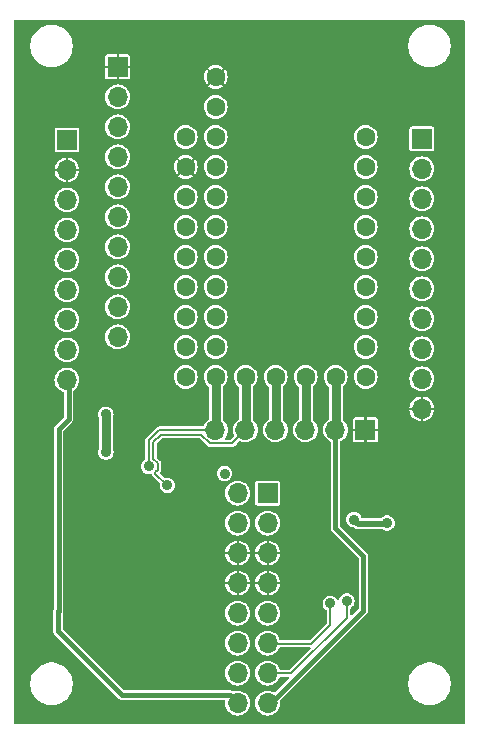
<source format=gbr>
%TF.GenerationSoftware,KiCad,Pcbnew,8.0.2*%
%TF.CreationDate,2024-06-07T02:26:32+03:00*%
%TF.ProjectId,switch emergent,73776974-6368-4206-956d-657267656e74,rev?*%
%TF.SameCoordinates,Original*%
%TF.FileFunction,Copper,L2,Bot*%
%TF.FilePolarity,Positive*%
%FSLAX46Y46*%
G04 Gerber Fmt 4.6, Leading zero omitted, Abs format (unit mm)*
G04 Created by KiCad (PCBNEW 8.0.2) date 2024-06-07 02:26:32*
%MOMM*%
%LPD*%
G01*
G04 APERTURE LIST*
%TA.AperFunction,ComponentPad*%
%ADD10C,1.600000*%
%TD*%
%TA.AperFunction,ComponentPad*%
%ADD11R,1.700000X1.700000*%
%TD*%
%TA.AperFunction,ComponentPad*%
%ADD12O,1.700000X1.700000*%
%TD*%
%TA.AperFunction,ViaPad*%
%ADD13C,0.900000*%
%TD*%
%TA.AperFunction,Conductor*%
%ADD14C,0.200000*%
%TD*%
%TA.AperFunction,Conductor*%
%ADD15C,0.400000*%
%TD*%
%TA.AperFunction,Conductor*%
%ADD16C,0.800000*%
%TD*%
%TA.AperFunction,Conductor*%
%ADD17C,0.500000*%
%TD*%
G04 APERTURE END LIST*
D10*
%TO.P,U3,0,GP0/TX0/SDA0/MISO0*%
%TO.N,Net-(J5-Pin_1)*%
X86600000Y-73700000D03*
%TO.P,U3,1,GP1/RX0/SCL0/CS0*%
%TO.N,Net-(J5-Pin_2)*%
X86600000Y-76240000D03*
%TO.P,U3,2,GP2/SDA1/SCK1*%
%TO.N,Net-(J5-Pin_3)*%
X86600000Y-78780000D03*
%TO.P,U3,3,GP3/SCL1/MOSI0*%
%TO.N,Net-(J5-Pin_4)*%
X86600000Y-81320000D03*
%TO.P,U3,4,GP4/TX1/SDA0/MIOS0*%
%TO.N,Net-(J5-Pin_5)*%
X86600000Y-83860000D03*
%TO.P,U3,5,GP5/RX1/SCL0/CS0*%
%TO.N,Net-(J5-Pin_6)*%
X86600000Y-86400000D03*
%TO.P,U3,6,GP6/SDA1/SCK1*%
%TO.N,Net-(J5-Pin_7)*%
X86600000Y-88940000D03*
%TO.P,U3,7,GP7/SCL1/MOSI0*%
%TO.N,Net-(J5-Pin_8)*%
X86600000Y-91480000D03*
%TO.P,U3,8,GP8/TX1/SDA0/MISO1*%
%TO.N,Net-(J5-Pin_9)*%
X86600000Y-94020000D03*
%TO.P,U3,9,GP9/RX1/CS1*%
%TO.N,BTN1*%
X84060000Y-94020000D03*
%TO.P,U3,10,GP10/SDA1/SCK1*%
%TO.N,nFLT1*%
X81520000Y-94020000D03*
%TO.P,U3,11,GP11/SCL1/MOSI1*%
%TO.N,EN1*%
X78980000Y-94020000D03*
%TO.P,U3,12,GP12/TX0/SDA0/MISO1*%
%TO.N,EN2*%
X76440000Y-94020000D03*
%TO.P,U3,13,GP13/RX0/SCL0/CS1*%
%TO.N,nFLT2*%
X73900000Y-94020000D03*
%TO.P,U3,14,GP14/SDA1/SCK1*%
%TO.N,BTN2*%
X71360000Y-94020000D03*
%TO.P,U3,15,GP15/SCL1/MOSI1*%
%TO.N,Net-(J3-Pin_8)*%
X71360000Y-91480000D03*
%TO.P,U3,17,GP17/RX0/SCL0/CS0*%
%TO.N,Net-(J4-Pin_10)*%
X73900000Y-91480000D03*
%TO.P,U3,18,GP18/SDA1/SCK0*%
%TO.N,Net-(J4-Pin_9)*%
X73900000Y-88940000D03*
%TO.P,U3,19,GP19/SCL1/MOSI0*%
%TO.N,Net-(J4-Pin_8)*%
X73900000Y-86400000D03*
%TO.P,U3,20,GP20/SDA0*%
%TO.N,Net-(J4-Pin_7)*%
X73900000Y-83860000D03*
%TO.P,U3,21,GP21/SCL0*%
%TO.N,Net-(J4-Pin_6)*%
X73900000Y-81320000D03*
%TO.P,U3,22,PG22*%
%TO.N,Net-(J4-Pin_5)*%
X73900000Y-78780000D03*
%TO.P,U3,23,GP23*%
%TO.N,Net-(J4-Pin_4)*%
X73900000Y-76240000D03*
%TO.P,U3,24,GP24*%
%TO.N,Net-(J4-Pin_3)*%
X73900000Y-73700000D03*
%TO.P,U3,25,GP25*%
%TO.N,Net-(J4-Pin_2)*%
X73900000Y-71160000D03*
%TO.P,U3,26,GP26/ADC0/SDA1*%
%TO.N,Net-(J3-Pin_7)*%
X71360000Y-88940000D03*
%TO.P,U3,27,GP27/ADC1/SCL1*%
%TO.N,Net-(J3-Pin_6)*%
X71360000Y-86400000D03*
%TO.P,U3,28,GP28/ADC2*%
%TO.N,Net-(J3-Pin_5)*%
X71360000Y-83860000D03*
%TO.P,U3,29,GP29/ADC3*%
%TO.N,Net-(J3-Pin_4)*%
X71360000Y-81320000D03*
%TO.P,U3,30,3V3*%
%TO.N,+3.3V*%
X71360000Y-78780000D03*
%TO.P,U3,31,GND*%
%TO.N,GND*%
X71360000Y-76240000D03*
%TO.P,U3,32,5V*%
%TO.N,Net-(D9-K)*%
X71360000Y-73700000D03*
%TO.P,U3,33,GND*%
%TO.N,GND*%
X73900000Y-68620000D03*
%TD*%
D11*
%TO.P,J5,1,Pin_1*%
%TO.N,Net-(J5-Pin_1)*%
X91350000Y-73860000D03*
D12*
%TO.P,J5,2,Pin_2*%
%TO.N,Net-(J5-Pin_2)*%
X91350000Y-76400000D03*
%TO.P,J5,3,Pin_3*%
%TO.N,Net-(J5-Pin_3)*%
X91350000Y-78940000D03*
%TO.P,J5,4,Pin_4*%
%TO.N,Net-(J5-Pin_4)*%
X91350000Y-81480000D03*
%TO.P,J5,5,Pin_5*%
%TO.N,Net-(J5-Pin_5)*%
X91350000Y-84020000D03*
%TO.P,J5,6,Pin_6*%
%TO.N,Net-(J5-Pin_6)*%
X91350000Y-86560000D03*
%TO.P,J5,7,Pin_7*%
%TO.N,Net-(J5-Pin_7)*%
X91350000Y-89100000D03*
%TO.P,J5,8,Pin_8*%
%TO.N,Net-(J5-Pin_8)*%
X91350000Y-91640000D03*
%TO.P,J5,9,Pin_9*%
%TO.N,Net-(J5-Pin_9)*%
X91350000Y-94180000D03*
%TO.P,J5,10,Pin_10*%
%TO.N,GND*%
X91350000Y-96720000D03*
%TD*%
D11*
%TO.P,J3,1,Pin_1*%
%TO.N,Net-(D9-K)*%
X61300000Y-73960000D03*
D12*
%TO.P,J3,2,Pin_2*%
%TO.N,GND*%
X61300000Y-76500000D03*
%TO.P,J3,3,Pin_3*%
%TO.N,+3.3V*%
X61300000Y-79040000D03*
%TO.P,J3,4,Pin_4*%
%TO.N,Net-(J3-Pin_4)*%
X61300000Y-81580000D03*
%TO.P,J3,5,Pin_5*%
%TO.N,Net-(J3-Pin_5)*%
X61300000Y-84120000D03*
%TO.P,J3,6,Pin_6*%
%TO.N,Net-(J3-Pin_6)*%
X61300000Y-86660000D03*
%TO.P,J3,7,Pin_7*%
%TO.N,Net-(J3-Pin_7)*%
X61300000Y-89200000D03*
%TO.P,J3,8,Pin_8*%
%TO.N,Net-(J3-Pin_8)*%
X61300000Y-91740000D03*
%TO.P,J3,9,Pin_9*%
%TO.N,BTN2*%
X61300000Y-94280000D03*
%TD*%
D11*
%TO.P,J4,1,Pin_1*%
%TO.N,GND*%
X65600000Y-67770000D03*
D12*
%TO.P,J4,2,Pin_2*%
%TO.N,Net-(J4-Pin_2)*%
X65600000Y-70310000D03*
%TO.P,J4,3,Pin_3*%
%TO.N,Net-(J4-Pin_3)*%
X65600000Y-72850000D03*
%TO.P,J4,4,Pin_4*%
%TO.N,Net-(J4-Pin_4)*%
X65600000Y-75390000D03*
%TO.P,J4,5,Pin_5*%
%TO.N,Net-(J4-Pin_5)*%
X65600000Y-77930000D03*
%TO.P,J4,6,Pin_6*%
%TO.N,Net-(J4-Pin_6)*%
X65600000Y-80470000D03*
%TO.P,J4,7,Pin_7*%
%TO.N,Net-(J4-Pin_7)*%
X65600000Y-83010000D03*
%TO.P,J4,8,Pin_8*%
%TO.N,Net-(J4-Pin_8)*%
X65600000Y-85550000D03*
%TO.P,J4,9,Pin_9*%
%TO.N,Net-(J4-Pin_9)*%
X65600000Y-88090000D03*
%TO.P,J4,10,Pin_10*%
%TO.N,Net-(J4-Pin_10)*%
X65600000Y-90630000D03*
%TD*%
D11*
%TO.P,J2,1,Pin_1*%
%TO.N,GND*%
X86580000Y-98500000D03*
D12*
%TO.P,J2,2,Pin_2*%
%TO.N,BTN1*%
X84040000Y-98500000D03*
%TO.P,J2,3,Pin_3*%
%TO.N,nFLT1*%
X81500000Y-98500000D03*
%TO.P,J2,4,Pin_4*%
%TO.N,EN1*%
X78960000Y-98500000D03*
%TO.P,J2,5,Pin_5*%
%TO.N,EN2*%
X76420000Y-98500000D03*
%TO.P,J2,6,Pin_6*%
%TO.N,nFLT2*%
X73880000Y-98500000D03*
%TD*%
D11*
%TO.P,J1,1,Pin_1*%
%TO.N,VBUS*%
X78300000Y-103860000D03*
D12*
%TO.P,J1,2,Pin_2*%
X75760000Y-103860000D03*
%TO.P,J1,3,Pin_3*%
X78300000Y-106400000D03*
%TO.P,J1,4,Pin_4*%
X75760000Y-106400000D03*
%TO.P,J1,5,Pin_5*%
%TO.N,GND*%
X78300000Y-108940000D03*
%TO.P,J1,6,Pin_6*%
X75760000Y-108940000D03*
%TO.P,J1,7,Pin_7*%
X78300000Y-111480000D03*
%TO.P,J1,8,Pin_8*%
X75760000Y-111480000D03*
%TO.P,J1,9,Pin_9*%
%TO.N,VOUT1*%
X78300000Y-114020000D03*
%TO.P,J1,10,Pin_10*%
%TO.N,VOUT2*%
X75760000Y-114020000D03*
%TO.P,J1,11,Pin_11*%
%TO.N,EN1*%
X78300000Y-116560000D03*
%TO.P,J1,12,Pin_12*%
%TO.N,EN2*%
X75760000Y-116560000D03*
%TO.P,J1,13,Pin_13*%
%TO.N,nFLT1*%
X78300000Y-119100000D03*
%TO.P,J1,14,Pin_14*%
%TO.N,nFLT2*%
X75760000Y-119100000D03*
%TO.P,J1,15,Pin_15*%
%TO.N,BTN1*%
X78300000Y-121640000D03*
%TO.P,J1,16,Pin_16*%
%TO.N,BTN2*%
X75760000Y-121640000D03*
%TD*%
D13*
%TO.N,GND*%
X81200000Y-113000000D03*
X72600000Y-112800000D03*
X73200000Y-109000000D03*
X69200000Y-105000000D03*
X82800000Y-108400000D03*
X70000000Y-101000000D03*
X69600000Y-100000000D03*
X79800000Y-113000000D03*
X74200000Y-105600000D03*
X70200000Y-102000000D03*
X71200000Y-117400000D03*
%TO.N,VBUS*%
X74650000Y-102200000D03*
%TO.N,GND*%
X59600000Y-107600000D03*
X91200000Y-109500000D03*
X70394801Y-104592790D03*
X73800000Y-117600000D03*
X80200000Y-81400000D03*
X92400000Y-95600000D03*
X67400000Y-117400000D03*
X62000000Y-100400000D03*
X72000000Y-69200000D03*
X67800000Y-66200000D03*
X72200000Y-121800000D03*
X79400000Y-110000000D03*
X90200000Y-97800000D03*
X59600000Y-75400000D03*
X66000000Y-111000000D03*
X77800000Y-97000000D03*
X77000000Y-110000000D03*
X85200000Y-99800000D03*
X94400000Y-111100000D03*
X80200000Y-97000000D03*
X69800000Y-121800000D03*
X79600000Y-70000000D03*
X84000000Y-75000000D03*
X67400000Y-108000000D03*
X80000000Y-99800000D03*
X94000000Y-95000000D03*
X93600000Y-70200000D03*
X63200000Y-110800000D03*
X89200000Y-111100000D03*
X91000000Y-112700000D03*
X65600000Y-108000000D03*
X58000000Y-69400000D03*
X61400000Y-114200000D03*
X75200000Y-97000000D03*
X71600000Y-116000000D03*
X92600000Y-112700000D03*
X76000000Y-92000000D03*
X88000000Y-97200000D03*
X74000000Y-112200000D03*
X90200000Y-95600000D03*
X80800000Y-108200000D03*
X69600000Y-119600000D03*
X68200000Y-97200000D03*
X85900000Y-107400000D03*
X70200000Y-97200000D03*
X79600000Y-105400000D03*
X94000000Y-80200000D03*
X69200000Y-111800000D03*
X85400000Y-122000000D03*
X69600000Y-108000000D03*
X80800000Y-110000000D03*
X62000000Y-104400000D03*
X74200000Y-110000000D03*
X77000000Y-115400000D03*
X93400000Y-109500000D03*
X80200000Y-117800000D03*
X64600000Y-121800000D03*
X79400000Y-107800000D03*
X94000000Y-85200000D03*
X62800000Y-112600000D03*
X83800000Y-85400000D03*
X66200000Y-100100000D03*
X65200000Y-115800000D03*
X77600000Y-99600000D03*
X63800000Y-108400000D03*
X81000000Y-122200000D03*
X62600000Y-115800000D03*
X66000000Y-97200000D03*
X84400000Y-92000000D03*
X94000000Y-75200000D03*
X72400000Y-67400000D03*
X94000000Y-90400000D03*
X58600000Y-115200000D03*
X86000000Y-101000000D03*
X72300000Y-97200000D03*
X84700000Y-109400000D03*
X85400000Y-120000000D03*
X58600000Y-104600000D03*
X68000000Y-68800000D03*
X88400000Y-64800000D03*
X87200000Y-122200000D03*
X63400000Y-77600000D03*
X80000000Y-89800000D03*
X92800000Y-104000000D03*
X80600000Y-102000000D03*
X82000000Y-120000000D03*
X65200000Y-112600000D03*
X85200000Y-97200000D03*
X72200000Y-64600000D03*
X75600000Y-69800000D03*
X62600000Y-109600000D03*
X83500000Y-111600000D03*
X87800000Y-118200000D03*
X74200000Y-104200000D03*
X76000000Y-85400000D03*
X77010000Y-107800000D03*
X85600000Y-68200000D03*
X64200000Y-64400000D03*
X75600000Y-67400000D03*
X80200000Y-81400000D03*
X67000000Y-111800000D03*
X81800000Y-64800000D03*
X87800000Y-120800000D03*
X83800000Y-118200000D03*
X70800000Y-100000000D03*
X57600000Y-70800000D03*
X58600000Y-110600000D03*
X92600000Y-97800000D03*
X83000000Y-109800000D03*
X63400000Y-75400000D03*
X77000000Y-112400000D03*
X58400000Y-100400000D03*
X82800000Y-96800000D03*
X67200000Y-121800000D03*
X63000000Y-97200000D03*
X76600000Y-75000000D03*
X88000000Y-99800000D03*
X74400000Y-107600000D03*
X80000000Y-115800000D03*
X63800000Y-66600000D03*
X72600000Y-92800000D03*
X83200000Y-122000000D03*
X80000000Y-111000000D03*
X60600000Y-97200000D03*
X65600000Y-105600000D03*
X63600000Y-68600000D03*
X59800000Y-78000000D03*
X83000000Y-101600000D03*
X72200000Y-110000000D03*
X91800000Y-99800000D03*
%TO.N,EN1*%
X83600000Y-113200000D03*
%TO.N,nFLT1*%
X85000000Y-113000000D03*
X85600000Y-106100000D03*
X88400000Y-106400000D03*
%TO.N,EN2*%
X69800000Y-103200000D03*
%TO.N,nFLT2*%
X68225000Y-101600000D03*
%TO.N,+3.3V*%
X64600000Y-97200000D03*
X64600000Y-100400000D03*
%TD*%
D14*
%TO.N,EN2*%
X73403654Y-99650000D02*
X75270000Y-99650000D01*
X75270000Y-99650000D02*
X76420000Y-98500000D01*
X72653654Y-98900000D02*
X73403654Y-99650000D01*
X68625000Y-100939339D02*
X68625000Y-99540686D01*
X68975000Y-101289339D02*
X68625000Y-100939339D01*
X68975000Y-101910661D02*
X68975000Y-101289339D01*
X69265686Y-98900000D02*
X72653654Y-98900000D01*
X68800000Y-102085661D02*
X68975000Y-101910661D01*
X68800000Y-102200000D02*
X68800000Y-102085661D01*
X69800000Y-103200000D02*
X68800000Y-102200000D01*
X68625000Y-99540686D02*
X69265686Y-98900000D01*
%TO.N,nFLT2*%
X68225000Y-99375000D02*
X69100000Y-98500000D01*
X68225000Y-101600000D02*
X68225000Y-99375000D01*
X69100000Y-98500000D02*
X73880000Y-98500000D01*
D15*
%TO.N,BTN2*%
X61450000Y-94430000D02*
X61300000Y-94280000D01*
X61450000Y-97552082D02*
X61450000Y-94430000D01*
X60598959Y-107800000D02*
X60598959Y-113798959D01*
X60598959Y-107800000D02*
X60598959Y-98403123D01*
X60598959Y-107633275D02*
X60598959Y-107800000D01*
X60598959Y-98403123D02*
X61450000Y-97552082D01*
D16*
%TO.N,EN1*%
X78980000Y-94020000D02*
X78980000Y-98480000D01*
D14*
X78340000Y-116600000D02*
X78300000Y-116560000D01*
X83600000Y-113200000D02*
X83600000Y-115000000D01*
D16*
X78980000Y-98480000D02*
X78960000Y-98500000D01*
D14*
X82000000Y-116600000D02*
X78340000Y-116600000D01*
X83600000Y-115000000D02*
X82000000Y-116600000D01*
D17*
%TO.N,nFLT1*%
X88400000Y-106400000D02*
X88350000Y-106450000D01*
X85950000Y-106450000D02*
X85600000Y-106100000D01*
X88350000Y-106450000D02*
X85950000Y-106450000D01*
D16*
X81520000Y-94020000D02*
X81520000Y-98480000D01*
D14*
X85000000Y-114400000D02*
X80300000Y-119100000D01*
D16*
X81520000Y-98480000D02*
X81500000Y-98500000D01*
D14*
X80300000Y-119100000D02*
X78300000Y-119100000D01*
X85000000Y-113000000D02*
X85000000Y-114400000D01*
D16*
%TO.N,EN2*%
X76440000Y-94020000D02*
X76440000Y-98480000D01*
X76440000Y-98480000D02*
X76420000Y-98500000D01*
%TO.N,nFLT2*%
X73900000Y-98480000D02*
X73880000Y-98500000D01*
X73900000Y-94020000D02*
X73900000Y-98480000D01*
%TO.N,+3.3V*%
X64600000Y-97200000D02*
X64600000Y-100400000D01*
D15*
%TO.N,BTN1*%
X78560000Y-121640000D02*
X78300000Y-121640000D01*
X84040000Y-106840000D02*
X86400000Y-109200000D01*
X86400000Y-113800000D02*
X78560000Y-121640000D01*
X84040000Y-98500000D02*
X84040000Y-106840000D01*
D16*
X84060000Y-94020000D02*
X84060000Y-98480000D01*
D15*
X86400000Y-109200000D02*
X86400000Y-113800000D01*
D16*
X84060000Y-98480000D02*
X84040000Y-98500000D01*
D15*
%TO.N,BTN2*%
X60598959Y-113798959D02*
X60550000Y-113847918D01*
X60550000Y-115550000D02*
X65950000Y-120950000D01*
X75070000Y-120950000D02*
X75760000Y-121640000D01*
X60550000Y-113847918D02*
X60550000Y-115550000D01*
X65950000Y-120950000D02*
X75070000Y-120950000D01*
%TD*%
%TA.AperFunction,Conductor*%
%TO.N,GND*%
G36*
X94959191Y-63818907D02*
G01*
X94995155Y-63868407D01*
X95000000Y-63899000D01*
X95000000Y-123301000D01*
X94981093Y-123359191D01*
X94931593Y-123395155D01*
X94901000Y-123400000D01*
X56899000Y-123400000D01*
X56840809Y-123381093D01*
X56804845Y-123331593D01*
X56800000Y-123301000D01*
X56800000Y-119881987D01*
X58199500Y-119881987D01*
X58199500Y-120118012D01*
X58230306Y-120352006D01*
X58230306Y-120352011D01*
X58291393Y-120579992D01*
X58381713Y-120798044D01*
X58499729Y-121002453D01*
X58643402Y-121189692D01*
X58643404Y-121189694D01*
X58643408Y-121189699D01*
X58810301Y-121356592D01*
X58810305Y-121356595D01*
X58810307Y-121356597D01*
X58908293Y-121431784D01*
X58997550Y-121500273D01*
X59201951Y-121618284D01*
X59201952Y-121618284D01*
X59201955Y-121618286D01*
X59254385Y-121640003D01*
X59420007Y-121708606D01*
X59647986Y-121769693D01*
X59881989Y-121800500D01*
X59881990Y-121800500D01*
X60118010Y-121800500D01*
X60118011Y-121800500D01*
X60352014Y-121769693D01*
X60579993Y-121708606D01*
X60798049Y-121618284D01*
X61002450Y-121500273D01*
X61189699Y-121356592D01*
X61356592Y-121189699D01*
X61500273Y-121002450D01*
X61618284Y-120798049D01*
X61708606Y-120579993D01*
X61769693Y-120352014D01*
X61800500Y-120118011D01*
X61800500Y-119881989D01*
X61769693Y-119647986D01*
X61708606Y-119420007D01*
X61618284Y-119201951D01*
X61500273Y-118997550D01*
X61420867Y-118894066D01*
X61356597Y-118810307D01*
X61356595Y-118810305D01*
X61356592Y-118810301D01*
X61189699Y-118643408D01*
X61189694Y-118643404D01*
X61189692Y-118643402D01*
X61002453Y-118499729D01*
X60798044Y-118381713D01*
X60579992Y-118291393D01*
X60424277Y-118249670D01*
X60352014Y-118230307D01*
X60352011Y-118230306D01*
X60352009Y-118230306D01*
X60118012Y-118199500D01*
X60118011Y-118199500D01*
X59881989Y-118199500D01*
X59881987Y-118199500D01*
X59647993Y-118230306D01*
X59647988Y-118230306D01*
X59420007Y-118291393D01*
X59201955Y-118381713D01*
X58997546Y-118499729D01*
X58810307Y-118643402D01*
X58643402Y-118810307D01*
X58499729Y-118997546D01*
X58381713Y-119201955D01*
X58291393Y-119420007D01*
X58230306Y-119647988D01*
X58230306Y-119647993D01*
X58199500Y-119881987D01*
X56800000Y-119881987D01*
X56800000Y-113795191D01*
X60149500Y-113795191D01*
X60149500Y-115497273D01*
X60149500Y-115602727D01*
X60170825Y-115682315D01*
X60176794Y-115704592D01*
X60229516Y-115795908D01*
X60229518Y-115795910D01*
X60229520Y-115795913D01*
X65704087Y-121270480D01*
X65704089Y-121270481D01*
X65704091Y-121270483D01*
X65795408Y-121323205D01*
X65795406Y-121323205D01*
X65795410Y-121323206D01*
X65795412Y-121323207D01*
X65897273Y-121350500D01*
X74623700Y-121350500D01*
X74681891Y-121369407D01*
X74717855Y-121418907D01*
X74722223Y-121459203D01*
X74704417Y-121639995D01*
X74704417Y-121640003D01*
X74724698Y-121845929D01*
X74724699Y-121845934D01*
X74784768Y-122043954D01*
X74882316Y-122226452D01*
X75013585Y-122386404D01*
X75013590Y-122386410D01*
X75013595Y-122386414D01*
X75173547Y-122517683D01*
X75173548Y-122517683D01*
X75173550Y-122517685D01*
X75356046Y-122615232D01*
X75493997Y-122657078D01*
X75554065Y-122675300D01*
X75554070Y-122675301D01*
X75759997Y-122695583D01*
X75760000Y-122695583D01*
X75760003Y-122695583D01*
X75965929Y-122675301D01*
X75965934Y-122675300D01*
X76163954Y-122615232D01*
X76346450Y-122517685D01*
X76506410Y-122386410D01*
X76637685Y-122226450D01*
X76735232Y-122043954D01*
X76795300Y-121845934D01*
X76795301Y-121845929D01*
X76815583Y-121640003D01*
X76815583Y-121639996D01*
X76795301Y-121434070D01*
X76795300Y-121434065D01*
X76769951Y-121350500D01*
X76735232Y-121236046D01*
X76637685Y-121053550D01*
X76506410Y-120893590D01*
X76506404Y-120893585D01*
X76346452Y-120762316D01*
X76163954Y-120664768D01*
X75965934Y-120604699D01*
X75965929Y-120604698D01*
X75760003Y-120584417D01*
X75759997Y-120584417D01*
X75554070Y-120604698D01*
X75554062Y-120604700D01*
X75408865Y-120648744D01*
X75347692Y-120647542D01*
X75319860Y-120632548D01*
X75315912Y-120629519D01*
X75224591Y-120576794D01*
X75224593Y-120576794D01*
X75185070Y-120566204D01*
X75122727Y-120549500D01*
X75122725Y-120549500D01*
X66156901Y-120549500D01*
X66098710Y-120530593D01*
X66086897Y-120520504D01*
X64666389Y-119099996D01*
X74704417Y-119099996D01*
X74704417Y-119100003D01*
X74724698Y-119305929D01*
X74724699Y-119305934D01*
X74784768Y-119503954D01*
X74882316Y-119686452D01*
X75013585Y-119846404D01*
X75013590Y-119846410D01*
X75013595Y-119846414D01*
X75173547Y-119977683D01*
X75173548Y-119977683D01*
X75173550Y-119977685D01*
X75356046Y-120075232D01*
X75493997Y-120117078D01*
X75554065Y-120135300D01*
X75554070Y-120135301D01*
X75759997Y-120155583D01*
X75760000Y-120155583D01*
X75760003Y-120155583D01*
X75965929Y-120135301D01*
X75965934Y-120135300D01*
X76163954Y-120075232D01*
X76346450Y-119977685D01*
X76506410Y-119846410D01*
X76637685Y-119686450D01*
X76735232Y-119503954D01*
X76795300Y-119305934D01*
X76795301Y-119305929D01*
X76815583Y-119100003D01*
X76815583Y-119099996D01*
X76795301Y-118894070D01*
X76795300Y-118894065D01*
X76766244Y-118798281D01*
X76735232Y-118696046D01*
X76637685Y-118513550D01*
X76626342Y-118499729D01*
X76506414Y-118353595D01*
X76506410Y-118353590D01*
X76430624Y-118291394D01*
X76346452Y-118222316D01*
X76163954Y-118124768D01*
X75965934Y-118064699D01*
X75965929Y-118064698D01*
X75760003Y-118044417D01*
X75759997Y-118044417D01*
X75554070Y-118064698D01*
X75554065Y-118064699D01*
X75356045Y-118124768D01*
X75173547Y-118222316D01*
X75013595Y-118353585D01*
X75013585Y-118353595D01*
X74882316Y-118513547D01*
X74784768Y-118696045D01*
X74724699Y-118894065D01*
X74724698Y-118894070D01*
X74704417Y-119099996D01*
X64666389Y-119099996D01*
X62126389Y-116559996D01*
X74704417Y-116559996D01*
X74704417Y-116560003D01*
X74724698Y-116765929D01*
X74724699Y-116765934D01*
X74784768Y-116963954D01*
X74882316Y-117146452D01*
X75013585Y-117306404D01*
X75013590Y-117306410D01*
X75013595Y-117306414D01*
X75173547Y-117437683D01*
X75173548Y-117437683D01*
X75173550Y-117437685D01*
X75356046Y-117535232D01*
X75493997Y-117577078D01*
X75554065Y-117595300D01*
X75554070Y-117595301D01*
X75759997Y-117615583D01*
X75760000Y-117615583D01*
X75760003Y-117615583D01*
X75965929Y-117595301D01*
X75965934Y-117595300D01*
X76163954Y-117535232D01*
X76346450Y-117437685D01*
X76506410Y-117306410D01*
X76637685Y-117146450D01*
X76735232Y-116963954D01*
X76795300Y-116765934D01*
X76795301Y-116765929D01*
X76815583Y-116560003D01*
X76815583Y-116559996D01*
X77244417Y-116559996D01*
X77244417Y-116560003D01*
X77264698Y-116765929D01*
X77264699Y-116765934D01*
X77324768Y-116963954D01*
X77422316Y-117146452D01*
X77553585Y-117306404D01*
X77553590Y-117306410D01*
X77553595Y-117306414D01*
X77713547Y-117437683D01*
X77713548Y-117437683D01*
X77713550Y-117437685D01*
X77896046Y-117535232D01*
X78033997Y-117577078D01*
X78094065Y-117595300D01*
X78094070Y-117595301D01*
X78299997Y-117615583D01*
X78300000Y-117615583D01*
X78300003Y-117615583D01*
X78505929Y-117595301D01*
X78505934Y-117595300D01*
X78703954Y-117535232D01*
X78886450Y-117437685D01*
X79046410Y-117306410D01*
X79177685Y-117146450D01*
X79275232Y-116963954D01*
X79275234Y-116963947D01*
X79276199Y-116961618D01*
X79276951Y-116960736D01*
X79277525Y-116959664D01*
X79277760Y-116959789D01*
X79315934Y-116915091D01*
X79367665Y-116900500D01*
X81835520Y-116900500D01*
X81893711Y-116919407D01*
X81929675Y-116968907D01*
X81929675Y-117030093D01*
X81905524Y-117069504D01*
X80204525Y-118770504D01*
X80150008Y-118798281D01*
X80134521Y-118799500D01*
X79380037Y-118799500D01*
X79321846Y-118780593D01*
X79285882Y-118731093D01*
X79285300Y-118729237D01*
X79275232Y-118696047D01*
X79275231Y-118696045D01*
X79177683Y-118513547D01*
X79046414Y-118353595D01*
X79046410Y-118353590D01*
X78970624Y-118291394D01*
X78886452Y-118222316D01*
X78703954Y-118124768D01*
X78505934Y-118064699D01*
X78505929Y-118064698D01*
X78300003Y-118044417D01*
X78299997Y-118044417D01*
X78094070Y-118064698D01*
X78094065Y-118064699D01*
X77896045Y-118124768D01*
X77713547Y-118222316D01*
X77553595Y-118353585D01*
X77553585Y-118353595D01*
X77422316Y-118513547D01*
X77324768Y-118696045D01*
X77264699Y-118894065D01*
X77264698Y-118894070D01*
X77244417Y-119099996D01*
X77244417Y-119100003D01*
X77264698Y-119305929D01*
X77264699Y-119305934D01*
X77324768Y-119503954D01*
X77422316Y-119686452D01*
X77553585Y-119846404D01*
X77553590Y-119846410D01*
X77553595Y-119846414D01*
X77713547Y-119977683D01*
X77713548Y-119977683D01*
X77713550Y-119977685D01*
X77896046Y-120075232D01*
X78033997Y-120117078D01*
X78094065Y-120135300D01*
X78094070Y-120135301D01*
X78299997Y-120155583D01*
X78300000Y-120155583D01*
X78300003Y-120155583D01*
X78505929Y-120135301D01*
X78505934Y-120135300D01*
X78703954Y-120075232D01*
X78886450Y-119977685D01*
X79046410Y-119846410D01*
X79177685Y-119686450D01*
X79275232Y-119503954D01*
X79285300Y-119470762D01*
X79320284Y-119420566D01*
X79378092Y-119400519D01*
X79380037Y-119400500D01*
X79994099Y-119400500D01*
X80052290Y-119419407D01*
X80088254Y-119468907D01*
X80088254Y-119530093D01*
X80064103Y-119569504D01*
X78928489Y-120705116D01*
X78873972Y-120732893D01*
X78813540Y-120723322D01*
X78811816Y-120722422D01*
X78703954Y-120664768D01*
X78505934Y-120604699D01*
X78505929Y-120604698D01*
X78300003Y-120584417D01*
X78299997Y-120584417D01*
X78094070Y-120604698D01*
X78094065Y-120604699D01*
X77896045Y-120664768D01*
X77713547Y-120762316D01*
X77553595Y-120893585D01*
X77553585Y-120893595D01*
X77422316Y-121053547D01*
X77324768Y-121236045D01*
X77264699Y-121434065D01*
X77264698Y-121434070D01*
X77244417Y-121639996D01*
X77244417Y-121640003D01*
X77264698Y-121845929D01*
X77264699Y-121845934D01*
X77324768Y-122043954D01*
X77422316Y-122226452D01*
X77553585Y-122386404D01*
X77553590Y-122386410D01*
X77553595Y-122386414D01*
X77713547Y-122517683D01*
X77713548Y-122517683D01*
X77713550Y-122517685D01*
X77896046Y-122615232D01*
X78033997Y-122657078D01*
X78094065Y-122675300D01*
X78094070Y-122675301D01*
X78299997Y-122695583D01*
X78300000Y-122695583D01*
X78300003Y-122695583D01*
X78505929Y-122675301D01*
X78505934Y-122675300D01*
X78703954Y-122615232D01*
X78886450Y-122517685D01*
X79046410Y-122386410D01*
X79177685Y-122226450D01*
X79275232Y-122043954D01*
X79335300Y-121845934D01*
X79335301Y-121845929D01*
X79355583Y-121640003D01*
X79355583Y-121639997D01*
X79339623Y-121477957D01*
X79352735Y-121418193D01*
X79368138Y-121398253D01*
X80884404Y-119881987D01*
X90199500Y-119881987D01*
X90199500Y-120118012D01*
X90230306Y-120352006D01*
X90230306Y-120352011D01*
X90291393Y-120579992D01*
X90381713Y-120798044D01*
X90499729Y-121002453D01*
X90643402Y-121189692D01*
X90643404Y-121189694D01*
X90643408Y-121189699D01*
X90810301Y-121356592D01*
X90810305Y-121356595D01*
X90810307Y-121356597D01*
X90908293Y-121431784D01*
X90997550Y-121500273D01*
X91201951Y-121618284D01*
X91201952Y-121618284D01*
X91201955Y-121618286D01*
X91254385Y-121640003D01*
X91420007Y-121708606D01*
X91647986Y-121769693D01*
X91881989Y-121800500D01*
X91881990Y-121800500D01*
X92118010Y-121800500D01*
X92118011Y-121800500D01*
X92352014Y-121769693D01*
X92579993Y-121708606D01*
X92798049Y-121618284D01*
X93002450Y-121500273D01*
X93189699Y-121356592D01*
X93356592Y-121189699D01*
X93500273Y-121002450D01*
X93618284Y-120798049D01*
X93708606Y-120579993D01*
X93769693Y-120352014D01*
X93800500Y-120118011D01*
X93800500Y-119881989D01*
X93769693Y-119647986D01*
X93708606Y-119420007D01*
X93618284Y-119201951D01*
X93500273Y-118997550D01*
X93420867Y-118894066D01*
X93356597Y-118810307D01*
X93356595Y-118810305D01*
X93356592Y-118810301D01*
X93189699Y-118643408D01*
X93189694Y-118643404D01*
X93189692Y-118643402D01*
X93002453Y-118499729D01*
X92798044Y-118381713D01*
X92579992Y-118291393D01*
X92424277Y-118249670D01*
X92352014Y-118230307D01*
X92352011Y-118230306D01*
X92352009Y-118230306D01*
X92118012Y-118199500D01*
X92118011Y-118199500D01*
X91881989Y-118199500D01*
X91881987Y-118199500D01*
X91647993Y-118230306D01*
X91647988Y-118230306D01*
X91420007Y-118291393D01*
X91201955Y-118381713D01*
X90997546Y-118499729D01*
X90810307Y-118643402D01*
X90643402Y-118810307D01*
X90499729Y-118997546D01*
X90381713Y-119201955D01*
X90291393Y-119420007D01*
X90230306Y-119647988D01*
X90230306Y-119647993D01*
X90199500Y-119881987D01*
X80884404Y-119881987D01*
X86720480Y-114045913D01*
X86765407Y-113968097D01*
X86773169Y-113954653D01*
X86773179Y-113954634D01*
X86773206Y-113954588D01*
X86773207Y-113954587D01*
X86800500Y-113852727D01*
X86800500Y-109147273D01*
X86773207Y-109045413D01*
X86773207Y-109045412D01*
X86773207Y-109045411D01*
X86720483Y-108954091D01*
X86720482Y-108954090D01*
X86720481Y-108954089D01*
X86720480Y-108954087D01*
X84469496Y-106703103D01*
X84441719Y-106648586D01*
X84440500Y-106633099D01*
X84440500Y-106099998D01*
X84944722Y-106099998D01*
X84944722Y-106100001D01*
X84963762Y-106256816D01*
X84963763Y-106256817D01*
X85019780Y-106404523D01*
X85109515Y-106534528D01*
X85109516Y-106534529D01*
X85109517Y-106534530D01*
X85227760Y-106639283D01*
X85367635Y-106712696D01*
X85521015Y-106750500D01*
X85572388Y-106750500D01*
X85630579Y-106769407D01*
X85642391Y-106779495D01*
X85673386Y-106810490D01*
X85776113Y-106869799D01*
X85800320Y-106876284D01*
X85800325Y-106876287D01*
X85800326Y-106876286D01*
X85890688Y-106900499D01*
X85890690Y-106900500D01*
X85890691Y-106900500D01*
X87946437Y-106900500D01*
X88004628Y-106919407D01*
X88012087Y-106925398D01*
X88027760Y-106939283D01*
X88167635Y-107012696D01*
X88321015Y-107050500D01*
X88321018Y-107050500D01*
X88478982Y-107050500D01*
X88478985Y-107050500D01*
X88632365Y-107012696D01*
X88772240Y-106939283D01*
X88890483Y-106834530D01*
X88980220Y-106704523D01*
X89036237Y-106556818D01*
X89055278Y-106400000D01*
X89036237Y-106243182D01*
X88980220Y-106095477D01*
X88893224Y-105969441D01*
X88890484Y-105965471D01*
X88772241Y-105860718D01*
X88772240Y-105860717D01*
X88682366Y-105813547D01*
X88632364Y-105787303D01*
X88478987Y-105749500D01*
X88478985Y-105749500D01*
X88321015Y-105749500D01*
X88321012Y-105749500D01*
X88167635Y-105787303D01*
X88027758Y-105860718D01*
X87909510Y-105965476D01*
X87908908Y-105966156D01*
X87908417Y-105966444D01*
X87905035Y-105969441D01*
X87904448Y-105968778D01*
X87856166Y-105997170D01*
X87834812Y-105999500D01*
X86325930Y-105999500D01*
X86267739Y-105980593D01*
X86233364Y-105935608D01*
X86180220Y-105795477D01*
X86090483Y-105665470D01*
X85972240Y-105560717D01*
X85899072Y-105522315D01*
X85832364Y-105487303D01*
X85678987Y-105449500D01*
X85678985Y-105449500D01*
X85521015Y-105449500D01*
X85521012Y-105449500D01*
X85367635Y-105487303D01*
X85227758Y-105560718D01*
X85109515Y-105665471D01*
X85019780Y-105795476D01*
X84963763Y-105943182D01*
X84963762Y-105943183D01*
X84944722Y-106099998D01*
X84440500Y-106099998D01*
X84440500Y-99536416D01*
X84459407Y-99478225D01*
X84492829Y-99449107D01*
X84626450Y-99377685D01*
X84786410Y-99246410D01*
X84917685Y-99086450D01*
X85015232Y-98903954D01*
X85075300Y-98705934D01*
X85075301Y-98705929D01*
X85095583Y-98500003D01*
X85095583Y-98499996D01*
X85075301Y-98294070D01*
X85075300Y-98294065D01*
X85033787Y-98157214D01*
X85015232Y-98096046D01*
X84917685Y-97913550D01*
X84890733Y-97880709D01*
X84822852Y-97797995D01*
X84786410Y-97753590D01*
X84786408Y-97753588D01*
X84786407Y-97753587D01*
X84696695Y-97679962D01*
X84664904Y-97630299D01*
X85530000Y-97630299D01*
X85530000Y-98399999D01*
X85530001Y-98400000D01*
X86089157Y-98400000D01*
X86080000Y-98434174D01*
X86080000Y-98565826D01*
X86089157Y-98600000D01*
X85530001Y-98600000D01*
X85530000Y-98600001D01*
X85530000Y-99369700D01*
X85541603Y-99428036D01*
X85585806Y-99494189D01*
X85585810Y-99494193D01*
X85651963Y-99538396D01*
X85710299Y-99549999D01*
X85710303Y-99550000D01*
X86479999Y-99550000D01*
X86480000Y-99549999D01*
X86480000Y-98990842D01*
X86514174Y-99000000D01*
X86645826Y-99000000D01*
X86680000Y-98990842D01*
X86680000Y-99549999D01*
X86680001Y-99550000D01*
X87449697Y-99550000D01*
X87449700Y-99549999D01*
X87508036Y-99538396D01*
X87574189Y-99494193D01*
X87574193Y-99494189D01*
X87618396Y-99428036D01*
X87629999Y-99369700D01*
X87630000Y-99369697D01*
X87630000Y-98600001D01*
X87629999Y-98600000D01*
X87070843Y-98600000D01*
X87080000Y-98565826D01*
X87080000Y-98434174D01*
X87070843Y-98400000D01*
X87629999Y-98400000D01*
X87630000Y-98399999D01*
X87630000Y-97630302D01*
X87629999Y-97630299D01*
X87618396Y-97571963D01*
X87574193Y-97505810D01*
X87574189Y-97505806D01*
X87508036Y-97461603D01*
X87449700Y-97450000D01*
X86680001Y-97450000D01*
X86680000Y-97450001D01*
X86680000Y-98009157D01*
X86645826Y-98000000D01*
X86514174Y-98000000D01*
X86480000Y-98009157D01*
X86480000Y-97450001D01*
X86479999Y-97450000D01*
X85710299Y-97450000D01*
X85651963Y-97461603D01*
X85585810Y-97505806D01*
X85585806Y-97505810D01*
X85541603Y-97571963D01*
X85530000Y-97630299D01*
X84664904Y-97630299D01*
X84663708Y-97628431D01*
X84660500Y-97603434D01*
X84660500Y-96619999D01*
X90304767Y-96619999D01*
X90304768Y-96620000D01*
X90859157Y-96620000D01*
X90850000Y-96654174D01*
X90850000Y-96785826D01*
X90859157Y-96820000D01*
X90304767Y-96820000D01*
X90315190Y-96925831D01*
X90315191Y-96925836D01*
X90375232Y-97123762D01*
X90375234Y-97123767D01*
X90472724Y-97306160D01*
X90472731Y-97306170D01*
X90603940Y-97466050D01*
X90603949Y-97466059D01*
X90763829Y-97597268D01*
X90763839Y-97597275D01*
X90946232Y-97694765D01*
X90946237Y-97694767D01*
X91144166Y-97754808D01*
X91249998Y-97765231D01*
X91250000Y-97765230D01*
X91250000Y-97210842D01*
X91284174Y-97220000D01*
X91415826Y-97220000D01*
X91450000Y-97210842D01*
X91450000Y-97765230D01*
X91450001Y-97765231D01*
X91555833Y-97754808D01*
X91753762Y-97694767D01*
X91753767Y-97694765D01*
X91936160Y-97597275D01*
X91936170Y-97597268D01*
X92096050Y-97466059D01*
X92096059Y-97466050D01*
X92227268Y-97306170D01*
X92227275Y-97306160D01*
X92324765Y-97123767D01*
X92324767Y-97123762D01*
X92384808Y-96925836D01*
X92384809Y-96925831D01*
X92395232Y-96820000D01*
X91840843Y-96820000D01*
X91850000Y-96785826D01*
X91850000Y-96654174D01*
X91840843Y-96620000D01*
X92395232Y-96620000D01*
X92395232Y-96619999D01*
X92384809Y-96514168D01*
X92384808Y-96514163D01*
X92324767Y-96316237D01*
X92324765Y-96316232D01*
X92227275Y-96133839D01*
X92227268Y-96133829D01*
X92096059Y-95973949D01*
X92096050Y-95973940D01*
X91936170Y-95842731D01*
X91936160Y-95842724D01*
X91753767Y-95745234D01*
X91753762Y-95745232D01*
X91555836Y-95685191D01*
X91555831Y-95685190D01*
X91450000Y-95674767D01*
X91450000Y-96229157D01*
X91415826Y-96220000D01*
X91284174Y-96220000D01*
X91250000Y-96229157D01*
X91250000Y-95674767D01*
X91249999Y-95674767D01*
X91144168Y-95685190D01*
X91144163Y-95685191D01*
X90946237Y-95745232D01*
X90946232Y-95745234D01*
X90763839Y-95842724D01*
X90763829Y-95842731D01*
X90603949Y-95973940D01*
X90603940Y-95973949D01*
X90472731Y-96133829D01*
X90472724Y-96133839D01*
X90375234Y-96316232D01*
X90375232Y-96316237D01*
X90315191Y-96514163D01*
X90315190Y-96514168D01*
X90304767Y-96619999D01*
X84660500Y-96619999D01*
X84660500Y-94868295D01*
X84679407Y-94810104D01*
X84696692Y-94791769D01*
X84770883Y-94730883D01*
X84895910Y-94578538D01*
X84988814Y-94404727D01*
X85046024Y-94216132D01*
X85049583Y-94180003D01*
X85065341Y-94020003D01*
X85065341Y-94019996D01*
X85594659Y-94019996D01*
X85594659Y-94020003D01*
X85613974Y-94216126D01*
X85613975Y-94216129D01*
X85671187Y-94404730D01*
X85671188Y-94404732D01*
X85714589Y-94485929D01*
X85764090Y-94578538D01*
X85764092Y-94578540D01*
X85764093Y-94578542D01*
X85889112Y-94730878D01*
X85889121Y-94730887D01*
X85999499Y-94821472D01*
X86041462Y-94855910D01*
X86215273Y-94948814D01*
X86403868Y-95006024D01*
X86403870Y-95006024D01*
X86403873Y-95006025D01*
X86599997Y-95025341D01*
X86600000Y-95025341D01*
X86600003Y-95025341D01*
X86796126Y-95006025D01*
X86796127Y-95006024D01*
X86796132Y-95006024D01*
X86984727Y-94948814D01*
X87158538Y-94855910D01*
X87310883Y-94730883D01*
X87435910Y-94578538D01*
X87528814Y-94404727D01*
X87586024Y-94216132D01*
X87589583Y-94180003D01*
X87589584Y-94179996D01*
X90294417Y-94179996D01*
X90294417Y-94180003D01*
X90314698Y-94385929D01*
X90314699Y-94385934D01*
X90374768Y-94583954D01*
X90472316Y-94766452D01*
X90603585Y-94926404D01*
X90603590Y-94926410D01*
X90603595Y-94926414D01*
X90763547Y-95057683D01*
X90763548Y-95057683D01*
X90763550Y-95057685D01*
X90946046Y-95155232D01*
X91083997Y-95197078D01*
X91144065Y-95215300D01*
X91144070Y-95215301D01*
X91349997Y-95235583D01*
X91350000Y-95235583D01*
X91350003Y-95235583D01*
X91555929Y-95215301D01*
X91555934Y-95215300D01*
X91753954Y-95155232D01*
X91936450Y-95057685D01*
X92096410Y-94926410D01*
X92227685Y-94766450D01*
X92325232Y-94583954D01*
X92385300Y-94385934D01*
X92385301Y-94385929D01*
X92405583Y-94180003D01*
X92405583Y-94179996D01*
X92385301Y-93974070D01*
X92385300Y-93974065D01*
X92339738Y-93823868D01*
X92325232Y-93776046D01*
X92227685Y-93593550D01*
X92178481Y-93533595D01*
X92096414Y-93433595D01*
X92096410Y-93433590D01*
X92096404Y-93433585D01*
X91936452Y-93302316D01*
X91753954Y-93204768D01*
X91555934Y-93144699D01*
X91555929Y-93144698D01*
X91350003Y-93124417D01*
X91349997Y-93124417D01*
X91144070Y-93144698D01*
X91144065Y-93144699D01*
X90946045Y-93204768D01*
X90763547Y-93302316D01*
X90603595Y-93433585D01*
X90603585Y-93433595D01*
X90472316Y-93593547D01*
X90374768Y-93776045D01*
X90314699Y-93974065D01*
X90314698Y-93974070D01*
X90294417Y-94179996D01*
X87589584Y-94179996D01*
X87605341Y-94020003D01*
X87605341Y-94019996D01*
X87586025Y-93823873D01*
X87586024Y-93823870D01*
X87586024Y-93823868D01*
X87528814Y-93635273D01*
X87435910Y-93461462D01*
X87387369Y-93402315D01*
X87310887Y-93309121D01*
X87310878Y-93309112D01*
X87158542Y-93184093D01*
X87158540Y-93184092D01*
X87158538Y-93184090D01*
X87046898Y-93124417D01*
X86984732Y-93091188D01*
X86984730Y-93091187D01*
X86796129Y-93033975D01*
X86796126Y-93033974D01*
X86600003Y-93014659D01*
X86599997Y-93014659D01*
X86403873Y-93033974D01*
X86403870Y-93033975D01*
X86215269Y-93091187D01*
X86215267Y-93091188D01*
X86041467Y-93184087D01*
X86041457Y-93184093D01*
X85889121Y-93309112D01*
X85889112Y-93309121D01*
X85764093Y-93461457D01*
X85764087Y-93461467D01*
X85671188Y-93635267D01*
X85671187Y-93635269D01*
X85613975Y-93823870D01*
X85613974Y-93823873D01*
X85594659Y-94019996D01*
X85065341Y-94019996D01*
X85046025Y-93823873D01*
X85046024Y-93823870D01*
X85046024Y-93823868D01*
X84988814Y-93635273D01*
X84895910Y-93461462D01*
X84847369Y-93402315D01*
X84770887Y-93309121D01*
X84770878Y-93309112D01*
X84618542Y-93184093D01*
X84618540Y-93184092D01*
X84618538Y-93184090D01*
X84506898Y-93124417D01*
X84444732Y-93091188D01*
X84444730Y-93091187D01*
X84256129Y-93033975D01*
X84256126Y-93033974D01*
X84060003Y-93014659D01*
X84059997Y-93014659D01*
X83863873Y-93033974D01*
X83863870Y-93033975D01*
X83675269Y-93091187D01*
X83675267Y-93091188D01*
X83501467Y-93184087D01*
X83501457Y-93184093D01*
X83349121Y-93309112D01*
X83349112Y-93309121D01*
X83224093Y-93461457D01*
X83224087Y-93461467D01*
X83131188Y-93635267D01*
X83131187Y-93635269D01*
X83073975Y-93823870D01*
X83073974Y-93823873D01*
X83054659Y-94019996D01*
X83054659Y-94020003D01*
X83073974Y-94216126D01*
X83073975Y-94216129D01*
X83131187Y-94404730D01*
X83131188Y-94404732D01*
X83174589Y-94485929D01*
X83224090Y-94578538D01*
X83349117Y-94730883D01*
X83423305Y-94791768D01*
X83456292Y-94843298D01*
X83459500Y-94868295D01*
X83459500Y-97570608D01*
X83440593Y-97628799D01*
X83423305Y-97647136D01*
X83293595Y-97753585D01*
X83293585Y-97753595D01*
X83162316Y-97913547D01*
X83064768Y-98096045D01*
X83004699Y-98294065D01*
X83004698Y-98294070D01*
X82984417Y-98499996D01*
X82984417Y-98500003D01*
X83004698Y-98705929D01*
X83004699Y-98705934D01*
X83064768Y-98903954D01*
X83162316Y-99086452D01*
X83201780Y-99134539D01*
X83293590Y-99246410D01*
X83322838Y-99270413D01*
X83453547Y-99377683D01*
X83453548Y-99377683D01*
X83453550Y-99377685D01*
X83587169Y-99449106D01*
X83629575Y-99493212D01*
X83639500Y-99536416D01*
X83639500Y-106787273D01*
X83639500Y-106892727D01*
X83663570Y-106982559D01*
X83666794Y-106994592D01*
X83719516Y-107085908D01*
X83719518Y-107085910D01*
X83719520Y-107085913D01*
X85970505Y-109336898D01*
X85998281Y-109391413D01*
X85999500Y-109406900D01*
X85999500Y-113593099D01*
X85980593Y-113651290D01*
X85970504Y-113663103D01*
X85469504Y-114164103D01*
X85414987Y-114191880D01*
X85354555Y-114182309D01*
X85311290Y-114139044D01*
X85300500Y-114094099D01*
X85300500Y-113636782D01*
X85319407Y-113578591D01*
X85353492Y-113549122D01*
X85372240Y-113539283D01*
X85490483Y-113434530D01*
X85580220Y-113304523D01*
X85636237Y-113156818D01*
X85655278Y-113000000D01*
X85650957Y-112964417D01*
X85636237Y-112843183D01*
X85636237Y-112843182D01*
X85580220Y-112695477D01*
X85490483Y-112565470D01*
X85372240Y-112460717D01*
X85302302Y-112424010D01*
X85232364Y-112387303D01*
X85078987Y-112349500D01*
X85078985Y-112349500D01*
X84921015Y-112349500D01*
X84921012Y-112349500D01*
X84767635Y-112387303D01*
X84627758Y-112460718D01*
X84509515Y-112565471D01*
X84419780Y-112695476D01*
X84363763Y-112843182D01*
X84362371Y-112854647D01*
X84336587Y-112910134D01*
X84283112Y-112939868D01*
X84222373Y-112932492D01*
X84182617Y-112898950D01*
X84090484Y-112765471D01*
X83972241Y-112660718D01*
X83972240Y-112660717D01*
X83902302Y-112624010D01*
X83832364Y-112587303D01*
X83678987Y-112549500D01*
X83678985Y-112549500D01*
X83521015Y-112549500D01*
X83521012Y-112549500D01*
X83367635Y-112587303D01*
X83227758Y-112660718D01*
X83109515Y-112765471D01*
X83019780Y-112895476D01*
X82963763Y-113043182D01*
X82963762Y-113043183D01*
X82944722Y-113199998D01*
X82944722Y-113200001D01*
X82963762Y-113356816D01*
X82963763Y-113356818D01*
X82993235Y-113434530D01*
X83019780Y-113504523D01*
X83109515Y-113634528D01*
X83109516Y-113634529D01*
X83109517Y-113634530D01*
X83227760Y-113739283D01*
X83246507Y-113749122D01*
X83289246Y-113792905D01*
X83299500Y-113836782D01*
X83299500Y-114834521D01*
X83280593Y-114892712D01*
X83270504Y-114904525D01*
X81904525Y-116270504D01*
X81850008Y-116298281D01*
X81834521Y-116299500D01*
X79392171Y-116299500D01*
X79333980Y-116280593D01*
X79298016Y-116231093D01*
X79297434Y-116229238D01*
X79275232Y-116156046D01*
X79177685Y-115973550D01*
X79046410Y-115813590D01*
X79046404Y-115813585D01*
X78886452Y-115682316D01*
X78703954Y-115584768D01*
X78505934Y-115524699D01*
X78505929Y-115524698D01*
X78300003Y-115504417D01*
X78299997Y-115504417D01*
X78094070Y-115524698D01*
X78094065Y-115524699D01*
X77896045Y-115584768D01*
X77713547Y-115682316D01*
X77553595Y-115813585D01*
X77553585Y-115813595D01*
X77422316Y-115973547D01*
X77324768Y-116156045D01*
X77264699Y-116354065D01*
X77264698Y-116354070D01*
X77244417Y-116559996D01*
X76815583Y-116559996D01*
X76795301Y-116354070D01*
X76795300Y-116354065D01*
X76757434Y-116229238D01*
X76735232Y-116156046D01*
X76637685Y-115973550D01*
X76506410Y-115813590D01*
X76506404Y-115813585D01*
X76346452Y-115682316D01*
X76163954Y-115584768D01*
X75965934Y-115524699D01*
X75965929Y-115524698D01*
X75760003Y-115504417D01*
X75759997Y-115504417D01*
X75554070Y-115524698D01*
X75554065Y-115524699D01*
X75356045Y-115584768D01*
X75173547Y-115682316D01*
X75013595Y-115813585D01*
X75013585Y-115813595D01*
X74882316Y-115973547D01*
X74784768Y-116156045D01*
X74724699Y-116354065D01*
X74724698Y-116354070D01*
X74704417Y-116559996D01*
X62126389Y-116559996D01*
X60979496Y-115413103D01*
X60951719Y-115358586D01*
X60950500Y-115343099D01*
X60950500Y-114019996D01*
X74704417Y-114019996D01*
X74704417Y-114020003D01*
X74724698Y-114225929D01*
X74724699Y-114225934D01*
X74784768Y-114423954D01*
X74882316Y-114606452D01*
X75013585Y-114766404D01*
X75013590Y-114766410D01*
X75013595Y-114766414D01*
X75173547Y-114897683D01*
X75173548Y-114897683D01*
X75173550Y-114897685D01*
X75356046Y-114995232D01*
X75493997Y-115037078D01*
X75554065Y-115055300D01*
X75554070Y-115055301D01*
X75759997Y-115075583D01*
X75760000Y-115075583D01*
X75760003Y-115075583D01*
X75965929Y-115055301D01*
X75965934Y-115055300D01*
X76163954Y-114995232D01*
X76346450Y-114897685D01*
X76506410Y-114766410D01*
X76637685Y-114606450D01*
X76735232Y-114423954D01*
X76795300Y-114225934D01*
X76795301Y-114225929D01*
X76815583Y-114020003D01*
X76815583Y-114019996D01*
X77244417Y-114019996D01*
X77244417Y-114020003D01*
X77264698Y-114225929D01*
X77264699Y-114225934D01*
X77324768Y-114423954D01*
X77422316Y-114606452D01*
X77553585Y-114766404D01*
X77553590Y-114766410D01*
X77553595Y-114766414D01*
X77713547Y-114897683D01*
X77713548Y-114897683D01*
X77713550Y-114897685D01*
X77896046Y-114995232D01*
X78033997Y-115037078D01*
X78094065Y-115055300D01*
X78094070Y-115055301D01*
X78299997Y-115075583D01*
X78300000Y-115075583D01*
X78300003Y-115075583D01*
X78505929Y-115055301D01*
X78505934Y-115055300D01*
X78703954Y-114995232D01*
X78886450Y-114897685D01*
X79046410Y-114766410D01*
X79177685Y-114606450D01*
X79275232Y-114423954D01*
X79335300Y-114225934D01*
X79335301Y-114225929D01*
X79355583Y-114020003D01*
X79355583Y-114019996D01*
X79335301Y-113814070D01*
X79335300Y-113814065D01*
X79298676Y-113693331D01*
X79275232Y-113616046D01*
X79177685Y-113433550D01*
X79114711Y-113356816D01*
X79046414Y-113273595D01*
X79046410Y-113273590D01*
X78956740Y-113200000D01*
X78886452Y-113142316D01*
X78703954Y-113044768D01*
X78505934Y-112984699D01*
X78505929Y-112984698D01*
X78300003Y-112964417D01*
X78299997Y-112964417D01*
X78094070Y-112984698D01*
X78094065Y-112984699D01*
X77896045Y-113044768D01*
X77713547Y-113142316D01*
X77553595Y-113273585D01*
X77553585Y-113273595D01*
X77422316Y-113433547D01*
X77324768Y-113616045D01*
X77264699Y-113814065D01*
X77264698Y-113814070D01*
X77244417Y-114019996D01*
X76815583Y-114019996D01*
X76795301Y-113814070D01*
X76795300Y-113814065D01*
X76758676Y-113693331D01*
X76735232Y-113616046D01*
X76637685Y-113433550D01*
X76574711Y-113356816D01*
X76506414Y-113273595D01*
X76506410Y-113273590D01*
X76416740Y-113200000D01*
X76346452Y-113142316D01*
X76163954Y-113044768D01*
X75965934Y-112984699D01*
X75965929Y-112984698D01*
X75760003Y-112964417D01*
X75759997Y-112964417D01*
X75554070Y-112984698D01*
X75554065Y-112984699D01*
X75356045Y-113044768D01*
X75173547Y-113142316D01*
X75013595Y-113273585D01*
X75013585Y-113273595D01*
X74882316Y-113433547D01*
X74784768Y-113616045D01*
X74724699Y-113814065D01*
X74724698Y-113814070D01*
X74704417Y-114019996D01*
X60950500Y-114019996D01*
X60950500Y-114017599D01*
X60963765Y-113968097D01*
X60972130Y-113953608D01*
X60972134Y-113953599D01*
X60972165Y-113953547D01*
X60972166Y-113953546D01*
X60999459Y-113851686D01*
X60999459Y-111379999D01*
X74714767Y-111379999D01*
X74714768Y-111380000D01*
X75269157Y-111380000D01*
X75260000Y-111414174D01*
X75260000Y-111545826D01*
X75269157Y-111580000D01*
X74714767Y-111580000D01*
X74725190Y-111685831D01*
X74725191Y-111685836D01*
X74785232Y-111883762D01*
X74785234Y-111883767D01*
X74882724Y-112066160D01*
X74882731Y-112066170D01*
X75013940Y-112226050D01*
X75013949Y-112226059D01*
X75173829Y-112357268D01*
X75173839Y-112357275D01*
X75356232Y-112454765D01*
X75356237Y-112454767D01*
X75554166Y-112514808D01*
X75659998Y-112525231D01*
X75660000Y-112525230D01*
X75660000Y-111970842D01*
X75694174Y-111980000D01*
X75825826Y-111980000D01*
X75860000Y-111970842D01*
X75860000Y-112525230D01*
X75860001Y-112525231D01*
X75965833Y-112514808D01*
X76163762Y-112454767D01*
X76163767Y-112454765D01*
X76346160Y-112357275D01*
X76346170Y-112357268D01*
X76506050Y-112226059D01*
X76506059Y-112226050D01*
X76637268Y-112066170D01*
X76637275Y-112066160D01*
X76734765Y-111883767D01*
X76734767Y-111883762D01*
X76794808Y-111685836D01*
X76794809Y-111685831D01*
X76805232Y-111580000D01*
X76250843Y-111580000D01*
X76260000Y-111545826D01*
X76260000Y-111414174D01*
X76250843Y-111380000D01*
X76805232Y-111380000D01*
X76805232Y-111379999D01*
X77254767Y-111379999D01*
X77254768Y-111380000D01*
X77809157Y-111380000D01*
X77800000Y-111414174D01*
X77800000Y-111545826D01*
X77809157Y-111580000D01*
X77254767Y-111580000D01*
X77265190Y-111685831D01*
X77265191Y-111685836D01*
X77325232Y-111883762D01*
X77325234Y-111883767D01*
X77422724Y-112066160D01*
X77422731Y-112066170D01*
X77553940Y-112226050D01*
X77553949Y-112226059D01*
X77713829Y-112357268D01*
X77713839Y-112357275D01*
X77896232Y-112454765D01*
X77896237Y-112454767D01*
X78094166Y-112514808D01*
X78199998Y-112525231D01*
X78200000Y-112525230D01*
X78200000Y-111970842D01*
X78234174Y-111980000D01*
X78365826Y-111980000D01*
X78400000Y-111970842D01*
X78400000Y-112525230D01*
X78400001Y-112525231D01*
X78505833Y-112514808D01*
X78703762Y-112454767D01*
X78703767Y-112454765D01*
X78886160Y-112357275D01*
X78886170Y-112357268D01*
X79046050Y-112226059D01*
X79046059Y-112226050D01*
X79177268Y-112066170D01*
X79177275Y-112066160D01*
X79274765Y-111883767D01*
X79274767Y-111883762D01*
X79334808Y-111685836D01*
X79334809Y-111685831D01*
X79345232Y-111580000D01*
X78790843Y-111580000D01*
X78800000Y-111545826D01*
X78800000Y-111414174D01*
X78790843Y-111380000D01*
X79345232Y-111380000D01*
X79345232Y-111379999D01*
X79334809Y-111274168D01*
X79334808Y-111274163D01*
X79274767Y-111076237D01*
X79274765Y-111076232D01*
X79177275Y-110893839D01*
X79177268Y-110893829D01*
X79046059Y-110733949D01*
X79046050Y-110733940D01*
X78886170Y-110602731D01*
X78886160Y-110602724D01*
X78703767Y-110505234D01*
X78703762Y-110505232D01*
X78505836Y-110445191D01*
X78505831Y-110445190D01*
X78400000Y-110434767D01*
X78400000Y-110989157D01*
X78365826Y-110980000D01*
X78234174Y-110980000D01*
X78200000Y-110989157D01*
X78200000Y-110434767D01*
X78199999Y-110434767D01*
X78094168Y-110445190D01*
X78094163Y-110445191D01*
X77896237Y-110505232D01*
X77896232Y-110505234D01*
X77713839Y-110602724D01*
X77713829Y-110602731D01*
X77553949Y-110733940D01*
X77553940Y-110733949D01*
X77422731Y-110893829D01*
X77422724Y-110893839D01*
X77325234Y-111076232D01*
X77325232Y-111076237D01*
X77265191Y-111274163D01*
X77265190Y-111274168D01*
X77254767Y-111379999D01*
X76805232Y-111379999D01*
X76794809Y-111274168D01*
X76794808Y-111274163D01*
X76734767Y-111076237D01*
X76734765Y-111076232D01*
X76637275Y-110893839D01*
X76637268Y-110893829D01*
X76506059Y-110733949D01*
X76506050Y-110733940D01*
X76346170Y-110602731D01*
X76346160Y-110602724D01*
X76163767Y-110505234D01*
X76163762Y-110505232D01*
X75965836Y-110445191D01*
X75965831Y-110445190D01*
X75860000Y-110434767D01*
X75860000Y-110989157D01*
X75825826Y-110980000D01*
X75694174Y-110980000D01*
X75660000Y-110989157D01*
X75660000Y-110434767D01*
X75659999Y-110434767D01*
X75554168Y-110445190D01*
X75554163Y-110445191D01*
X75356237Y-110505232D01*
X75356232Y-110505234D01*
X75173839Y-110602724D01*
X75173829Y-110602731D01*
X75013949Y-110733940D01*
X75013940Y-110733949D01*
X74882731Y-110893829D01*
X74882724Y-110893839D01*
X74785234Y-111076232D01*
X74785232Y-111076237D01*
X74725191Y-111274163D01*
X74725190Y-111274168D01*
X74714767Y-111379999D01*
X60999459Y-111379999D01*
X60999459Y-108839999D01*
X74714767Y-108839999D01*
X74714768Y-108840000D01*
X75269157Y-108840000D01*
X75260000Y-108874174D01*
X75260000Y-109005826D01*
X75269157Y-109040000D01*
X74714767Y-109040000D01*
X74725190Y-109145831D01*
X74725191Y-109145836D01*
X74785232Y-109343762D01*
X74785234Y-109343767D01*
X74882724Y-109526160D01*
X74882731Y-109526170D01*
X75013940Y-109686050D01*
X75013949Y-109686059D01*
X75173829Y-109817268D01*
X75173839Y-109817275D01*
X75356232Y-109914765D01*
X75356237Y-109914767D01*
X75554166Y-109974808D01*
X75659998Y-109985231D01*
X75660000Y-109985230D01*
X75660000Y-109430842D01*
X75694174Y-109440000D01*
X75825826Y-109440000D01*
X75860000Y-109430842D01*
X75860000Y-109985230D01*
X75860001Y-109985231D01*
X75965833Y-109974808D01*
X76163762Y-109914767D01*
X76163767Y-109914765D01*
X76346160Y-109817275D01*
X76346170Y-109817268D01*
X76506050Y-109686059D01*
X76506059Y-109686050D01*
X76637268Y-109526170D01*
X76637275Y-109526160D01*
X76734765Y-109343767D01*
X76734767Y-109343762D01*
X76794808Y-109145836D01*
X76794809Y-109145831D01*
X76805232Y-109040000D01*
X76250843Y-109040000D01*
X76260000Y-109005826D01*
X76260000Y-108874174D01*
X76250843Y-108840000D01*
X76805232Y-108840000D01*
X76805232Y-108839999D01*
X77254767Y-108839999D01*
X77254768Y-108840000D01*
X77809157Y-108840000D01*
X77800000Y-108874174D01*
X77800000Y-109005826D01*
X77809157Y-109040000D01*
X77254767Y-109040000D01*
X77265190Y-109145831D01*
X77265191Y-109145836D01*
X77325232Y-109343762D01*
X77325234Y-109343767D01*
X77422724Y-109526160D01*
X77422731Y-109526170D01*
X77553940Y-109686050D01*
X77553949Y-109686059D01*
X77713829Y-109817268D01*
X77713839Y-109817275D01*
X77896232Y-109914765D01*
X77896237Y-109914767D01*
X78094166Y-109974808D01*
X78199998Y-109985231D01*
X78200000Y-109985230D01*
X78200000Y-109430842D01*
X78234174Y-109440000D01*
X78365826Y-109440000D01*
X78400000Y-109430842D01*
X78400000Y-109985230D01*
X78400001Y-109985231D01*
X78505833Y-109974808D01*
X78703762Y-109914767D01*
X78703767Y-109914765D01*
X78886160Y-109817275D01*
X78886170Y-109817268D01*
X79046050Y-109686059D01*
X79046059Y-109686050D01*
X79177268Y-109526170D01*
X79177275Y-109526160D01*
X79274765Y-109343767D01*
X79274767Y-109343762D01*
X79334808Y-109145836D01*
X79334809Y-109145831D01*
X79345232Y-109040000D01*
X78790843Y-109040000D01*
X78800000Y-109005826D01*
X78800000Y-108874174D01*
X78790843Y-108840000D01*
X79345232Y-108840000D01*
X79345232Y-108839999D01*
X79334809Y-108734168D01*
X79334808Y-108734163D01*
X79274767Y-108536237D01*
X79274765Y-108536232D01*
X79177275Y-108353839D01*
X79177268Y-108353829D01*
X79046059Y-108193949D01*
X79046050Y-108193940D01*
X78886170Y-108062731D01*
X78886160Y-108062724D01*
X78703767Y-107965234D01*
X78703762Y-107965232D01*
X78505836Y-107905191D01*
X78505831Y-107905190D01*
X78400000Y-107894767D01*
X78400000Y-108449157D01*
X78365826Y-108440000D01*
X78234174Y-108440000D01*
X78200000Y-108449157D01*
X78200000Y-107894767D01*
X78199999Y-107894767D01*
X78094168Y-107905190D01*
X78094163Y-107905191D01*
X77896237Y-107965232D01*
X77896232Y-107965234D01*
X77713839Y-108062724D01*
X77713829Y-108062731D01*
X77553949Y-108193940D01*
X77553940Y-108193949D01*
X77422731Y-108353829D01*
X77422724Y-108353839D01*
X77325234Y-108536232D01*
X77325232Y-108536237D01*
X77265191Y-108734163D01*
X77265190Y-108734168D01*
X77254767Y-108839999D01*
X76805232Y-108839999D01*
X76794809Y-108734168D01*
X76794808Y-108734163D01*
X76734767Y-108536237D01*
X76734765Y-108536232D01*
X76637275Y-108353839D01*
X76637268Y-108353829D01*
X76506059Y-108193949D01*
X76506050Y-108193940D01*
X76346170Y-108062731D01*
X76346160Y-108062724D01*
X76163767Y-107965234D01*
X76163762Y-107965232D01*
X75965836Y-107905191D01*
X75965831Y-107905190D01*
X75860000Y-107894767D01*
X75860000Y-108449157D01*
X75825826Y-108440000D01*
X75694174Y-108440000D01*
X75660000Y-108449157D01*
X75660000Y-107894767D01*
X75659999Y-107894767D01*
X75554168Y-107905190D01*
X75554163Y-107905191D01*
X75356237Y-107965232D01*
X75356232Y-107965234D01*
X75173839Y-108062724D01*
X75173829Y-108062731D01*
X75013949Y-108193940D01*
X75013940Y-108193949D01*
X74882731Y-108353829D01*
X74882724Y-108353839D01*
X74785234Y-108536232D01*
X74785232Y-108536237D01*
X74725191Y-108734163D01*
X74725190Y-108734168D01*
X74714767Y-108839999D01*
X60999459Y-108839999D01*
X60999459Y-107747273D01*
X60999459Y-107580548D01*
X60999459Y-106399996D01*
X74704417Y-106399996D01*
X74704417Y-106400003D01*
X74724698Y-106605929D01*
X74724699Y-106605934D01*
X74784768Y-106803954D01*
X74882316Y-106986452D01*
X75013585Y-107146404D01*
X75013590Y-107146410D01*
X75013595Y-107146414D01*
X75173547Y-107277683D01*
X75173548Y-107277683D01*
X75173550Y-107277685D01*
X75356046Y-107375232D01*
X75493997Y-107417078D01*
X75554065Y-107435300D01*
X75554070Y-107435301D01*
X75759997Y-107455583D01*
X75760000Y-107455583D01*
X75760003Y-107455583D01*
X75965929Y-107435301D01*
X75965934Y-107435300D01*
X76163954Y-107375232D01*
X76346450Y-107277685D01*
X76506410Y-107146410D01*
X76637685Y-106986450D01*
X76735232Y-106803954D01*
X76795300Y-106605934D01*
X76795301Y-106605929D01*
X76815583Y-106400003D01*
X76815583Y-106399996D01*
X77244417Y-106399996D01*
X77244417Y-106400003D01*
X77264698Y-106605929D01*
X77264699Y-106605934D01*
X77324768Y-106803954D01*
X77422316Y-106986452D01*
X77553585Y-107146404D01*
X77553590Y-107146410D01*
X77553595Y-107146414D01*
X77713547Y-107277683D01*
X77713548Y-107277683D01*
X77713550Y-107277685D01*
X77896046Y-107375232D01*
X78033997Y-107417078D01*
X78094065Y-107435300D01*
X78094070Y-107435301D01*
X78299997Y-107455583D01*
X78300000Y-107455583D01*
X78300003Y-107455583D01*
X78505929Y-107435301D01*
X78505934Y-107435300D01*
X78703954Y-107375232D01*
X78886450Y-107277685D01*
X79046410Y-107146410D01*
X79177685Y-106986450D01*
X79275232Y-106803954D01*
X79335300Y-106605934D01*
X79335301Y-106605929D01*
X79355583Y-106400003D01*
X79355583Y-106399996D01*
X79335301Y-106194070D01*
X79335300Y-106194065D01*
X79305393Y-106095476D01*
X79275232Y-105996046D01*
X79177685Y-105813550D01*
X79162852Y-105795476D01*
X79046414Y-105653595D01*
X79046410Y-105653590D01*
X79046404Y-105653585D01*
X78886452Y-105522316D01*
X78703954Y-105424768D01*
X78505934Y-105364699D01*
X78505929Y-105364698D01*
X78300003Y-105344417D01*
X78299997Y-105344417D01*
X78094070Y-105364698D01*
X78094065Y-105364699D01*
X77896045Y-105424768D01*
X77713547Y-105522316D01*
X77553595Y-105653585D01*
X77553585Y-105653595D01*
X77422316Y-105813547D01*
X77324768Y-105996045D01*
X77264699Y-106194065D01*
X77264698Y-106194070D01*
X77244417Y-106399996D01*
X76815583Y-106399996D01*
X76795301Y-106194070D01*
X76795300Y-106194065D01*
X76765393Y-106095476D01*
X76735232Y-105996046D01*
X76637685Y-105813550D01*
X76622852Y-105795476D01*
X76506414Y-105653595D01*
X76506410Y-105653590D01*
X76506404Y-105653585D01*
X76346452Y-105522316D01*
X76163954Y-105424768D01*
X75965934Y-105364699D01*
X75965929Y-105364698D01*
X75760003Y-105344417D01*
X75759997Y-105344417D01*
X75554070Y-105364698D01*
X75554065Y-105364699D01*
X75356045Y-105424768D01*
X75173547Y-105522316D01*
X75013595Y-105653585D01*
X75013585Y-105653595D01*
X74882316Y-105813547D01*
X74784768Y-105996045D01*
X74724699Y-106194065D01*
X74724698Y-106194070D01*
X74704417Y-106399996D01*
X60999459Y-106399996D01*
X60999459Y-103859996D01*
X74704417Y-103859996D01*
X74704417Y-103860003D01*
X74724698Y-104065929D01*
X74724699Y-104065934D01*
X74784768Y-104263954D01*
X74882316Y-104446452D01*
X75013585Y-104606404D01*
X75013590Y-104606410D01*
X75013595Y-104606414D01*
X75173547Y-104737683D01*
X75173548Y-104737683D01*
X75173550Y-104737685D01*
X75356046Y-104835232D01*
X75493997Y-104877078D01*
X75554065Y-104895300D01*
X75554070Y-104895301D01*
X75759997Y-104915583D01*
X75760000Y-104915583D01*
X75760003Y-104915583D01*
X75965929Y-104895301D01*
X75965934Y-104895300D01*
X76163954Y-104835232D01*
X76346450Y-104737685D01*
X76506410Y-104606410D01*
X76637685Y-104446450D01*
X76735232Y-104263954D01*
X76795300Y-104065934D01*
X76795301Y-104065929D01*
X76815583Y-103860003D01*
X76815583Y-103859996D01*
X76795301Y-103654070D01*
X76795300Y-103654065D01*
X76749937Y-103504523D01*
X76735232Y-103456046D01*
X76637685Y-103273550D01*
X76577324Y-103200000D01*
X76506414Y-103113595D01*
X76506410Y-103113590D01*
X76506404Y-103113585D01*
X76356123Y-102990253D01*
X77249500Y-102990253D01*
X77249500Y-104729746D01*
X77249501Y-104729758D01*
X77261132Y-104788227D01*
X77261134Y-104788233D01*
X77305445Y-104854548D01*
X77305448Y-104854552D01*
X77371769Y-104898867D01*
X77416231Y-104907711D01*
X77430241Y-104910498D01*
X77430246Y-104910498D01*
X77430252Y-104910500D01*
X77430253Y-104910500D01*
X79169747Y-104910500D01*
X79169748Y-104910500D01*
X79228231Y-104898867D01*
X79294552Y-104854552D01*
X79338867Y-104788231D01*
X79350500Y-104729748D01*
X79350500Y-102990252D01*
X79348921Y-102982316D01*
X79344591Y-102960545D01*
X79338867Y-102931769D01*
X79294552Y-102865448D01*
X79294548Y-102865445D01*
X79228233Y-102821134D01*
X79228231Y-102821133D01*
X79228228Y-102821132D01*
X79228227Y-102821132D01*
X79169758Y-102809501D01*
X79169748Y-102809500D01*
X77430252Y-102809500D01*
X77430251Y-102809500D01*
X77430241Y-102809501D01*
X77371772Y-102821132D01*
X77371766Y-102821134D01*
X77305451Y-102865445D01*
X77305445Y-102865451D01*
X77261134Y-102931766D01*
X77261132Y-102931772D01*
X77249501Y-102990241D01*
X77249500Y-102990253D01*
X76356123Y-102990253D01*
X76346452Y-102982316D01*
X76163954Y-102884768D01*
X75965934Y-102824699D01*
X75965929Y-102824698D01*
X75760003Y-102804417D01*
X75759997Y-102804417D01*
X75554070Y-102824698D01*
X75554065Y-102824699D01*
X75356045Y-102884768D01*
X75173547Y-102982316D01*
X75013595Y-103113585D01*
X75013585Y-103113595D01*
X74882316Y-103273547D01*
X74784768Y-103456045D01*
X74724699Y-103654065D01*
X74724698Y-103654070D01*
X74704417Y-103859996D01*
X60999459Y-103859996D01*
X60999459Y-101599998D01*
X67569722Y-101599998D01*
X67569722Y-101600001D01*
X67588762Y-101756816D01*
X67588763Y-101756818D01*
X67592045Y-101765471D01*
X67644780Y-101904523D01*
X67734515Y-102034528D01*
X67734516Y-102034529D01*
X67734517Y-102034530D01*
X67852760Y-102139283D01*
X67992635Y-102212696D01*
X68146015Y-102250500D01*
X68146018Y-102250500D01*
X68303982Y-102250500D01*
X68303985Y-102250500D01*
X68395930Y-102227838D01*
X68456955Y-102232270D01*
X68503720Y-102271725D01*
X68515248Y-102298334D01*
X68519980Y-102315991D01*
X68525356Y-102325303D01*
X68550380Y-102368645D01*
X68559540Y-102384511D01*
X68914310Y-102739281D01*
X69135574Y-102960545D01*
X69163351Y-103015062D01*
X69163848Y-103042482D01*
X69144722Y-103199998D01*
X69144722Y-103200001D01*
X69163762Y-103356816D01*
X69163763Y-103356817D01*
X69219780Y-103504523D01*
X69309515Y-103634528D01*
X69309516Y-103634529D01*
X69309517Y-103634530D01*
X69427760Y-103739283D01*
X69567635Y-103812696D01*
X69721015Y-103850500D01*
X69721018Y-103850500D01*
X69878982Y-103850500D01*
X69878985Y-103850500D01*
X70032365Y-103812696D01*
X70172240Y-103739283D01*
X70290483Y-103634530D01*
X70380220Y-103504523D01*
X70436237Y-103356818D01*
X70455278Y-103200000D01*
X70436237Y-103043182D01*
X70380220Y-102895477D01*
X70290483Y-102765470D01*
X70172240Y-102660717D01*
X70102302Y-102624010D01*
X70032364Y-102587303D01*
X69878987Y-102549500D01*
X69878985Y-102549500D01*
X69721015Y-102549500D01*
X69657660Y-102565115D01*
X69596636Y-102560682D01*
X69563966Y-102538995D01*
X69234286Y-102209315D01*
X69229539Y-102199998D01*
X73994722Y-102199998D01*
X73994722Y-102200001D01*
X74013762Y-102356816D01*
X74013763Y-102356817D01*
X74069780Y-102504523D01*
X74159515Y-102634528D01*
X74159516Y-102634529D01*
X74159517Y-102634530D01*
X74277760Y-102739283D01*
X74417635Y-102812696D01*
X74571015Y-102850500D01*
X74571018Y-102850500D01*
X74728982Y-102850500D01*
X74728985Y-102850500D01*
X74882365Y-102812696D01*
X75022240Y-102739283D01*
X75140483Y-102634530D01*
X75230220Y-102504523D01*
X75286237Y-102356818D01*
X75301898Y-102227838D01*
X75305278Y-102200001D01*
X75305278Y-102199998D01*
X75286237Y-102043183D01*
X75286237Y-102043182D01*
X75230220Y-101895477D01*
X75140483Y-101765470D01*
X75022240Y-101660717D01*
X74906555Y-101600000D01*
X74882364Y-101587303D01*
X74728987Y-101549500D01*
X74728985Y-101549500D01*
X74571015Y-101549500D01*
X74571012Y-101549500D01*
X74417635Y-101587303D01*
X74277758Y-101660718D01*
X74159515Y-101765471D01*
X74069780Y-101895476D01*
X74069780Y-101895477D01*
X74013763Y-102043182D01*
X74013762Y-102043183D01*
X73994722Y-102199998D01*
X69229539Y-102199998D01*
X69206509Y-102154798D01*
X69216080Y-102094366D01*
X69218534Y-102089846D01*
X69238809Y-102054728D01*
X69245477Y-102043181D01*
X69250471Y-102034530D01*
X69255021Y-102026650D01*
X69275500Y-101950223D01*
X69275500Y-101249777D01*
X69273315Y-101241623D01*
X69267350Y-101219358D01*
X69267350Y-101219357D01*
X69255022Y-101173351D01*
X69255020Y-101173347D01*
X69215463Y-101104832D01*
X69215459Y-101104827D01*
X68954496Y-100843863D01*
X68926719Y-100789347D01*
X68925500Y-100773860D01*
X68925500Y-99706165D01*
X68944407Y-99647974D01*
X68954496Y-99636161D01*
X69361161Y-99229496D01*
X69415678Y-99201719D01*
X69431165Y-99200500D01*
X72488175Y-99200500D01*
X72546366Y-99219407D01*
X72558179Y-99229496D01*
X73163194Y-99834511D01*
X73163193Y-99834511D01*
X73219143Y-99890460D01*
X73287661Y-99930019D01*
X73287665Y-99930021D01*
X73364089Y-99950499D01*
X73364091Y-99950500D01*
X73364092Y-99950500D01*
X75309563Y-99950500D01*
X75309563Y-99950499D01*
X75385989Y-99930021D01*
X75454511Y-99890460D01*
X75482485Y-99862485D01*
X75510461Y-99834511D01*
X75679814Y-99665157D01*
X75868784Y-99476185D01*
X75923299Y-99448409D01*
X75983731Y-99457980D01*
X75985431Y-99458868D01*
X76016046Y-99475232D01*
X76153997Y-99517078D01*
X76214065Y-99535300D01*
X76214070Y-99535301D01*
X76419997Y-99555583D01*
X76420000Y-99555583D01*
X76420003Y-99555583D01*
X76625929Y-99535301D01*
X76625934Y-99535300D01*
X76823954Y-99475232D01*
X77006450Y-99377685D01*
X77166410Y-99246410D01*
X77297685Y-99086450D01*
X77395232Y-98903954D01*
X77455300Y-98705934D01*
X77455301Y-98705929D01*
X77475583Y-98500003D01*
X77475583Y-98499996D01*
X77904417Y-98499996D01*
X77904417Y-98500003D01*
X77924698Y-98705929D01*
X77924699Y-98705934D01*
X77984768Y-98903954D01*
X78082316Y-99086452D01*
X78121780Y-99134539D01*
X78213590Y-99246410D01*
X78242838Y-99270413D01*
X78373547Y-99377683D01*
X78373548Y-99377683D01*
X78373550Y-99377685D01*
X78556046Y-99475232D01*
X78693997Y-99517078D01*
X78754065Y-99535300D01*
X78754070Y-99535301D01*
X78959997Y-99555583D01*
X78960000Y-99555583D01*
X78960003Y-99555583D01*
X79165929Y-99535301D01*
X79165934Y-99535300D01*
X79363954Y-99475232D01*
X79546450Y-99377685D01*
X79706410Y-99246410D01*
X79837685Y-99086450D01*
X79935232Y-98903954D01*
X79995300Y-98705934D01*
X79995301Y-98705929D01*
X80015583Y-98500003D01*
X80015583Y-98499996D01*
X80444417Y-98499996D01*
X80444417Y-98500003D01*
X80464698Y-98705929D01*
X80464699Y-98705934D01*
X80524768Y-98903954D01*
X80622316Y-99086452D01*
X80661780Y-99134539D01*
X80753590Y-99246410D01*
X80782838Y-99270413D01*
X80913547Y-99377683D01*
X80913548Y-99377683D01*
X80913550Y-99377685D01*
X81096046Y-99475232D01*
X81233997Y-99517078D01*
X81294065Y-99535300D01*
X81294070Y-99535301D01*
X81499997Y-99555583D01*
X81500000Y-99555583D01*
X81500003Y-99555583D01*
X81705929Y-99535301D01*
X81705934Y-99535300D01*
X81903954Y-99475232D01*
X82086450Y-99377685D01*
X82246410Y-99246410D01*
X82377685Y-99086450D01*
X82475232Y-98903954D01*
X82535300Y-98705934D01*
X82535301Y-98705929D01*
X82555583Y-98500003D01*
X82555583Y-98499996D01*
X82535301Y-98294070D01*
X82535300Y-98294065D01*
X82493787Y-98157214D01*
X82475232Y-98096046D01*
X82377685Y-97913550D01*
X82350733Y-97880709D01*
X82282852Y-97797995D01*
X82246410Y-97753590D01*
X82246408Y-97753588D01*
X82246407Y-97753587D01*
X82156695Y-97679962D01*
X82123708Y-97628431D01*
X82120500Y-97603434D01*
X82120500Y-94868295D01*
X82139407Y-94810104D01*
X82156692Y-94791769D01*
X82230883Y-94730883D01*
X82355910Y-94578538D01*
X82448814Y-94404727D01*
X82506024Y-94216132D01*
X82509583Y-94180003D01*
X82525341Y-94020003D01*
X82525341Y-94019996D01*
X82506025Y-93823873D01*
X82506024Y-93823870D01*
X82506024Y-93823868D01*
X82448814Y-93635273D01*
X82355910Y-93461462D01*
X82307369Y-93402315D01*
X82230887Y-93309121D01*
X82230878Y-93309112D01*
X82078542Y-93184093D01*
X82078540Y-93184092D01*
X82078538Y-93184090D01*
X81966898Y-93124417D01*
X81904732Y-93091188D01*
X81904730Y-93091187D01*
X81716129Y-93033975D01*
X81716126Y-93033974D01*
X81520003Y-93014659D01*
X81519997Y-93014659D01*
X81323873Y-93033974D01*
X81323870Y-93033975D01*
X81135269Y-93091187D01*
X81135267Y-93091188D01*
X80961467Y-93184087D01*
X80961457Y-93184093D01*
X80809121Y-93309112D01*
X80809112Y-93309121D01*
X80684093Y-93461457D01*
X80684087Y-93461467D01*
X80591188Y-93635267D01*
X80591187Y-93635269D01*
X80533975Y-93823870D01*
X80533974Y-93823873D01*
X80514659Y-94019996D01*
X80514659Y-94020003D01*
X80533974Y-94216126D01*
X80533975Y-94216129D01*
X80591187Y-94404730D01*
X80591188Y-94404732D01*
X80634589Y-94485929D01*
X80684090Y-94578538D01*
X80809117Y-94730883D01*
X80883305Y-94791768D01*
X80916292Y-94843298D01*
X80919500Y-94868295D01*
X80919500Y-97570608D01*
X80900593Y-97628799D01*
X80883305Y-97647136D01*
X80753595Y-97753585D01*
X80753585Y-97753595D01*
X80622316Y-97913547D01*
X80524768Y-98096045D01*
X80464699Y-98294065D01*
X80464698Y-98294070D01*
X80444417Y-98499996D01*
X80015583Y-98499996D01*
X79995301Y-98294070D01*
X79995300Y-98294065D01*
X79953787Y-98157214D01*
X79935232Y-98096046D01*
X79837685Y-97913550D01*
X79810733Y-97880709D01*
X79742852Y-97797995D01*
X79706410Y-97753590D01*
X79706408Y-97753588D01*
X79706407Y-97753587D01*
X79616695Y-97679962D01*
X79583708Y-97628431D01*
X79580500Y-97603434D01*
X79580500Y-94868295D01*
X79599407Y-94810104D01*
X79616692Y-94791769D01*
X79690883Y-94730883D01*
X79815910Y-94578538D01*
X79908814Y-94404727D01*
X79966024Y-94216132D01*
X79969583Y-94180003D01*
X79985341Y-94020003D01*
X79985341Y-94019996D01*
X79966025Y-93823873D01*
X79966024Y-93823870D01*
X79966024Y-93823868D01*
X79908814Y-93635273D01*
X79815910Y-93461462D01*
X79767369Y-93402315D01*
X79690887Y-93309121D01*
X79690878Y-93309112D01*
X79538542Y-93184093D01*
X79538540Y-93184092D01*
X79538538Y-93184090D01*
X79426898Y-93124417D01*
X79364732Y-93091188D01*
X79364730Y-93091187D01*
X79176129Y-93033975D01*
X79176126Y-93033974D01*
X78980003Y-93014659D01*
X78979997Y-93014659D01*
X78783873Y-93033974D01*
X78783870Y-93033975D01*
X78595269Y-93091187D01*
X78595267Y-93091188D01*
X78421467Y-93184087D01*
X78421457Y-93184093D01*
X78269121Y-93309112D01*
X78269112Y-93309121D01*
X78144093Y-93461457D01*
X78144087Y-93461467D01*
X78051188Y-93635267D01*
X78051187Y-93635269D01*
X77993975Y-93823870D01*
X77993974Y-93823873D01*
X77974659Y-94019996D01*
X77974659Y-94020003D01*
X77993974Y-94216126D01*
X77993975Y-94216129D01*
X78051187Y-94404730D01*
X78051188Y-94404732D01*
X78094589Y-94485929D01*
X78144090Y-94578538D01*
X78269117Y-94730883D01*
X78343305Y-94791768D01*
X78376292Y-94843298D01*
X78379500Y-94868295D01*
X78379500Y-97570608D01*
X78360593Y-97628799D01*
X78343305Y-97647136D01*
X78213595Y-97753585D01*
X78213585Y-97753595D01*
X78082316Y-97913547D01*
X77984768Y-98096045D01*
X77924699Y-98294065D01*
X77924698Y-98294070D01*
X77904417Y-98499996D01*
X77475583Y-98499996D01*
X77455301Y-98294070D01*
X77455300Y-98294065D01*
X77413787Y-98157214D01*
X77395232Y-98096046D01*
X77297685Y-97913550D01*
X77270733Y-97880709D01*
X77202852Y-97797995D01*
X77166410Y-97753590D01*
X77166408Y-97753588D01*
X77166407Y-97753587D01*
X77076695Y-97679962D01*
X77043708Y-97628431D01*
X77040500Y-97603434D01*
X77040500Y-94868295D01*
X77059407Y-94810104D01*
X77076692Y-94791769D01*
X77150883Y-94730883D01*
X77275910Y-94578538D01*
X77368814Y-94404727D01*
X77426024Y-94216132D01*
X77429583Y-94180003D01*
X77445341Y-94020003D01*
X77445341Y-94019996D01*
X77426025Y-93823873D01*
X77426024Y-93823870D01*
X77426024Y-93823868D01*
X77368814Y-93635273D01*
X77275910Y-93461462D01*
X77227369Y-93402315D01*
X77150887Y-93309121D01*
X77150878Y-93309112D01*
X76998542Y-93184093D01*
X76998540Y-93184092D01*
X76998538Y-93184090D01*
X76886898Y-93124417D01*
X76824732Y-93091188D01*
X76824730Y-93091187D01*
X76636129Y-93033975D01*
X76636126Y-93033974D01*
X76440003Y-93014659D01*
X76439997Y-93014659D01*
X76243873Y-93033974D01*
X76243870Y-93033975D01*
X76055269Y-93091187D01*
X76055267Y-93091188D01*
X75881467Y-93184087D01*
X75881457Y-93184093D01*
X75729121Y-93309112D01*
X75729112Y-93309121D01*
X75604093Y-93461457D01*
X75604087Y-93461467D01*
X75511188Y-93635267D01*
X75511187Y-93635269D01*
X75453975Y-93823870D01*
X75453974Y-93823873D01*
X75434659Y-94019996D01*
X75434659Y-94020003D01*
X75453974Y-94216126D01*
X75453975Y-94216129D01*
X75511187Y-94404730D01*
X75511188Y-94404732D01*
X75554589Y-94485929D01*
X75604090Y-94578538D01*
X75729117Y-94730883D01*
X75803305Y-94791768D01*
X75836292Y-94843298D01*
X75839500Y-94868295D01*
X75839500Y-97570608D01*
X75820593Y-97628799D01*
X75803305Y-97647136D01*
X75673595Y-97753585D01*
X75673585Y-97753595D01*
X75542316Y-97913547D01*
X75444768Y-98096045D01*
X75384699Y-98294065D01*
X75384698Y-98294070D01*
X75364417Y-98499996D01*
X75364417Y-98500003D01*
X75384698Y-98705929D01*
X75384699Y-98705934D01*
X75444768Y-98903954D01*
X75444770Y-98903959D01*
X75461118Y-98934544D01*
X75471874Y-98994777D01*
X75445172Y-99049828D01*
X75443812Y-99051215D01*
X75174526Y-99320503D01*
X75120009Y-99348281D01*
X75104522Y-99349500D01*
X74751124Y-99349500D01*
X74692933Y-99330593D01*
X74656969Y-99281093D01*
X74656969Y-99219907D01*
X74674596Y-99187695D01*
X74681896Y-99178799D01*
X74757685Y-99086450D01*
X74855232Y-98903954D01*
X74915300Y-98705934D01*
X74915301Y-98705929D01*
X74935583Y-98500003D01*
X74935583Y-98499996D01*
X74915301Y-98294070D01*
X74915300Y-98294065D01*
X74873787Y-98157214D01*
X74855232Y-98096046D01*
X74757685Y-97913550D01*
X74730733Y-97880709D01*
X74662852Y-97797995D01*
X74626410Y-97753590D01*
X74626408Y-97753588D01*
X74626407Y-97753587D01*
X74536695Y-97679962D01*
X74503708Y-97628431D01*
X74500500Y-97603434D01*
X74500500Y-94868295D01*
X74519407Y-94810104D01*
X74536692Y-94791769D01*
X74610883Y-94730883D01*
X74735910Y-94578538D01*
X74828814Y-94404727D01*
X74886024Y-94216132D01*
X74889583Y-94180003D01*
X74905341Y-94020003D01*
X74905341Y-94019996D01*
X74886025Y-93823873D01*
X74886024Y-93823870D01*
X74886024Y-93823868D01*
X74828814Y-93635273D01*
X74735910Y-93461462D01*
X74687369Y-93402315D01*
X74610887Y-93309121D01*
X74610878Y-93309112D01*
X74458542Y-93184093D01*
X74458540Y-93184092D01*
X74458538Y-93184090D01*
X74346898Y-93124417D01*
X74284732Y-93091188D01*
X74284730Y-93091187D01*
X74096129Y-93033975D01*
X74096126Y-93033974D01*
X73900003Y-93014659D01*
X73899997Y-93014659D01*
X73703873Y-93033974D01*
X73703870Y-93033975D01*
X73515269Y-93091187D01*
X73515267Y-93091188D01*
X73341467Y-93184087D01*
X73341457Y-93184093D01*
X73189121Y-93309112D01*
X73189112Y-93309121D01*
X73064093Y-93461457D01*
X73064087Y-93461467D01*
X72971188Y-93635267D01*
X72971187Y-93635269D01*
X72913975Y-93823870D01*
X72913974Y-93823873D01*
X72894659Y-94019996D01*
X72894659Y-94020003D01*
X72913974Y-94216126D01*
X72913975Y-94216129D01*
X72971187Y-94404730D01*
X72971188Y-94404732D01*
X73014589Y-94485929D01*
X73064090Y-94578538D01*
X73189117Y-94730883D01*
X73263305Y-94791768D01*
X73296292Y-94843298D01*
X73299500Y-94868295D01*
X73299500Y-97570608D01*
X73280593Y-97628799D01*
X73263305Y-97647136D01*
X73133595Y-97753585D01*
X73133585Y-97753595D01*
X73002316Y-97913547D01*
X72904768Y-98096045D01*
X72904767Y-98096047D01*
X72894700Y-98129237D01*
X72859716Y-98179434D01*
X72801908Y-98199481D01*
X72799963Y-98199500D01*
X69060435Y-98199500D01*
X68984011Y-98219978D01*
X68934551Y-98248535D01*
X68934547Y-98248537D01*
X68915492Y-98259537D01*
X68040489Y-99134540D01*
X68040488Y-99134539D01*
X67984539Y-99190489D01*
X67944980Y-99259007D01*
X67944978Y-99259011D01*
X67924500Y-99335435D01*
X67924500Y-100963216D01*
X67905593Y-101021407D01*
X67871511Y-101050875D01*
X67852758Y-101060717D01*
X67734515Y-101165471D01*
X67644780Y-101295476D01*
X67588763Y-101443182D01*
X67588762Y-101443183D01*
X67569722Y-101599998D01*
X60999459Y-101599998D01*
X60999459Y-98610022D01*
X61018366Y-98551831D01*
X61028449Y-98540024D01*
X61695910Y-97872563D01*
X61695913Y-97872562D01*
X61770480Y-97797995D01*
X61823207Y-97706669D01*
X61850501Y-97604809D01*
X61850501Y-97499355D01*
X61850501Y-97493293D01*
X61850500Y-97493275D01*
X61850500Y-97199998D01*
X63944722Y-97199998D01*
X63944722Y-97200001D01*
X63963762Y-97356816D01*
X63963763Y-97356817D01*
X63993067Y-97434085D01*
X63999500Y-97469191D01*
X63999500Y-100130807D01*
X63993067Y-100165912D01*
X63963764Y-100243179D01*
X63963762Y-100243183D01*
X63944722Y-100399998D01*
X63944722Y-100400001D01*
X63963762Y-100556816D01*
X63963763Y-100556817D01*
X64019780Y-100704523D01*
X64109515Y-100834528D01*
X64109516Y-100834529D01*
X64109517Y-100834530D01*
X64227760Y-100939283D01*
X64367635Y-101012696D01*
X64521015Y-101050500D01*
X64521018Y-101050500D01*
X64678982Y-101050500D01*
X64678985Y-101050500D01*
X64832365Y-101012696D01*
X64972240Y-100939283D01*
X65090483Y-100834530D01*
X65180220Y-100704523D01*
X65236237Y-100556818D01*
X65255278Y-100400000D01*
X65236237Y-100243182D01*
X65218469Y-100196334D01*
X65206933Y-100165912D01*
X65200500Y-100130807D01*
X65200500Y-97469191D01*
X65206933Y-97434085D01*
X65218581Y-97403372D01*
X65236237Y-97356818D01*
X65255278Y-97200000D01*
X65236237Y-97043182D01*
X65180220Y-96895477D01*
X65090483Y-96765470D01*
X64972240Y-96660717D01*
X64894659Y-96619999D01*
X64832364Y-96587303D01*
X64678987Y-96549500D01*
X64678985Y-96549500D01*
X64521015Y-96549500D01*
X64521012Y-96549500D01*
X64367635Y-96587303D01*
X64227758Y-96660718D01*
X64109515Y-96765471D01*
X64019780Y-96895476D01*
X63963763Y-97043182D01*
X63963762Y-97043183D01*
X63944722Y-97199998D01*
X61850500Y-97199998D01*
X61850500Y-95234012D01*
X61869407Y-95175821D01*
X61886695Y-95157484D01*
X61897207Y-95148856D01*
X62046410Y-95026410D01*
X62177685Y-94866450D01*
X62275232Y-94683954D01*
X62335300Y-94485934D01*
X62335301Y-94485929D01*
X62355583Y-94280003D01*
X62355583Y-94279996D01*
X62335301Y-94074070D01*
X62335300Y-94074065D01*
X62318898Y-94019996D01*
X70354659Y-94019996D01*
X70354659Y-94020003D01*
X70373974Y-94216126D01*
X70373975Y-94216129D01*
X70431187Y-94404730D01*
X70431188Y-94404732D01*
X70474589Y-94485929D01*
X70524090Y-94578538D01*
X70524092Y-94578540D01*
X70524093Y-94578542D01*
X70649112Y-94730878D01*
X70649121Y-94730887D01*
X70759499Y-94821472D01*
X70801462Y-94855910D01*
X70975273Y-94948814D01*
X71163868Y-95006024D01*
X71163870Y-95006024D01*
X71163873Y-95006025D01*
X71359997Y-95025341D01*
X71360000Y-95025341D01*
X71360003Y-95025341D01*
X71556126Y-95006025D01*
X71556127Y-95006024D01*
X71556132Y-95006024D01*
X71744727Y-94948814D01*
X71918538Y-94855910D01*
X72070883Y-94730883D01*
X72195910Y-94578538D01*
X72288814Y-94404727D01*
X72346024Y-94216132D01*
X72349583Y-94180003D01*
X72365341Y-94020003D01*
X72365341Y-94019996D01*
X72346025Y-93823873D01*
X72346024Y-93823870D01*
X72346024Y-93823868D01*
X72288814Y-93635273D01*
X72195910Y-93461462D01*
X72147369Y-93402315D01*
X72070887Y-93309121D01*
X72070878Y-93309112D01*
X71918542Y-93184093D01*
X71918540Y-93184092D01*
X71918538Y-93184090D01*
X71806898Y-93124417D01*
X71744732Y-93091188D01*
X71744730Y-93091187D01*
X71556129Y-93033975D01*
X71556126Y-93033974D01*
X71360003Y-93014659D01*
X71359997Y-93014659D01*
X71163873Y-93033974D01*
X71163870Y-93033975D01*
X70975269Y-93091187D01*
X70975267Y-93091188D01*
X70801467Y-93184087D01*
X70801457Y-93184093D01*
X70649121Y-93309112D01*
X70649112Y-93309121D01*
X70524093Y-93461457D01*
X70524087Y-93461467D01*
X70431188Y-93635267D01*
X70431187Y-93635269D01*
X70373975Y-93823870D01*
X70373974Y-93823873D01*
X70354659Y-94019996D01*
X62318898Y-94019996D01*
X62304967Y-93974070D01*
X62275232Y-93876046D01*
X62177685Y-93693550D01*
X62129855Y-93635269D01*
X62046414Y-93533595D01*
X62046410Y-93533590D01*
X62046404Y-93533585D01*
X61886452Y-93402316D01*
X61703954Y-93304768D01*
X61505934Y-93244699D01*
X61505929Y-93244698D01*
X61300003Y-93224417D01*
X61299997Y-93224417D01*
X61094070Y-93244698D01*
X61094065Y-93244699D01*
X60896045Y-93304768D01*
X60713547Y-93402316D01*
X60553595Y-93533585D01*
X60553585Y-93533595D01*
X60422316Y-93693547D01*
X60324768Y-93876045D01*
X60264699Y-94074065D01*
X60264698Y-94074070D01*
X60244417Y-94279996D01*
X60244417Y-94280003D01*
X60264698Y-94485929D01*
X60264699Y-94485934D01*
X60324768Y-94683954D01*
X60422316Y-94866452D01*
X60552713Y-95025341D01*
X60553590Y-95026410D01*
X60553595Y-95026414D01*
X60713547Y-95157683D01*
X60713548Y-95157683D01*
X60713550Y-95157685D01*
X60896046Y-95255232D01*
X60979237Y-95280467D01*
X61029434Y-95315451D01*
X61049481Y-95373259D01*
X61049500Y-95375204D01*
X61049500Y-97345181D01*
X61030593Y-97403372D01*
X61020504Y-97415185D01*
X60278475Y-98157214D01*
X60225753Y-98248531D01*
X60225752Y-98248531D01*
X60220478Y-98268213D01*
X60220479Y-98268214D01*
X60198459Y-98350396D01*
X60198459Y-113629276D01*
X60185197Y-113678773D01*
X60176793Y-113693330D01*
X60176793Y-113693331D01*
X60149500Y-113795191D01*
X56800000Y-113795191D01*
X56800000Y-91739996D01*
X60244417Y-91739996D01*
X60244417Y-91740003D01*
X60264698Y-91945929D01*
X60264699Y-91945934D01*
X60324768Y-92143954D01*
X60422316Y-92326452D01*
X60552713Y-92485341D01*
X60553590Y-92486410D01*
X60553595Y-92486414D01*
X60713547Y-92617683D01*
X60713548Y-92617683D01*
X60713550Y-92617685D01*
X60896046Y-92715232D01*
X61033997Y-92757078D01*
X61094065Y-92775300D01*
X61094070Y-92775301D01*
X61299997Y-92795583D01*
X61300000Y-92795583D01*
X61300003Y-92795583D01*
X61505929Y-92775301D01*
X61505934Y-92775300D01*
X61703954Y-92715232D01*
X61886450Y-92617685D01*
X62046410Y-92486410D01*
X62177685Y-92326450D01*
X62275232Y-92143954D01*
X62335300Y-91945934D01*
X62335301Y-91945929D01*
X62355583Y-91740003D01*
X62355583Y-91739996D01*
X62335301Y-91534070D01*
X62335300Y-91534065D01*
X62304967Y-91434070D01*
X62275232Y-91336046D01*
X62177685Y-91153550D01*
X62129855Y-91095269D01*
X62046414Y-90993595D01*
X62046410Y-90993590D01*
X62046404Y-90993585D01*
X61886452Y-90862316D01*
X61703954Y-90764768D01*
X61505934Y-90704699D01*
X61505929Y-90704698D01*
X61300003Y-90684417D01*
X61299997Y-90684417D01*
X61094070Y-90704698D01*
X61094065Y-90704699D01*
X60896045Y-90764768D01*
X60713547Y-90862316D01*
X60553595Y-90993585D01*
X60553585Y-90993595D01*
X60422316Y-91153547D01*
X60324768Y-91336045D01*
X60264699Y-91534065D01*
X60264698Y-91534070D01*
X60244417Y-91739996D01*
X56800000Y-91739996D01*
X56800000Y-90629996D01*
X64544417Y-90629996D01*
X64544417Y-90630003D01*
X64564698Y-90835929D01*
X64564699Y-90835934D01*
X64624768Y-91033954D01*
X64722316Y-91216452D01*
X64777647Y-91283873D01*
X64853590Y-91376410D01*
X64853595Y-91376414D01*
X65013547Y-91507683D01*
X65013548Y-91507683D01*
X65013550Y-91507685D01*
X65196046Y-91605232D01*
X65310649Y-91639996D01*
X65394065Y-91665300D01*
X65394070Y-91665301D01*
X65599997Y-91685583D01*
X65600000Y-91685583D01*
X65600003Y-91685583D01*
X65805929Y-91665301D01*
X65805934Y-91665300D01*
X66003954Y-91605232D01*
X66186450Y-91507685D01*
X66220189Y-91479996D01*
X70354659Y-91479996D01*
X70354659Y-91480003D01*
X70373974Y-91676126D01*
X70373975Y-91676129D01*
X70431187Y-91864730D01*
X70431188Y-91864732D01*
X70474589Y-91945929D01*
X70524090Y-92038538D01*
X70524092Y-92038540D01*
X70524093Y-92038542D01*
X70649112Y-92190878D01*
X70649121Y-92190887D01*
X70801457Y-92315906D01*
X70801462Y-92315910D01*
X70975273Y-92408814D01*
X71163868Y-92466024D01*
X71163870Y-92466024D01*
X71163873Y-92466025D01*
X71359997Y-92485341D01*
X71360000Y-92485341D01*
X71360003Y-92485341D01*
X71556126Y-92466025D01*
X71556127Y-92466024D01*
X71556132Y-92466024D01*
X71744727Y-92408814D01*
X71918538Y-92315910D01*
X72070883Y-92190883D01*
X72195910Y-92038538D01*
X72288814Y-91864727D01*
X72346024Y-91676132D01*
X72349583Y-91640003D01*
X72365341Y-91480003D01*
X72365341Y-91479996D01*
X72894659Y-91479996D01*
X72894659Y-91480003D01*
X72913974Y-91676126D01*
X72913975Y-91676129D01*
X72971187Y-91864730D01*
X72971188Y-91864732D01*
X73014589Y-91945929D01*
X73064090Y-92038538D01*
X73064092Y-92038540D01*
X73064093Y-92038542D01*
X73189112Y-92190878D01*
X73189121Y-92190887D01*
X73341457Y-92315906D01*
X73341462Y-92315910D01*
X73515273Y-92408814D01*
X73703868Y-92466024D01*
X73703870Y-92466024D01*
X73703873Y-92466025D01*
X73899997Y-92485341D01*
X73900000Y-92485341D01*
X73900003Y-92485341D01*
X74096126Y-92466025D01*
X74096127Y-92466024D01*
X74096132Y-92466024D01*
X74284727Y-92408814D01*
X74458538Y-92315910D01*
X74610883Y-92190883D01*
X74735910Y-92038538D01*
X74828814Y-91864727D01*
X74886024Y-91676132D01*
X74889583Y-91640003D01*
X74905341Y-91480003D01*
X74905341Y-91479996D01*
X85594659Y-91479996D01*
X85594659Y-91480003D01*
X85613974Y-91676126D01*
X85613975Y-91676129D01*
X85671187Y-91864730D01*
X85671188Y-91864732D01*
X85714589Y-91945929D01*
X85764090Y-92038538D01*
X85764092Y-92038540D01*
X85764093Y-92038542D01*
X85889112Y-92190878D01*
X85889121Y-92190887D01*
X86041457Y-92315906D01*
X86041462Y-92315910D01*
X86215273Y-92408814D01*
X86403868Y-92466024D01*
X86403870Y-92466024D01*
X86403873Y-92466025D01*
X86599997Y-92485341D01*
X86600000Y-92485341D01*
X86600003Y-92485341D01*
X86796126Y-92466025D01*
X86796127Y-92466024D01*
X86796132Y-92466024D01*
X86984727Y-92408814D01*
X87158538Y-92315910D01*
X87310883Y-92190883D01*
X87435910Y-92038538D01*
X87528814Y-91864727D01*
X87586024Y-91676132D01*
X87589583Y-91640003D01*
X87589584Y-91639996D01*
X90294417Y-91639996D01*
X90294417Y-91640003D01*
X90314698Y-91845929D01*
X90314699Y-91845934D01*
X90374768Y-92043954D01*
X90472316Y-92226452D01*
X90545729Y-92315906D01*
X90603590Y-92386410D01*
X90603595Y-92386414D01*
X90763547Y-92517683D01*
X90763548Y-92517683D01*
X90763550Y-92517685D01*
X90946046Y-92615232D01*
X91083997Y-92657078D01*
X91144065Y-92675300D01*
X91144070Y-92675301D01*
X91349997Y-92695583D01*
X91350000Y-92695583D01*
X91350003Y-92695583D01*
X91555929Y-92675301D01*
X91555934Y-92675300D01*
X91753954Y-92615232D01*
X91936450Y-92517685D01*
X92096410Y-92386410D01*
X92227685Y-92226450D01*
X92325232Y-92043954D01*
X92385300Y-91845934D01*
X92385301Y-91845929D01*
X92405583Y-91640003D01*
X92405583Y-91639996D01*
X92385301Y-91434070D01*
X92385300Y-91434065D01*
X92339738Y-91283868D01*
X92325232Y-91236046D01*
X92227685Y-91053550D01*
X92178481Y-90993595D01*
X92096414Y-90893595D01*
X92096410Y-90893590D01*
X92096404Y-90893585D01*
X91936452Y-90762316D01*
X91753954Y-90664768D01*
X91555934Y-90604699D01*
X91555929Y-90604698D01*
X91350003Y-90584417D01*
X91349997Y-90584417D01*
X91144070Y-90604698D01*
X91144065Y-90604699D01*
X90946045Y-90664768D01*
X90763547Y-90762316D01*
X90603595Y-90893585D01*
X90603585Y-90893595D01*
X90472316Y-91053547D01*
X90374768Y-91236045D01*
X90314699Y-91434065D01*
X90314698Y-91434070D01*
X90294417Y-91639996D01*
X87589584Y-91639996D01*
X87605341Y-91480003D01*
X87605341Y-91479996D01*
X87586025Y-91283873D01*
X87586024Y-91283870D01*
X87586024Y-91283868D01*
X87528814Y-91095273D01*
X87435910Y-90921462D01*
X87365719Y-90835934D01*
X87310887Y-90769121D01*
X87310878Y-90769112D01*
X87158542Y-90644093D01*
X87158540Y-90644092D01*
X87158538Y-90644090D01*
X87046898Y-90584417D01*
X86984732Y-90551188D01*
X86984730Y-90551187D01*
X86796129Y-90493975D01*
X86796126Y-90493974D01*
X86600003Y-90474659D01*
X86599997Y-90474659D01*
X86403873Y-90493974D01*
X86403870Y-90493975D01*
X86215269Y-90551187D01*
X86215267Y-90551188D01*
X86041467Y-90644087D01*
X86041457Y-90644093D01*
X85889121Y-90769112D01*
X85889112Y-90769121D01*
X85764093Y-90921457D01*
X85764087Y-90921467D01*
X85671188Y-91095267D01*
X85671187Y-91095269D01*
X85613975Y-91283870D01*
X85613974Y-91283873D01*
X85594659Y-91479996D01*
X74905341Y-91479996D01*
X74886025Y-91283873D01*
X74886024Y-91283870D01*
X74886024Y-91283868D01*
X74828814Y-91095273D01*
X74735910Y-90921462D01*
X74665719Y-90835934D01*
X74610887Y-90769121D01*
X74610878Y-90769112D01*
X74458542Y-90644093D01*
X74458540Y-90644092D01*
X74458538Y-90644090D01*
X74346898Y-90584417D01*
X74284732Y-90551188D01*
X74284730Y-90551187D01*
X74096129Y-90493975D01*
X74096126Y-90493974D01*
X73900003Y-90474659D01*
X73899997Y-90474659D01*
X73703873Y-90493974D01*
X73703870Y-90493975D01*
X73515269Y-90551187D01*
X73515267Y-90551188D01*
X73341467Y-90644087D01*
X73341457Y-90644093D01*
X73189121Y-90769112D01*
X73189112Y-90769121D01*
X73064093Y-90921457D01*
X73064087Y-90921467D01*
X72971188Y-91095267D01*
X72971187Y-91095269D01*
X72913975Y-91283870D01*
X72913974Y-91283873D01*
X72894659Y-91479996D01*
X72365341Y-91479996D01*
X72346025Y-91283873D01*
X72346024Y-91283870D01*
X72346024Y-91283868D01*
X72288814Y-91095273D01*
X72195910Y-90921462D01*
X72125719Y-90835934D01*
X72070887Y-90769121D01*
X72070878Y-90769112D01*
X71918542Y-90644093D01*
X71918540Y-90644092D01*
X71918538Y-90644090D01*
X71806898Y-90584417D01*
X71744732Y-90551188D01*
X71744730Y-90551187D01*
X71556129Y-90493975D01*
X71556126Y-90493974D01*
X71360003Y-90474659D01*
X71359997Y-90474659D01*
X71163873Y-90493974D01*
X71163870Y-90493975D01*
X70975269Y-90551187D01*
X70975267Y-90551188D01*
X70801467Y-90644087D01*
X70801457Y-90644093D01*
X70649121Y-90769112D01*
X70649112Y-90769121D01*
X70524093Y-90921457D01*
X70524087Y-90921467D01*
X70431188Y-91095267D01*
X70431187Y-91095269D01*
X70373975Y-91283870D01*
X70373974Y-91283873D01*
X70354659Y-91479996D01*
X66220189Y-91479996D01*
X66346410Y-91376410D01*
X66477685Y-91216450D01*
X66575232Y-91033954D01*
X66635300Y-90835934D01*
X66635301Y-90835929D01*
X66655583Y-90630003D01*
X66655583Y-90629996D01*
X66635301Y-90424070D01*
X66635300Y-90424065D01*
X66617078Y-90363997D01*
X66575232Y-90226046D01*
X66477685Y-90043550D01*
X66423631Y-89977685D01*
X66346414Y-89883595D01*
X66346410Y-89883590D01*
X66301106Y-89846410D01*
X66186452Y-89752316D01*
X66003954Y-89654768D01*
X65805934Y-89594699D01*
X65805929Y-89594698D01*
X65600003Y-89574417D01*
X65599997Y-89574417D01*
X65394070Y-89594698D01*
X65394065Y-89594699D01*
X65196045Y-89654768D01*
X65013547Y-89752316D01*
X64853595Y-89883585D01*
X64853585Y-89883595D01*
X64722316Y-90043547D01*
X64624768Y-90226045D01*
X64564699Y-90424065D01*
X64564698Y-90424070D01*
X64544417Y-90629996D01*
X56800000Y-90629996D01*
X56800000Y-89199996D01*
X60244417Y-89199996D01*
X60244417Y-89200003D01*
X60264698Y-89405929D01*
X60264699Y-89405934D01*
X60324768Y-89603954D01*
X60422316Y-89786452D01*
X60552713Y-89945341D01*
X60553590Y-89946410D01*
X60553595Y-89946414D01*
X60713547Y-90077683D01*
X60713548Y-90077683D01*
X60713550Y-90077685D01*
X60896046Y-90175232D01*
X61033997Y-90217078D01*
X61094065Y-90235300D01*
X61094070Y-90235301D01*
X61299997Y-90255583D01*
X61300000Y-90255583D01*
X61300003Y-90255583D01*
X61505929Y-90235301D01*
X61505934Y-90235300D01*
X61703954Y-90175232D01*
X61886450Y-90077685D01*
X62046410Y-89946410D01*
X62177685Y-89786450D01*
X62275232Y-89603954D01*
X62335300Y-89405934D01*
X62335301Y-89405929D01*
X62355583Y-89200003D01*
X62355583Y-89199996D01*
X62335301Y-88994070D01*
X62335300Y-88994065D01*
X62304967Y-88894070D01*
X62275232Y-88796046D01*
X62177685Y-88613550D01*
X62129855Y-88555269D01*
X62046414Y-88453595D01*
X62046410Y-88453590D01*
X62046404Y-88453585D01*
X61886452Y-88322316D01*
X61703954Y-88224768D01*
X61505934Y-88164699D01*
X61505929Y-88164698D01*
X61300003Y-88144417D01*
X61299997Y-88144417D01*
X61094070Y-88164698D01*
X61094065Y-88164699D01*
X60896045Y-88224768D01*
X60713547Y-88322316D01*
X60553595Y-88453585D01*
X60553585Y-88453595D01*
X60422316Y-88613547D01*
X60324768Y-88796045D01*
X60264699Y-88994065D01*
X60264698Y-88994070D01*
X60244417Y-89199996D01*
X56800000Y-89199996D01*
X56800000Y-88089996D01*
X64544417Y-88089996D01*
X64544417Y-88090003D01*
X64564698Y-88295929D01*
X64564699Y-88295934D01*
X64624768Y-88493954D01*
X64722316Y-88676452D01*
X64777647Y-88743873D01*
X64853590Y-88836410D01*
X64853595Y-88836414D01*
X65013547Y-88967683D01*
X65013548Y-88967683D01*
X65013550Y-88967685D01*
X65196046Y-89065232D01*
X65310649Y-89099996D01*
X65394065Y-89125300D01*
X65394070Y-89125301D01*
X65599997Y-89145583D01*
X65600000Y-89145583D01*
X65600003Y-89145583D01*
X65805929Y-89125301D01*
X65805934Y-89125300D01*
X66003954Y-89065232D01*
X66186450Y-88967685D01*
X66220189Y-88939996D01*
X70354659Y-88939996D01*
X70354659Y-88940003D01*
X70373974Y-89136126D01*
X70373975Y-89136129D01*
X70431187Y-89324730D01*
X70431188Y-89324732D01*
X70474589Y-89405929D01*
X70524090Y-89498538D01*
X70524092Y-89498540D01*
X70524093Y-89498542D01*
X70649112Y-89650878D01*
X70649121Y-89650887D01*
X70772713Y-89752316D01*
X70801462Y-89775910D01*
X70975273Y-89868814D01*
X71163868Y-89926024D01*
X71163870Y-89926024D01*
X71163873Y-89926025D01*
X71359997Y-89945341D01*
X71360000Y-89945341D01*
X71360003Y-89945341D01*
X71556126Y-89926025D01*
X71556127Y-89926024D01*
X71556132Y-89926024D01*
X71744727Y-89868814D01*
X71918538Y-89775910D01*
X72070883Y-89650883D01*
X72195910Y-89498538D01*
X72288814Y-89324727D01*
X72346024Y-89136132D01*
X72349583Y-89100003D01*
X72365341Y-88940003D01*
X72365341Y-88939996D01*
X72894659Y-88939996D01*
X72894659Y-88940003D01*
X72913974Y-89136126D01*
X72913975Y-89136129D01*
X72971187Y-89324730D01*
X72971188Y-89324732D01*
X73014589Y-89405929D01*
X73064090Y-89498538D01*
X73064092Y-89498540D01*
X73064093Y-89498542D01*
X73189112Y-89650878D01*
X73189121Y-89650887D01*
X73312713Y-89752316D01*
X73341462Y-89775910D01*
X73515273Y-89868814D01*
X73703868Y-89926024D01*
X73703870Y-89926024D01*
X73703873Y-89926025D01*
X73899997Y-89945341D01*
X73900000Y-89945341D01*
X73900003Y-89945341D01*
X74096126Y-89926025D01*
X74096127Y-89926024D01*
X74096132Y-89926024D01*
X74284727Y-89868814D01*
X74458538Y-89775910D01*
X74610883Y-89650883D01*
X74735910Y-89498538D01*
X74828814Y-89324727D01*
X74886024Y-89136132D01*
X74889583Y-89100003D01*
X74905341Y-88940003D01*
X74905341Y-88939996D01*
X85594659Y-88939996D01*
X85594659Y-88940003D01*
X85613974Y-89136126D01*
X85613975Y-89136129D01*
X85671187Y-89324730D01*
X85671188Y-89324732D01*
X85714589Y-89405929D01*
X85764090Y-89498538D01*
X85764092Y-89498540D01*
X85764093Y-89498542D01*
X85889112Y-89650878D01*
X85889121Y-89650887D01*
X86012713Y-89752316D01*
X86041462Y-89775910D01*
X86215273Y-89868814D01*
X86403868Y-89926024D01*
X86403870Y-89926024D01*
X86403873Y-89926025D01*
X86599997Y-89945341D01*
X86600000Y-89945341D01*
X86600003Y-89945341D01*
X86796126Y-89926025D01*
X86796127Y-89926024D01*
X86796132Y-89926024D01*
X86984727Y-89868814D01*
X87158538Y-89775910D01*
X87310883Y-89650883D01*
X87435910Y-89498538D01*
X87528814Y-89324727D01*
X87586024Y-89136132D01*
X87589583Y-89100003D01*
X87589584Y-89099996D01*
X90294417Y-89099996D01*
X90294417Y-89100003D01*
X90314698Y-89305929D01*
X90314699Y-89305934D01*
X90374768Y-89503954D01*
X90472316Y-89686452D01*
X90545729Y-89775906D01*
X90603590Y-89846410D01*
X90603595Y-89846414D01*
X90763547Y-89977683D01*
X90763548Y-89977683D01*
X90763550Y-89977685D01*
X90946046Y-90075232D01*
X91083997Y-90117078D01*
X91144065Y-90135300D01*
X91144070Y-90135301D01*
X91349997Y-90155583D01*
X91350000Y-90155583D01*
X91350003Y-90155583D01*
X91555929Y-90135301D01*
X91555934Y-90135300D01*
X91753954Y-90075232D01*
X91936450Y-89977685D01*
X92096410Y-89846410D01*
X92227685Y-89686450D01*
X92325232Y-89503954D01*
X92385300Y-89305934D01*
X92385301Y-89305929D01*
X92405583Y-89100003D01*
X92405583Y-89099996D01*
X92385301Y-88894070D01*
X92385300Y-88894065D01*
X92339738Y-88743868D01*
X92325232Y-88696046D01*
X92227685Y-88513550D01*
X92178481Y-88453595D01*
X92096414Y-88353595D01*
X92096410Y-88353590D01*
X92096404Y-88353585D01*
X91936452Y-88222316D01*
X91753954Y-88124768D01*
X91555934Y-88064699D01*
X91555929Y-88064698D01*
X91350003Y-88044417D01*
X91349997Y-88044417D01*
X91144070Y-88064698D01*
X91144065Y-88064699D01*
X90946045Y-88124768D01*
X90763547Y-88222316D01*
X90603595Y-88353585D01*
X90603585Y-88353595D01*
X90472316Y-88513547D01*
X90374768Y-88696045D01*
X90314699Y-88894065D01*
X90314698Y-88894070D01*
X90294417Y-89099996D01*
X87589584Y-89099996D01*
X87605341Y-88940003D01*
X87605341Y-88939996D01*
X87586025Y-88743873D01*
X87586024Y-88743870D01*
X87586024Y-88743868D01*
X87528814Y-88555273D01*
X87435910Y-88381462D01*
X87365719Y-88295934D01*
X87310887Y-88229121D01*
X87310878Y-88229112D01*
X87158542Y-88104093D01*
X87158540Y-88104092D01*
X87158538Y-88104090D01*
X87046898Y-88044417D01*
X86984732Y-88011188D01*
X86984730Y-88011187D01*
X86796129Y-87953975D01*
X86796126Y-87953974D01*
X86600003Y-87934659D01*
X86599997Y-87934659D01*
X86403873Y-87953974D01*
X86403870Y-87953975D01*
X86215269Y-88011187D01*
X86215267Y-88011188D01*
X86041467Y-88104087D01*
X86041457Y-88104093D01*
X85889121Y-88229112D01*
X85889112Y-88229121D01*
X85764093Y-88381457D01*
X85764087Y-88381467D01*
X85671188Y-88555267D01*
X85671187Y-88555269D01*
X85613975Y-88743870D01*
X85613974Y-88743873D01*
X85594659Y-88939996D01*
X74905341Y-88939996D01*
X74886025Y-88743873D01*
X74886024Y-88743870D01*
X74886024Y-88743868D01*
X74828814Y-88555273D01*
X74735910Y-88381462D01*
X74665719Y-88295934D01*
X74610887Y-88229121D01*
X74610878Y-88229112D01*
X74458542Y-88104093D01*
X74458540Y-88104092D01*
X74458538Y-88104090D01*
X74346898Y-88044417D01*
X74284732Y-88011188D01*
X74284730Y-88011187D01*
X74096129Y-87953975D01*
X74096126Y-87953974D01*
X73900003Y-87934659D01*
X73899997Y-87934659D01*
X73703873Y-87953974D01*
X73703870Y-87953975D01*
X73515269Y-88011187D01*
X73515267Y-88011188D01*
X73341467Y-88104087D01*
X73341457Y-88104093D01*
X73189121Y-88229112D01*
X73189112Y-88229121D01*
X73064093Y-88381457D01*
X73064087Y-88381467D01*
X72971188Y-88555267D01*
X72971187Y-88555269D01*
X72913975Y-88743870D01*
X72913974Y-88743873D01*
X72894659Y-88939996D01*
X72365341Y-88939996D01*
X72346025Y-88743873D01*
X72346024Y-88743870D01*
X72346024Y-88743868D01*
X72288814Y-88555273D01*
X72195910Y-88381462D01*
X72125719Y-88295934D01*
X72070887Y-88229121D01*
X72070878Y-88229112D01*
X71918542Y-88104093D01*
X71918540Y-88104092D01*
X71918538Y-88104090D01*
X71806898Y-88044417D01*
X71744732Y-88011188D01*
X71744730Y-88011187D01*
X71556129Y-87953975D01*
X71556126Y-87953974D01*
X71360003Y-87934659D01*
X71359997Y-87934659D01*
X71163873Y-87953974D01*
X71163870Y-87953975D01*
X70975269Y-88011187D01*
X70975267Y-88011188D01*
X70801467Y-88104087D01*
X70801457Y-88104093D01*
X70649121Y-88229112D01*
X70649112Y-88229121D01*
X70524093Y-88381457D01*
X70524087Y-88381467D01*
X70431188Y-88555267D01*
X70431187Y-88555269D01*
X70373975Y-88743870D01*
X70373974Y-88743873D01*
X70354659Y-88939996D01*
X66220189Y-88939996D01*
X66346410Y-88836410D01*
X66477685Y-88676450D01*
X66575232Y-88493954D01*
X66635300Y-88295934D01*
X66635301Y-88295929D01*
X66655583Y-88090003D01*
X66655583Y-88089996D01*
X66635301Y-87884070D01*
X66635300Y-87884065D01*
X66617078Y-87823997D01*
X66575232Y-87686046D01*
X66477685Y-87503550D01*
X66423631Y-87437685D01*
X66346414Y-87343595D01*
X66346410Y-87343590D01*
X66301106Y-87306410D01*
X66186452Y-87212316D01*
X66003954Y-87114768D01*
X65805934Y-87054699D01*
X65805929Y-87054698D01*
X65600003Y-87034417D01*
X65599997Y-87034417D01*
X65394070Y-87054698D01*
X65394065Y-87054699D01*
X65196045Y-87114768D01*
X65013547Y-87212316D01*
X64853595Y-87343585D01*
X64853585Y-87343595D01*
X64722316Y-87503547D01*
X64624768Y-87686045D01*
X64564699Y-87884065D01*
X64564698Y-87884070D01*
X64544417Y-88089996D01*
X56800000Y-88089996D01*
X56800000Y-86659996D01*
X60244417Y-86659996D01*
X60244417Y-86660003D01*
X60264698Y-86865929D01*
X60264699Y-86865934D01*
X60324768Y-87063954D01*
X60422316Y-87246452D01*
X60552713Y-87405341D01*
X60553590Y-87406410D01*
X60553595Y-87406414D01*
X60713547Y-87537683D01*
X60713548Y-87537683D01*
X60713550Y-87537685D01*
X60896046Y-87635232D01*
X61033997Y-87677078D01*
X61094065Y-87695300D01*
X61094070Y-87695301D01*
X61299997Y-87715583D01*
X61300000Y-87715583D01*
X61300003Y-87715583D01*
X61505929Y-87695301D01*
X61505934Y-87695300D01*
X61703954Y-87635232D01*
X61886450Y-87537685D01*
X62046410Y-87406410D01*
X62177685Y-87246450D01*
X62275232Y-87063954D01*
X62335300Y-86865934D01*
X62335301Y-86865929D01*
X62355583Y-86660003D01*
X62355583Y-86659996D01*
X62335301Y-86454070D01*
X62335300Y-86454065D01*
X62304967Y-86354070D01*
X62275232Y-86256046D01*
X62177685Y-86073550D01*
X62129855Y-86015269D01*
X62046414Y-85913595D01*
X62046410Y-85913590D01*
X62046404Y-85913585D01*
X61886452Y-85782316D01*
X61703954Y-85684768D01*
X61505934Y-85624699D01*
X61505929Y-85624698D01*
X61300003Y-85604417D01*
X61299997Y-85604417D01*
X61094070Y-85624698D01*
X61094065Y-85624699D01*
X60896045Y-85684768D01*
X60713547Y-85782316D01*
X60553595Y-85913585D01*
X60553585Y-85913595D01*
X60422316Y-86073547D01*
X60324768Y-86256045D01*
X60264699Y-86454065D01*
X60264698Y-86454070D01*
X60244417Y-86659996D01*
X56800000Y-86659996D01*
X56800000Y-85549996D01*
X64544417Y-85549996D01*
X64544417Y-85550003D01*
X64564698Y-85755929D01*
X64564699Y-85755934D01*
X64624768Y-85953954D01*
X64722316Y-86136452D01*
X64777647Y-86203873D01*
X64853590Y-86296410D01*
X64853595Y-86296414D01*
X65013547Y-86427683D01*
X65013548Y-86427683D01*
X65013550Y-86427685D01*
X65196046Y-86525232D01*
X65310649Y-86559996D01*
X65394065Y-86585300D01*
X65394070Y-86585301D01*
X65599997Y-86605583D01*
X65600000Y-86605583D01*
X65600003Y-86605583D01*
X65805929Y-86585301D01*
X65805934Y-86585300D01*
X66003954Y-86525232D01*
X66186450Y-86427685D01*
X66220189Y-86399996D01*
X70354659Y-86399996D01*
X70354659Y-86400003D01*
X70373974Y-86596126D01*
X70373975Y-86596129D01*
X70431187Y-86784730D01*
X70431188Y-86784732D01*
X70474589Y-86865929D01*
X70524090Y-86958538D01*
X70524092Y-86958540D01*
X70524093Y-86958542D01*
X70649112Y-87110878D01*
X70649121Y-87110887D01*
X70772713Y-87212316D01*
X70801462Y-87235910D01*
X70975273Y-87328814D01*
X71163868Y-87386024D01*
X71163870Y-87386024D01*
X71163873Y-87386025D01*
X71359997Y-87405341D01*
X71360000Y-87405341D01*
X71360003Y-87405341D01*
X71556126Y-87386025D01*
X71556127Y-87386024D01*
X71556132Y-87386024D01*
X71744727Y-87328814D01*
X71918538Y-87235910D01*
X72070883Y-87110883D01*
X72195910Y-86958538D01*
X72288814Y-86784727D01*
X72346024Y-86596132D01*
X72349583Y-86560003D01*
X72365341Y-86400003D01*
X72365341Y-86399996D01*
X72894659Y-86399996D01*
X72894659Y-86400003D01*
X72913974Y-86596126D01*
X72913975Y-86596129D01*
X72971187Y-86784730D01*
X72971188Y-86784732D01*
X73014589Y-86865929D01*
X73064090Y-86958538D01*
X73064092Y-86958540D01*
X73064093Y-86958542D01*
X73189112Y-87110878D01*
X73189121Y-87110887D01*
X73312713Y-87212316D01*
X73341462Y-87235910D01*
X73515273Y-87328814D01*
X73703868Y-87386024D01*
X73703870Y-87386024D01*
X73703873Y-87386025D01*
X73899997Y-87405341D01*
X73900000Y-87405341D01*
X73900003Y-87405341D01*
X74096126Y-87386025D01*
X74096127Y-87386024D01*
X74096132Y-87386024D01*
X74284727Y-87328814D01*
X74458538Y-87235910D01*
X74610883Y-87110883D01*
X74735910Y-86958538D01*
X74828814Y-86784727D01*
X74886024Y-86596132D01*
X74889583Y-86560003D01*
X74905341Y-86400003D01*
X74905341Y-86399996D01*
X85594659Y-86399996D01*
X85594659Y-86400003D01*
X85613974Y-86596126D01*
X85613975Y-86596129D01*
X85671187Y-86784730D01*
X85671188Y-86784732D01*
X85714589Y-86865929D01*
X85764090Y-86958538D01*
X85764092Y-86958540D01*
X85764093Y-86958542D01*
X85889112Y-87110878D01*
X85889121Y-87110887D01*
X86012713Y-87212316D01*
X86041462Y-87235910D01*
X86215273Y-87328814D01*
X86403868Y-87386024D01*
X86403870Y-87386024D01*
X86403873Y-87386025D01*
X86599997Y-87405341D01*
X86600000Y-87405341D01*
X86600003Y-87405341D01*
X86796126Y-87386025D01*
X86796127Y-87386024D01*
X86796132Y-87386024D01*
X86984727Y-87328814D01*
X87158538Y-87235910D01*
X87310883Y-87110883D01*
X87435910Y-86958538D01*
X87528814Y-86784727D01*
X87586024Y-86596132D01*
X87589583Y-86560003D01*
X87589584Y-86559996D01*
X90294417Y-86559996D01*
X90294417Y-86560003D01*
X90314698Y-86765929D01*
X90314699Y-86765934D01*
X90374768Y-86963954D01*
X90472316Y-87146452D01*
X90545729Y-87235906D01*
X90603590Y-87306410D01*
X90603595Y-87306414D01*
X90763547Y-87437683D01*
X90763548Y-87437683D01*
X90763550Y-87437685D01*
X90946046Y-87535232D01*
X91083997Y-87577078D01*
X91144065Y-87595300D01*
X91144070Y-87595301D01*
X91349997Y-87615583D01*
X91350000Y-87615583D01*
X91350003Y-87615583D01*
X91555929Y-87595301D01*
X91555934Y-87595300D01*
X91753954Y-87535232D01*
X91936450Y-87437685D01*
X92096410Y-87306410D01*
X92227685Y-87146450D01*
X92325232Y-86963954D01*
X92385300Y-86765934D01*
X92385301Y-86765929D01*
X92405583Y-86560003D01*
X92405583Y-86559996D01*
X92385301Y-86354070D01*
X92385300Y-86354065D01*
X92339738Y-86203868D01*
X92325232Y-86156046D01*
X92227685Y-85973550D01*
X92178481Y-85913595D01*
X92096414Y-85813595D01*
X92096410Y-85813590D01*
X92096404Y-85813585D01*
X91936452Y-85682316D01*
X91753954Y-85584768D01*
X91555934Y-85524699D01*
X91555929Y-85524698D01*
X91350003Y-85504417D01*
X91349997Y-85504417D01*
X91144070Y-85524698D01*
X91144065Y-85524699D01*
X90946045Y-85584768D01*
X90763547Y-85682316D01*
X90603595Y-85813585D01*
X90603585Y-85813595D01*
X90472316Y-85973547D01*
X90374768Y-86156045D01*
X90314699Y-86354065D01*
X90314698Y-86354070D01*
X90294417Y-86559996D01*
X87589584Y-86559996D01*
X87605341Y-86400003D01*
X87605341Y-86399996D01*
X87586025Y-86203873D01*
X87586024Y-86203870D01*
X87586024Y-86203868D01*
X87528814Y-86015273D01*
X87435910Y-85841462D01*
X87365719Y-85755934D01*
X87310887Y-85689121D01*
X87310878Y-85689112D01*
X87158542Y-85564093D01*
X87158540Y-85564092D01*
X87158538Y-85564090D01*
X87046898Y-85504417D01*
X86984732Y-85471188D01*
X86984730Y-85471187D01*
X86796129Y-85413975D01*
X86796126Y-85413974D01*
X86600003Y-85394659D01*
X86599997Y-85394659D01*
X86403873Y-85413974D01*
X86403870Y-85413975D01*
X86215269Y-85471187D01*
X86215267Y-85471188D01*
X86041467Y-85564087D01*
X86041457Y-85564093D01*
X85889121Y-85689112D01*
X85889112Y-85689121D01*
X85764093Y-85841457D01*
X85764087Y-85841467D01*
X85671188Y-86015267D01*
X85671187Y-86015269D01*
X85613975Y-86203870D01*
X85613974Y-86203873D01*
X85594659Y-86399996D01*
X74905341Y-86399996D01*
X74886025Y-86203873D01*
X74886024Y-86203870D01*
X74886024Y-86203868D01*
X74828814Y-86015273D01*
X74735910Y-85841462D01*
X74665719Y-85755934D01*
X74610887Y-85689121D01*
X74610878Y-85689112D01*
X74458542Y-85564093D01*
X74458540Y-85564092D01*
X74458538Y-85564090D01*
X74346898Y-85504417D01*
X74284732Y-85471188D01*
X74284730Y-85471187D01*
X74096129Y-85413975D01*
X74096126Y-85413974D01*
X73900003Y-85394659D01*
X73899997Y-85394659D01*
X73703873Y-85413974D01*
X73703870Y-85413975D01*
X73515269Y-85471187D01*
X73515267Y-85471188D01*
X73341467Y-85564087D01*
X73341457Y-85564093D01*
X73189121Y-85689112D01*
X73189112Y-85689121D01*
X73064093Y-85841457D01*
X73064087Y-85841467D01*
X72971188Y-86015267D01*
X72971187Y-86015269D01*
X72913975Y-86203870D01*
X72913974Y-86203873D01*
X72894659Y-86399996D01*
X72365341Y-86399996D01*
X72346025Y-86203873D01*
X72346024Y-86203870D01*
X72346024Y-86203868D01*
X72288814Y-86015273D01*
X72195910Y-85841462D01*
X72125719Y-85755934D01*
X72070887Y-85689121D01*
X72070878Y-85689112D01*
X71918542Y-85564093D01*
X71918540Y-85564092D01*
X71918538Y-85564090D01*
X71806898Y-85504417D01*
X71744732Y-85471188D01*
X71744730Y-85471187D01*
X71556129Y-85413975D01*
X71556126Y-85413974D01*
X71360003Y-85394659D01*
X71359997Y-85394659D01*
X71163873Y-85413974D01*
X71163870Y-85413975D01*
X70975269Y-85471187D01*
X70975267Y-85471188D01*
X70801467Y-85564087D01*
X70801457Y-85564093D01*
X70649121Y-85689112D01*
X70649112Y-85689121D01*
X70524093Y-85841457D01*
X70524087Y-85841467D01*
X70431188Y-86015267D01*
X70431187Y-86015269D01*
X70373975Y-86203870D01*
X70373974Y-86203873D01*
X70354659Y-86399996D01*
X66220189Y-86399996D01*
X66346410Y-86296410D01*
X66477685Y-86136450D01*
X66575232Y-85953954D01*
X66635300Y-85755934D01*
X66635301Y-85755929D01*
X66655583Y-85550003D01*
X66655583Y-85549996D01*
X66635301Y-85344070D01*
X66635300Y-85344065D01*
X66617078Y-85283997D01*
X66575232Y-85146046D01*
X66477685Y-84963550D01*
X66423631Y-84897685D01*
X66346414Y-84803595D01*
X66346410Y-84803590D01*
X66301106Y-84766410D01*
X66186452Y-84672316D01*
X66003954Y-84574768D01*
X65805934Y-84514699D01*
X65805929Y-84514698D01*
X65600003Y-84494417D01*
X65599997Y-84494417D01*
X65394070Y-84514698D01*
X65394065Y-84514699D01*
X65196045Y-84574768D01*
X65013547Y-84672316D01*
X64853595Y-84803585D01*
X64853585Y-84803595D01*
X64722316Y-84963547D01*
X64624768Y-85146045D01*
X64564699Y-85344065D01*
X64564698Y-85344070D01*
X64544417Y-85549996D01*
X56800000Y-85549996D01*
X56800000Y-84119996D01*
X60244417Y-84119996D01*
X60244417Y-84120003D01*
X60264698Y-84325929D01*
X60264699Y-84325934D01*
X60324768Y-84523954D01*
X60422316Y-84706452D01*
X60552713Y-84865341D01*
X60553590Y-84866410D01*
X60553595Y-84866414D01*
X60713547Y-84997683D01*
X60713548Y-84997683D01*
X60713550Y-84997685D01*
X60896046Y-85095232D01*
X61033997Y-85137078D01*
X61094065Y-85155300D01*
X61094070Y-85155301D01*
X61299997Y-85175583D01*
X61300000Y-85175583D01*
X61300003Y-85175583D01*
X61505929Y-85155301D01*
X61505934Y-85155300D01*
X61703954Y-85095232D01*
X61886450Y-84997685D01*
X62046410Y-84866410D01*
X62177685Y-84706450D01*
X62275232Y-84523954D01*
X62335300Y-84325934D01*
X62335301Y-84325929D01*
X62355583Y-84120003D01*
X62355583Y-84119996D01*
X62335301Y-83914070D01*
X62335300Y-83914065D01*
X62304967Y-83814070D01*
X62275232Y-83716046D01*
X62177685Y-83533550D01*
X62129855Y-83475269D01*
X62046414Y-83373595D01*
X62046410Y-83373590D01*
X62046404Y-83373585D01*
X61886452Y-83242316D01*
X61703954Y-83144768D01*
X61505934Y-83084699D01*
X61505929Y-83084698D01*
X61300003Y-83064417D01*
X61299997Y-83064417D01*
X61094070Y-83084698D01*
X61094065Y-83084699D01*
X60896045Y-83144768D01*
X60713547Y-83242316D01*
X60553595Y-83373585D01*
X60553585Y-83373595D01*
X60422316Y-83533547D01*
X60324768Y-83716045D01*
X60264699Y-83914065D01*
X60264698Y-83914070D01*
X60244417Y-84119996D01*
X56800000Y-84119996D01*
X56800000Y-83009996D01*
X64544417Y-83009996D01*
X64544417Y-83010003D01*
X64564698Y-83215929D01*
X64564699Y-83215934D01*
X64624768Y-83413954D01*
X64722316Y-83596452D01*
X64777647Y-83663873D01*
X64853590Y-83756410D01*
X64853595Y-83756414D01*
X65013547Y-83887683D01*
X65013548Y-83887683D01*
X65013550Y-83887685D01*
X65196046Y-83985232D01*
X65310649Y-84019996D01*
X65394065Y-84045300D01*
X65394070Y-84045301D01*
X65599997Y-84065583D01*
X65600000Y-84065583D01*
X65600003Y-84065583D01*
X65805929Y-84045301D01*
X65805934Y-84045300D01*
X66003954Y-83985232D01*
X66186450Y-83887685D01*
X66220189Y-83859996D01*
X70354659Y-83859996D01*
X70354659Y-83860003D01*
X70373974Y-84056126D01*
X70373975Y-84056129D01*
X70431187Y-84244730D01*
X70431188Y-84244732D01*
X70474589Y-84325929D01*
X70524090Y-84418538D01*
X70524092Y-84418540D01*
X70524093Y-84418542D01*
X70649112Y-84570878D01*
X70649121Y-84570887D01*
X70772713Y-84672316D01*
X70801462Y-84695910D01*
X70975273Y-84788814D01*
X71163868Y-84846024D01*
X71163870Y-84846024D01*
X71163873Y-84846025D01*
X71359997Y-84865341D01*
X71360000Y-84865341D01*
X71360003Y-84865341D01*
X71556126Y-84846025D01*
X71556127Y-84846024D01*
X71556132Y-84846024D01*
X71744727Y-84788814D01*
X71918538Y-84695910D01*
X72070883Y-84570883D01*
X72195910Y-84418538D01*
X72288814Y-84244727D01*
X72346024Y-84056132D01*
X72349583Y-84020003D01*
X72365341Y-83860003D01*
X72365341Y-83859996D01*
X72894659Y-83859996D01*
X72894659Y-83860003D01*
X72913974Y-84056126D01*
X72913975Y-84056129D01*
X72971187Y-84244730D01*
X72971188Y-84244732D01*
X73014589Y-84325929D01*
X73064090Y-84418538D01*
X73064092Y-84418540D01*
X73064093Y-84418542D01*
X73189112Y-84570878D01*
X73189121Y-84570887D01*
X73312713Y-84672316D01*
X73341462Y-84695910D01*
X73515273Y-84788814D01*
X73703868Y-84846024D01*
X73703870Y-84846024D01*
X73703873Y-84846025D01*
X73899997Y-84865341D01*
X73900000Y-84865341D01*
X73900003Y-84865341D01*
X74096126Y-84846025D01*
X74096127Y-84846024D01*
X74096132Y-84846024D01*
X74284727Y-84788814D01*
X74458538Y-84695910D01*
X74610883Y-84570883D01*
X74735910Y-84418538D01*
X74828814Y-84244727D01*
X74886024Y-84056132D01*
X74889583Y-84020003D01*
X74905341Y-83860003D01*
X74905341Y-83859996D01*
X85594659Y-83859996D01*
X85594659Y-83860003D01*
X85613974Y-84056126D01*
X85613975Y-84056129D01*
X85671187Y-84244730D01*
X85671188Y-84244732D01*
X85714589Y-84325929D01*
X85764090Y-84418538D01*
X85764092Y-84418540D01*
X85764093Y-84418542D01*
X85889112Y-84570878D01*
X85889121Y-84570887D01*
X86012713Y-84672316D01*
X86041462Y-84695910D01*
X86215273Y-84788814D01*
X86403868Y-84846024D01*
X86403870Y-84846024D01*
X86403873Y-84846025D01*
X86599997Y-84865341D01*
X86600000Y-84865341D01*
X86600003Y-84865341D01*
X86796126Y-84846025D01*
X86796127Y-84846024D01*
X86796132Y-84846024D01*
X86984727Y-84788814D01*
X87158538Y-84695910D01*
X87310883Y-84570883D01*
X87435910Y-84418538D01*
X87528814Y-84244727D01*
X87586024Y-84056132D01*
X87589583Y-84020003D01*
X87589584Y-84019996D01*
X90294417Y-84019996D01*
X90294417Y-84020003D01*
X90314698Y-84225929D01*
X90314699Y-84225934D01*
X90374768Y-84423954D01*
X90472316Y-84606452D01*
X90545729Y-84695906D01*
X90603590Y-84766410D01*
X90603595Y-84766414D01*
X90763547Y-84897683D01*
X90763548Y-84897683D01*
X90763550Y-84897685D01*
X90946046Y-84995232D01*
X91083997Y-85037078D01*
X91144065Y-85055300D01*
X91144070Y-85055301D01*
X91349997Y-85075583D01*
X91350000Y-85075583D01*
X91350003Y-85075583D01*
X91555929Y-85055301D01*
X91555934Y-85055300D01*
X91753954Y-84995232D01*
X91936450Y-84897685D01*
X92096410Y-84766410D01*
X92227685Y-84606450D01*
X92325232Y-84423954D01*
X92385300Y-84225934D01*
X92385301Y-84225929D01*
X92405583Y-84020003D01*
X92405583Y-84019996D01*
X92385301Y-83814070D01*
X92385300Y-83814065D01*
X92339738Y-83663868D01*
X92325232Y-83616046D01*
X92227685Y-83433550D01*
X92178481Y-83373595D01*
X92096414Y-83273595D01*
X92096410Y-83273590D01*
X92096404Y-83273585D01*
X91936452Y-83142316D01*
X91753954Y-83044768D01*
X91555934Y-82984699D01*
X91555929Y-82984698D01*
X91350003Y-82964417D01*
X91349997Y-82964417D01*
X91144070Y-82984698D01*
X91144065Y-82984699D01*
X90946045Y-83044768D01*
X90763547Y-83142316D01*
X90603595Y-83273585D01*
X90603585Y-83273595D01*
X90472316Y-83433547D01*
X90374768Y-83616045D01*
X90314699Y-83814065D01*
X90314698Y-83814070D01*
X90294417Y-84019996D01*
X87589584Y-84019996D01*
X87605341Y-83860003D01*
X87605341Y-83859996D01*
X87586025Y-83663873D01*
X87586024Y-83663870D01*
X87586024Y-83663868D01*
X87528814Y-83475273D01*
X87435910Y-83301462D01*
X87365719Y-83215934D01*
X87310887Y-83149121D01*
X87310878Y-83149112D01*
X87158542Y-83024093D01*
X87158540Y-83024092D01*
X87158538Y-83024090D01*
X87046898Y-82964417D01*
X86984732Y-82931188D01*
X86984730Y-82931187D01*
X86796129Y-82873975D01*
X86796126Y-82873974D01*
X86600003Y-82854659D01*
X86599997Y-82854659D01*
X86403873Y-82873974D01*
X86403870Y-82873975D01*
X86215269Y-82931187D01*
X86215267Y-82931188D01*
X86041467Y-83024087D01*
X86041457Y-83024093D01*
X85889121Y-83149112D01*
X85889112Y-83149121D01*
X85764093Y-83301457D01*
X85764087Y-83301467D01*
X85671188Y-83475267D01*
X85671187Y-83475269D01*
X85613975Y-83663870D01*
X85613974Y-83663873D01*
X85594659Y-83859996D01*
X74905341Y-83859996D01*
X74886025Y-83663873D01*
X74886024Y-83663870D01*
X74886024Y-83663868D01*
X74828814Y-83475273D01*
X74735910Y-83301462D01*
X74665719Y-83215934D01*
X74610887Y-83149121D01*
X74610878Y-83149112D01*
X74458542Y-83024093D01*
X74458540Y-83024092D01*
X74458538Y-83024090D01*
X74346898Y-82964417D01*
X74284732Y-82931188D01*
X74284730Y-82931187D01*
X74096129Y-82873975D01*
X74096126Y-82873974D01*
X73900003Y-82854659D01*
X73899997Y-82854659D01*
X73703873Y-82873974D01*
X73703870Y-82873975D01*
X73515269Y-82931187D01*
X73515267Y-82931188D01*
X73341467Y-83024087D01*
X73341457Y-83024093D01*
X73189121Y-83149112D01*
X73189112Y-83149121D01*
X73064093Y-83301457D01*
X73064087Y-83301467D01*
X72971188Y-83475267D01*
X72971187Y-83475269D01*
X72913975Y-83663870D01*
X72913974Y-83663873D01*
X72894659Y-83859996D01*
X72365341Y-83859996D01*
X72346025Y-83663873D01*
X72346024Y-83663870D01*
X72346024Y-83663868D01*
X72288814Y-83475273D01*
X72195910Y-83301462D01*
X72125719Y-83215934D01*
X72070887Y-83149121D01*
X72070878Y-83149112D01*
X71918542Y-83024093D01*
X71918540Y-83024092D01*
X71918538Y-83024090D01*
X71806898Y-82964417D01*
X71744732Y-82931188D01*
X71744730Y-82931187D01*
X71556129Y-82873975D01*
X71556126Y-82873974D01*
X71360003Y-82854659D01*
X71359997Y-82854659D01*
X71163873Y-82873974D01*
X71163870Y-82873975D01*
X70975269Y-82931187D01*
X70975267Y-82931188D01*
X70801467Y-83024087D01*
X70801457Y-83024093D01*
X70649121Y-83149112D01*
X70649112Y-83149121D01*
X70524093Y-83301457D01*
X70524087Y-83301467D01*
X70431188Y-83475267D01*
X70431187Y-83475269D01*
X70373975Y-83663870D01*
X70373974Y-83663873D01*
X70354659Y-83859996D01*
X66220189Y-83859996D01*
X66346410Y-83756410D01*
X66477685Y-83596450D01*
X66575232Y-83413954D01*
X66635300Y-83215934D01*
X66635301Y-83215929D01*
X66655583Y-83010003D01*
X66655583Y-83009996D01*
X66635301Y-82804070D01*
X66635300Y-82804065D01*
X66617078Y-82743997D01*
X66575232Y-82606046D01*
X66477685Y-82423550D01*
X66423631Y-82357685D01*
X66346414Y-82263595D01*
X66346410Y-82263590D01*
X66301106Y-82226410D01*
X66186452Y-82132316D01*
X66003954Y-82034768D01*
X65805934Y-81974699D01*
X65805929Y-81974698D01*
X65600003Y-81954417D01*
X65599997Y-81954417D01*
X65394070Y-81974698D01*
X65394065Y-81974699D01*
X65196045Y-82034768D01*
X65013547Y-82132316D01*
X64853595Y-82263585D01*
X64853585Y-82263595D01*
X64722316Y-82423547D01*
X64624768Y-82606045D01*
X64564699Y-82804065D01*
X64564698Y-82804070D01*
X64544417Y-83009996D01*
X56800000Y-83009996D01*
X56800000Y-81579996D01*
X60244417Y-81579996D01*
X60244417Y-81580003D01*
X60264698Y-81785929D01*
X60264699Y-81785934D01*
X60324768Y-81983954D01*
X60422316Y-82166452D01*
X60552713Y-82325341D01*
X60553590Y-82326410D01*
X60553595Y-82326414D01*
X60713547Y-82457683D01*
X60713548Y-82457683D01*
X60713550Y-82457685D01*
X60896046Y-82555232D01*
X61033997Y-82597078D01*
X61094065Y-82615300D01*
X61094070Y-82615301D01*
X61299997Y-82635583D01*
X61300000Y-82635583D01*
X61300003Y-82635583D01*
X61505929Y-82615301D01*
X61505934Y-82615300D01*
X61703954Y-82555232D01*
X61886450Y-82457685D01*
X62046410Y-82326410D01*
X62177685Y-82166450D01*
X62275232Y-81983954D01*
X62335300Y-81785934D01*
X62335301Y-81785929D01*
X62355583Y-81580003D01*
X62355583Y-81579996D01*
X62335301Y-81374070D01*
X62335300Y-81374065D01*
X62304967Y-81274070D01*
X62275232Y-81176046D01*
X62177685Y-80993550D01*
X62129855Y-80935269D01*
X62046414Y-80833595D01*
X62046410Y-80833590D01*
X62046404Y-80833585D01*
X61886452Y-80702316D01*
X61703954Y-80604768D01*
X61505934Y-80544699D01*
X61505929Y-80544698D01*
X61300003Y-80524417D01*
X61299997Y-80524417D01*
X61094070Y-80544698D01*
X61094065Y-80544699D01*
X60896045Y-80604768D01*
X60713547Y-80702316D01*
X60553595Y-80833585D01*
X60553585Y-80833595D01*
X60422316Y-80993547D01*
X60324768Y-81176045D01*
X60264699Y-81374065D01*
X60264698Y-81374070D01*
X60244417Y-81579996D01*
X56800000Y-81579996D01*
X56800000Y-80469996D01*
X64544417Y-80469996D01*
X64544417Y-80470003D01*
X64564698Y-80675929D01*
X64564699Y-80675934D01*
X64624768Y-80873954D01*
X64722316Y-81056452D01*
X64777647Y-81123873D01*
X64853590Y-81216410D01*
X64853595Y-81216414D01*
X65013547Y-81347683D01*
X65013548Y-81347683D01*
X65013550Y-81347685D01*
X65196046Y-81445232D01*
X65310649Y-81479996D01*
X65394065Y-81505300D01*
X65394070Y-81505301D01*
X65599997Y-81525583D01*
X65600000Y-81525583D01*
X65600003Y-81525583D01*
X65805929Y-81505301D01*
X65805934Y-81505300D01*
X66003954Y-81445232D01*
X66186450Y-81347685D01*
X66220189Y-81319996D01*
X70354659Y-81319996D01*
X70354659Y-81320003D01*
X70373974Y-81516126D01*
X70373975Y-81516129D01*
X70431187Y-81704730D01*
X70431188Y-81704732D01*
X70474589Y-81785929D01*
X70524090Y-81878538D01*
X70524092Y-81878540D01*
X70524093Y-81878542D01*
X70649112Y-82030878D01*
X70649121Y-82030887D01*
X70772713Y-82132316D01*
X70801462Y-82155910D01*
X70975273Y-82248814D01*
X71163868Y-82306024D01*
X71163870Y-82306024D01*
X71163873Y-82306025D01*
X71359997Y-82325341D01*
X71360000Y-82325341D01*
X71360003Y-82325341D01*
X71556126Y-82306025D01*
X71556127Y-82306024D01*
X71556132Y-82306024D01*
X71744727Y-82248814D01*
X71918538Y-82155910D01*
X72070883Y-82030883D01*
X72195910Y-81878538D01*
X72288814Y-81704727D01*
X72346024Y-81516132D01*
X72349583Y-81480003D01*
X72365341Y-81320003D01*
X72365341Y-81319996D01*
X72894659Y-81319996D01*
X72894659Y-81320003D01*
X72913974Y-81516126D01*
X72913975Y-81516129D01*
X72971187Y-81704730D01*
X72971188Y-81704732D01*
X73014589Y-81785929D01*
X73064090Y-81878538D01*
X73064092Y-81878540D01*
X73064093Y-81878542D01*
X73189112Y-82030878D01*
X73189121Y-82030887D01*
X73312713Y-82132316D01*
X73341462Y-82155910D01*
X73515273Y-82248814D01*
X73703868Y-82306024D01*
X73703870Y-82306024D01*
X73703873Y-82306025D01*
X73899997Y-82325341D01*
X73900000Y-82325341D01*
X73900003Y-82325341D01*
X74096126Y-82306025D01*
X74096127Y-82306024D01*
X74096132Y-82306024D01*
X74284727Y-82248814D01*
X74458538Y-82155910D01*
X74610883Y-82030883D01*
X74735910Y-81878538D01*
X74828814Y-81704727D01*
X74886024Y-81516132D01*
X74889583Y-81480003D01*
X74905341Y-81320003D01*
X74905341Y-81319996D01*
X85594659Y-81319996D01*
X85594659Y-81320003D01*
X85613974Y-81516126D01*
X85613975Y-81516129D01*
X85671187Y-81704730D01*
X85671188Y-81704732D01*
X85714589Y-81785929D01*
X85764090Y-81878538D01*
X85764092Y-81878540D01*
X85764093Y-81878542D01*
X85889112Y-82030878D01*
X85889121Y-82030887D01*
X86012713Y-82132316D01*
X86041462Y-82155910D01*
X86215273Y-82248814D01*
X86403868Y-82306024D01*
X86403870Y-82306024D01*
X86403873Y-82306025D01*
X86599997Y-82325341D01*
X86600000Y-82325341D01*
X86600003Y-82325341D01*
X86796126Y-82306025D01*
X86796127Y-82306024D01*
X86796132Y-82306024D01*
X86984727Y-82248814D01*
X87158538Y-82155910D01*
X87310883Y-82030883D01*
X87435910Y-81878538D01*
X87528814Y-81704727D01*
X87586024Y-81516132D01*
X87589583Y-81480003D01*
X87589584Y-81479996D01*
X90294417Y-81479996D01*
X90294417Y-81480003D01*
X90314698Y-81685929D01*
X90314699Y-81685934D01*
X90374768Y-81883954D01*
X90472316Y-82066452D01*
X90545729Y-82155906D01*
X90603590Y-82226410D01*
X90603595Y-82226414D01*
X90763547Y-82357683D01*
X90763548Y-82357683D01*
X90763550Y-82357685D01*
X90946046Y-82455232D01*
X91083997Y-82497078D01*
X91144065Y-82515300D01*
X91144070Y-82515301D01*
X91349997Y-82535583D01*
X91350000Y-82535583D01*
X91350003Y-82535583D01*
X91555929Y-82515301D01*
X91555934Y-82515300D01*
X91753954Y-82455232D01*
X91936450Y-82357685D01*
X92096410Y-82226410D01*
X92227685Y-82066450D01*
X92325232Y-81883954D01*
X92385300Y-81685934D01*
X92385301Y-81685929D01*
X92405583Y-81480003D01*
X92405583Y-81479996D01*
X92385301Y-81274070D01*
X92385300Y-81274065D01*
X92339738Y-81123868D01*
X92325232Y-81076046D01*
X92227685Y-80893550D01*
X92178481Y-80833595D01*
X92096414Y-80733595D01*
X92096410Y-80733590D01*
X92096404Y-80733585D01*
X91936452Y-80602316D01*
X91753954Y-80504768D01*
X91555934Y-80444699D01*
X91555929Y-80444698D01*
X91350003Y-80424417D01*
X91349997Y-80424417D01*
X91144070Y-80444698D01*
X91144065Y-80444699D01*
X90946045Y-80504768D01*
X90763547Y-80602316D01*
X90603595Y-80733585D01*
X90603585Y-80733595D01*
X90472316Y-80893547D01*
X90374768Y-81076045D01*
X90314699Y-81274065D01*
X90314698Y-81274070D01*
X90294417Y-81479996D01*
X87589584Y-81479996D01*
X87605341Y-81320003D01*
X87605341Y-81319996D01*
X87586025Y-81123873D01*
X87586024Y-81123870D01*
X87586024Y-81123868D01*
X87528814Y-80935273D01*
X87435910Y-80761462D01*
X87365719Y-80675934D01*
X87310887Y-80609121D01*
X87310878Y-80609112D01*
X87158542Y-80484093D01*
X87158540Y-80484092D01*
X87158538Y-80484090D01*
X87046898Y-80424417D01*
X86984732Y-80391188D01*
X86984730Y-80391187D01*
X86796129Y-80333975D01*
X86796126Y-80333974D01*
X86600003Y-80314659D01*
X86599997Y-80314659D01*
X86403873Y-80333974D01*
X86403870Y-80333975D01*
X86215269Y-80391187D01*
X86215267Y-80391188D01*
X86041467Y-80484087D01*
X86041457Y-80484093D01*
X85889121Y-80609112D01*
X85889112Y-80609121D01*
X85764093Y-80761457D01*
X85764087Y-80761467D01*
X85671188Y-80935267D01*
X85671187Y-80935269D01*
X85613975Y-81123870D01*
X85613974Y-81123873D01*
X85594659Y-81319996D01*
X74905341Y-81319996D01*
X74886025Y-81123873D01*
X74886024Y-81123870D01*
X74886024Y-81123868D01*
X74828814Y-80935273D01*
X74735910Y-80761462D01*
X74665719Y-80675934D01*
X74610887Y-80609121D01*
X74610878Y-80609112D01*
X74458542Y-80484093D01*
X74458540Y-80484092D01*
X74458538Y-80484090D01*
X74346898Y-80424417D01*
X74284732Y-80391188D01*
X74284730Y-80391187D01*
X74096129Y-80333975D01*
X74096126Y-80333974D01*
X73900003Y-80314659D01*
X73899997Y-80314659D01*
X73703873Y-80333974D01*
X73703870Y-80333975D01*
X73515269Y-80391187D01*
X73515267Y-80391188D01*
X73341467Y-80484087D01*
X73341457Y-80484093D01*
X73189121Y-80609112D01*
X73189112Y-80609121D01*
X73064093Y-80761457D01*
X73064087Y-80761467D01*
X72971188Y-80935267D01*
X72971187Y-80935269D01*
X72913975Y-81123870D01*
X72913974Y-81123873D01*
X72894659Y-81319996D01*
X72365341Y-81319996D01*
X72346025Y-81123873D01*
X72346024Y-81123870D01*
X72346024Y-81123868D01*
X72288814Y-80935273D01*
X72195910Y-80761462D01*
X72125719Y-80675934D01*
X72070887Y-80609121D01*
X72070878Y-80609112D01*
X71918542Y-80484093D01*
X71918540Y-80484092D01*
X71918538Y-80484090D01*
X71806898Y-80424417D01*
X71744732Y-80391188D01*
X71744730Y-80391187D01*
X71556129Y-80333975D01*
X71556126Y-80333974D01*
X71360003Y-80314659D01*
X71359997Y-80314659D01*
X71163873Y-80333974D01*
X71163870Y-80333975D01*
X70975269Y-80391187D01*
X70975267Y-80391188D01*
X70801467Y-80484087D01*
X70801457Y-80484093D01*
X70649121Y-80609112D01*
X70649112Y-80609121D01*
X70524093Y-80761457D01*
X70524087Y-80761467D01*
X70431188Y-80935267D01*
X70431187Y-80935269D01*
X70373975Y-81123870D01*
X70373974Y-81123873D01*
X70354659Y-81319996D01*
X66220189Y-81319996D01*
X66346410Y-81216410D01*
X66477685Y-81056450D01*
X66575232Y-80873954D01*
X66635300Y-80675934D01*
X66635301Y-80675929D01*
X66655583Y-80470003D01*
X66655583Y-80469996D01*
X66635301Y-80264070D01*
X66635300Y-80264065D01*
X66617078Y-80203997D01*
X66575232Y-80066046D01*
X66477685Y-79883550D01*
X66423631Y-79817685D01*
X66346414Y-79723595D01*
X66346410Y-79723590D01*
X66301106Y-79686410D01*
X66186452Y-79592316D01*
X66003954Y-79494768D01*
X65805934Y-79434699D01*
X65805929Y-79434698D01*
X65600003Y-79414417D01*
X65599997Y-79414417D01*
X65394070Y-79434698D01*
X65394065Y-79434699D01*
X65196045Y-79494768D01*
X65013547Y-79592316D01*
X64853595Y-79723585D01*
X64853585Y-79723595D01*
X64722316Y-79883547D01*
X64624768Y-80066045D01*
X64564699Y-80264065D01*
X64564698Y-80264070D01*
X64544417Y-80469996D01*
X56800000Y-80469996D01*
X56800000Y-79039996D01*
X60244417Y-79039996D01*
X60244417Y-79040003D01*
X60264698Y-79245929D01*
X60264699Y-79245934D01*
X60324768Y-79443954D01*
X60422316Y-79626452D01*
X60552713Y-79785341D01*
X60553590Y-79786410D01*
X60553595Y-79786414D01*
X60713547Y-79917683D01*
X60713548Y-79917683D01*
X60713550Y-79917685D01*
X60896046Y-80015232D01*
X61033997Y-80057078D01*
X61094065Y-80075300D01*
X61094070Y-80075301D01*
X61299997Y-80095583D01*
X61300000Y-80095583D01*
X61300003Y-80095583D01*
X61505929Y-80075301D01*
X61505934Y-80075300D01*
X61703954Y-80015232D01*
X61886450Y-79917685D01*
X62046410Y-79786410D01*
X62177685Y-79626450D01*
X62275232Y-79443954D01*
X62335300Y-79245934D01*
X62335301Y-79245929D01*
X62355583Y-79040003D01*
X62355583Y-79039996D01*
X62335301Y-78834070D01*
X62335300Y-78834065D01*
X62304967Y-78734070D01*
X62275232Y-78636046D01*
X62177685Y-78453550D01*
X62129855Y-78395269D01*
X62046414Y-78293595D01*
X62046410Y-78293590D01*
X62046404Y-78293585D01*
X61886452Y-78162316D01*
X61703954Y-78064768D01*
X61505934Y-78004699D01*
X61505929Y-78004698D01*
X61300003Y-77984417D01*
X61299997Y-77984417D01*
X61094070Y-78004698D01*
X61094065Y-78004699D01*
X60896045Y-78064768D01*
X60713547Y-78162316D01*
X60553595Y-78293585D01*
X60553585Y-78293595D01*
X60422316Y-78453547D01*
X60324768Y-78636045D01*
X60264699Y-78834065D01*
X60264698Y-78834070D01*
X60244417Y-79039996D01*
X56800000Y-79039996D01*
X56800000Y-77929996D01*
X64544417Y-77929996D01*
X64544417Y-77930003D01*
X64564698Y-78135929D01*
X64564699Y-78135934D01*
X64624768Y-78333954D01*
X64722316Y-78516452D01*
X64777647Y-78583873D01*
X64853590Y-78676410D01*
X64853595Y-78676414D01*
X65013547Y-78807683D01*
X65013548Y-78807683D01*
X65013550Y-78807685D01*
X65196046Y-78905232D01*
X65310649Y-78939996D01*
X65394065Y-78965300D01*
X65394070Y-78965301D01*
X65599997Y-78985583D01*
X65600000Y-78985583D01*
X65600003Y-78985583D01*
X65805929Y-78965301D01*
X65805934Y-78965300D01*
X66003954Y-78905232D01*
X66186450Y-78807685D01*
X66220189Y-78779996D01*
X70354659Y-78779996D01*
X70354659Y-78780003D01*
X70373974Y-78976126D01*
X70373975Y-78976129D01*
X70431187Y-79164730D01*
X70431188Y-79164732D01*
X70474589Y-79245929D01*
X70524090Y-79338538D01*
X70524092Y-79338540D01*
X70524093Y-79338542D01*
X70649112Y-79490878D01*
X70649121Y-79490887D01*
X70772713Y-79592316D01*
X70801462Y-79615910D01*
X70975273Y-79708814D01*
X71163868Y-79766024D01*
X71163870Y-79766024D01*
X71163873Y-79766025D01*
X71359997Y-79785341D01*
X71360000Y-79785341D01*
X71360003Y-79785341D01*
X71556126Y-79766025D01*
X71556127Y-79766024D01*
X71556132Y-79766024D01*
X71744727Y-79708814D01*
X71918538Y-79615910D01*
X72070883Y-79490883D01*
X72195910Y-79338538D01*
X72288814Y-79164727D01*
X72346024Y-78976132D01*
X72349583Y-78940003D01*
X72365341Y-78780003D01*
X72365341Y-78779996D01*
X72894659Y-78779996D01*
X72894659Y-78780003D01*
X72913974Y-78976126D01*
X72913975Y-78976129D01*
X72971187Y-79164730D01*
X72971188Y-79164732D01*
X73014589Y-79245929D01*
X73064090Y-79338538D01*
X73064092Y-79338540D01*
X73064093Y-79338542D01*
X73189112Y-79490878D01*
X73189121Y-79490887D01*
X73312713Y-79592316D01*
X73341462Y-79615910D01*
X73515273Y-79708814D01*
X73703868Y-79766024D01*
X73703870Y-79766024D01*
X73703873Y-79766025D01*
X73899997Y-79785341D01*
X73900000Y-79785341D01*
X73900003Y-79785341D01*
X74096126Y-79766025D01*
X74096127Y-79766024D01*
X74096132Y-79766024D01*
X74284727Y-79708814D01*
X74458538Y-79615910D01*
X74610883Y-79490883D01*
X74735910Y-79338538D01*
X74828814Y-79164727D01*
X74886024Y-78976132D01*
X74889583Y-78940003D01*
X74905341Y-78780003D01*
X74905341Y-78779996D01*
X85594659Y-78779996D01*
X85594659Y-78780003D01*
X85613974Y-78976126D01*
X85613975Y-78976129D01*
X85671187Y-79164730D01*
X85671188Y-79164732D01*
X85714589Y-79245929D01*
X85764090Y-79338538D01*
X85764092Y-79338540D01*
X85764093Y-79338542D01*
X85889112Y-79490878D01*
X85889121Y-79490887D01*
X86012713Y-79592316D01*
X86041462Y-79615910D01*
X86215273Y-79708814D01*
X86403868Y-79766024D01*
X86403870Y-79766024D01*
X86403873Y-79766025D01*
X86599997Y-79785341D01*
X86600000Y-79785341D01*
X86600003Y-79785341D01*
X86796126Y-79766025D01*
X86796127Y-79766024D01*
X86796132Y-79766024D01*
X86984727Y-79708814D01*
X87158538Y-79615910D01*
X87310883Y-79490883D01*
X87435910Y-79338538D01*
X87528814Y-79164727D01*
X87586024Y-78976132D01*
X87589583Y-78940003D01*
X87589584Y-78939996D01*
X90294417Y-78939996D01*
X90294417Y-78940003D01*
X90314698Y-79145929D01*
X90314699Y-79145934D01*
X90374768Y-79343954D01*
X90472316Y-79526452D01*
X90545729Y-79615906D01*
X90603590Y-79686410D01*
X90603595Y-79686414D01*
X90763547Y-79817683D01*
X90763548Y-79817683D01*
X90763550Y-79817685D01*
X90946046Y-79915232D01*
X91083997Y-79957078D01*
X91144065Y-79975300D01*
X91144070Y-79975301D01*
X91349997Y-79995583D01*
X91350000Y-79995583D01*
X91350003Y-79995583D01*
X91555929Y-79975301D01*
X91555934Y-79975300D01*
X91753954Y-79915232D01*
X91936450Y-79817685D01*
X92096410Y-79686410D01*
X92227685Y-79526450D01*
X92325232Y-79343954D01*
X92385300Y-79145934D01*
X92385301Y-79145929D01*
X92405583Y-78940003D01*
X92405583Y-78939996D01*
X92385301Y-78734070D01*
X92385300Y-78734065D01*
X92339738Y-78583868D01*
X92325232Y-78536046D01*
X92227685Y-78353550D01*
X92178481Y-78293595D01*
X92096414Y-78193595D01*
X92096410Y-78193590D01*
X92096404Y-78193585D01*
X91936452Y-78062316D01*
X91753954Y-77964768D01*
X91555934Y-77904699D01*
X91555929Y-77904698D01*
X91350003Y-77884417D01*
X91349997Y-77884417D01*
X91144070Y-77904698D01*
X91144065Y-77904699D01*
X90946045Y-77964768D01*
X90763547Y-78062316D01*
X90603595Y-78193585D01*
X90603585Y-78193595D01*
X90472316Y-78353547D01*
X90374768Y-78536045D01*
X90314699Y-78734065D01*
X90314698Y-78734070D01*
X90294417Y-78939996D01*
X87589584Y-78939996D01*
X87605341Y-78780003D01*
X87605341Y-78779996D01*
X87586025Y-78583873D01*
X87586024Y-78583870D01*
X87586024Y-78583868D01*
X87528814Y-78395273D01*
X87435910Y-78221462D01*
X87365719Y-78135934D01*
X87310887Y-78069121D01*
X87310878Y-78069112D01*
X87158542Y-77944093D01*
X87158540Y-77944092D01*
X87158538Y-77944090D01*
X87046898Y-77884417D01*
X86984732Y-77851188D01*
X86984730Y-77851187D01*
X86796129Y-77793975D01*
X86796126Y-77793974D01*
X86600003Y-77774659D01*
X86599997Y-77774659D01*
X86403873Y-77793974D01*
X86403870Y-77793975D01*
X86215269Y-77851187D01*
X86215267Y-77851188D01*
X86041467Y-77944087D01*
X86041457Y-77944093D01*
X85889121Y-78069112D01*
X85889112Y-78069121D01*
X85764093Y-78221457D01*
X85764087Y-78221467D01*
X85671188Y-78395267D01*
X85671187Y-78395269D01*
X85613975Y-78583870D01*
X85613974Y-78583873D01*
X85594659Y-78779996D01*
X74905341Y-78779996D01*
X74886025Y-78583873D01*
X74886024Y-78583870D01*
X74886024Y-78583868D01*
X74828814Y-78395273D01*
X74735910Y-78221462D01*
X74665719Y-78135934D01*
X74610887Y-78069121D01*
X74610878Y-78069112D01*
X74458542Y-77944093D01*
X74458540Y-77944092D01*
X74458538Y-77944090D01*
X74346898Y-77884417D01*
X74284732Y-77851188D01*
X74284730Y-77851187D01*
X74096129Y-77793975D01*
X74096126Y-77793974D01*
X73900003Y-77774659D01*
X73899997Y-77774659D01*
X73703873Y-77793974D01*
X73703870Y-77793975D01*
X73515269Y-77851187D01*
X73515267Y-77851188D01*
X73341467Y-77944087D01*
X73341457Y-77944093D01*
X73189121Y-78069112D01*
X73189112Y-78069121D01*
X73064093Y-78221457D01*
X73064087Y-78221467D01*
X72971188Y-78395267D01*
X72971187Y-78395269D01*
X72913975Y-78583870D01*
X72913974Y-78583873D01*
X72894659Y-78779996D01*
X72365341Y-78779996D01*
X72346025Y-78583873D01*
X72346024Y-78583870D01*
X72346024Y-78583868D01*
X72288814Y-78395273D01*
X72195910Y-78221462D01*
X72125719Y-78135934D01*
X72070887Y-78069121D01*
X72070878Y-78069112D01*
X71918542Y-77944093D01*
X71918540Y-77944092D01*
X71918538Y-77944090D01*
X71806898Y-77884417D01*
X71744732Y-77851188D01*
X71744730Y-77851187D01*
X71556129Y-77793975D01*
X71556126Y-77793974D01*
X71360003Y-77774659D01*
X71359997Y-77774659D01*
X71163873Y-77793974D01*
X71163870Y-77793975D01*
X70975269Y-77851187D01*
X70975267Y-77851188D01*
X70801467Y-77944087D01*
X70801457Y-77944093D01*
X70649121Y-78069112D01*
X70649112Y-78069121D01*
X70524093Y-78221457D01*
X70524087Y-78221467D01*
X70431188Y-78395267D01*
X70431187Y-78395269D01*
X70373975Y-78583870D01*
X70373974Y-78583873D01*
X70354659Y-78779996D01*
X66220189Y-78779996D01*
X66346410Y-78676410D01*
X66477685Y-78516450D01*
X66575232Y-78333954D01*
X66635300Y-78135934D01*
X66635301Y-78135929D01*
X66655583Y-77930003D01*
X66655583Y-77929996D01*
X66635301Y-77724070D01*
X66635300Y-77724065D01*
X66617078Y-77663997D01*
X66575232Y-77526046D01*
X66477685Y-77343550D01*
X66423631Y-77277685D01*
X66346414Y-77183595D01*
X66346410Y-77183590D01*
X66301106Y-77146410D01*
X66186452Y-77052316D01*
X66003954Y-76954768D01*
X65805934Y-76894699D01*
X65805929Y-76894698D01*
X65600003Y-76874417D01*
X65599997Y-76874417D01*
X65394070Y-76894698D01*
X65394065Y-76894699D01*
X65196045Y-76954768D01*
X65013547Y-77052316D01*
X64853595Y-77183585D01*
X64853585Y-77183595D01*
X64722316Y-77343547D01*
X64624768Y-77526045D01*
X64564699Y-77724065D01*
X64564698Y-77724070D01*
X64544417Y-77929996D01*
X56800000Y-77929996D01*
X56800000Y-76399999D01*
X60254767Y-76399999D01*
X60254768Y-76400000D01*
X60809157Y-76400000D01*
X60800000Y-76434174D01*
X60800000Y-76565826D01*
X60809157Y-76600000D01*
X60254767Y-76600000D01*
X60265190Y-76705831D01*
X60265191Y-76705836D01*
X60325232Y-76903762D01*
X60325234Y-76903767D01*
X60422724Y-77086160D01*
X60422731Y-77086170D01*
X60553940Y-77246050D01*
X60553949Y-77246059D01*
X60713829Y-77377268D01*
X60713839Y-77377275D01*
X60896232Y-77474765D01*
X60896237Y-77474767D01*
X61094166Y-77534808D01*
X61199998Y-77545231D01*
X61200000Y-77545230D01*
X61200000Y-76990842D01*
X61234174Y-77000000D01*
X61365826Y-77000000D01*
X61400000Y-76990842D01*
X61400000Y-77545230D01*
X61400001Y-77545231D01*
X61505833Y-77534808D01*
X61703762Y-77474767D01*
X61703767Y-77474765D01*
X61886160Y-77377275D01*
X61886170Y-77377268D01*
X62046050Y-77246059D01*
X62046059Y-77246050D01*
X62177268Y-77086170D01*
X62177275Y-77086160D01*
X62274765Y-76903767D01*
X62274767Y-76903762D01*
X62334808Y-76705836D01*
X62334809Y-76705831D01*
X62345232Y-76600000D01*
X61790843Y-76600000D01*
X61800000Y-76565826D01*
X61800000Y-76434174D01*
X61790843Y-76400000D01*
X62345232Y-76400000D01*
X62345232Y-76399999D01*
X62334809Y-76294168D01*
X62334808Y-76294163D01*
X62274767Y-76096237D01*
X62274765Y-76096232D01*
X62177275Y-75913839D01*
X62177268Y-75913829D01*
X62046059Y-75753949D01*
X62046050Y-75753940D01*
X61886170Y-75622731D01*
X61886160Y-75622724D01*
X61703767Y-75525234D01*
X61703762Y-75525232D01*
X61505836Y-75465191D01*
X61505831Y-75465190D01*
X61400000Y-75454767D01*
X61400000Y-76009157D01*
X61365826Y-76000000D01*
X61234174Y-76000000D01*
X61200000Y-76009157D01*
X61200000Y-75454767D01*
X61199999Y-75454767D01*
X61094168Y-75465190D01*
X61094163Y-75465191D01*
X60896237Y-75525232D01*
X60896232Y-75525234D01*
X60713839Y-75622724D01*
X60713829Y-75622731D01*
X60553949Y-75753940D01*
X60553940Y-75753949D01*
X60422731Y-75913829D01*
X60422724Y-75913839D01*
X60325234Y-76096232D01*
X60325232Y-76096237D01*
X60265191Y-76294163D01*
X60265190Y-76294168D01*
X60254767Y-76399999D01*
X56800000Y-76399999D01*
X56800000Y-75389996D01*
X64544417Y-75389996D01*
X64544417Y-75390003D01*
X64564698Y-75595929D01*
X64564699Y-75595934D01*
X64624768Y-75793954D01*
X64722316Y-75976452D01*
X64777727Y-76043970D01*
X64853590Y-76136410D01*
X64853595Y-76136414D01*
X65013547Y-76267683D01*
X65013548Y-76267683D01*
X65013550Y-76267685D01*
X65196046Y-76365232D01*
X65310649Y-76399996D01*
X65394065Y-76425300D01*
X65394070Y-76425301D01*
X65599997Y-76445583D01*
X65600000Y-76445583D01*
X65600003Y-76445583D01*
X65805929Y-76425301D01*
X65805934Y-76425300D01*
X66003954Y-76365232D01*
X66186450Y-76267685D01*
X66220189Y-76239996D01*
X70355161Y-76239996D01*
X70355161Y-76240003D01*
X70374467Y-76436029D01*
X70374468Y-76436034D01*
X70431650Y-76624535D01*
X70431652Y-76624540D01*
X70524502Y-76798251D01*
X70524506Y-76798257D01*
X70585724Y-76872852D01*
X70905607Y-76552968D01*
X70919890Y-76577708D01*
X71022292Y-76680110D01*
X71047028Y-76694391D01*
X70727146Y-77014274D01*
X70801741Y-77075493D01*
X70801747Y-77075497D01*
X70975459Y-77168347D01*
X70975464Y-77168349D01*
X71163965Y-77225531D01*
X71163970Y-77225532D01*
X71359997Y-77244839D01*
X71360003Y-77244839D01*
X71556029Y-77225532D01*
X71556034Y-77225531D01*
X71744535Y-77168349D01*
X71744540Y-77168347D01*
X71918253Y-77075495D01*
X71918258Y-77075492D01*
X71992852Y-77014274D01*
X71672970Y-76694392D01*
X71697708Y-76680110D01*
X71800110Y-76577708D01*
X71814392Y-76552970D01*
X72134274Y-76872852D01*
X72195492Y-76798258D01*
X72195495Y-76798253D01*
X72288347Y-76624540D01*
X72288349Y-76624535D01*
X72345531Y-76436034D01*
X72345532Y-76436029D01*
X72364839Y-76240003D01*
X72364839Y-76239996D01*
X72894659Y-76239996D01*
X72894659Y-76240003D01*
X72913974Y-76436126D01*
X72913975Y-76436129D01*
X72913976Y-76436132D01*
X72953318Y-76565826D01*
X72971187Y-76624730D01*
X72971188Y-76624732D01*
X73039492Y-76752518D01*
X73064090Y-76798538D01*
X73064092Y-76798540D01*
X73064093Y-76798542D01*
X73189112Y-76950878D01*
X73189121Y-76950887D01*
X73312713Y-77052316D01*
X73341462Y-77075910D01*
X73515273Y-77168814D01*
X73703868Y-77226024D01*
X73703870Y-77226024D01*
X73703873Y-77226025D01*
X73899997Y-77245341D01*
X73900000Y-77245341D01*
X73900003Y-77245341D01*
X74096126Y-77226025D01*
X74096127Y-77226024D01*
X74096132Y-77226024D01*
X74284727Y-77168814D01*
X74458538Y-77075910D01*
X74610883Y-76950883D01*
X74735910Y-76798538D01*
X74828814Y-76624727D01*
X74886024Y-76436132D01*
X74886035Y-76436029D01*
X74905341Y-76240003D01*
X74905341Y-76239996D01*
X85594659Y-76239996D01*
X85594659Y-76240003D01*
X85613974Y-76436126D01*
X85613975Y-76436129D01*
X85613976Y-76436132D01*
X85653318Y-76565826D01*
X85671187Y-76624730D01*
X85671188Y-76624732D01*
X85739492Y-76752518D01*
X85764090Y-76798538D01*
X85764092Y-76798540D01*
X85764093Y-76798542D01*
X85889112Y-76950878D01*
X85889121Y-76950887D01*
X86012713Y-77052316D01*
X86041462Y-77075910D01*
X86215273Y-77168814D01*
X86403868Y-77226024D01*
X86403870Y-77226024D01*
X86403873Y-77226025D01*
X86599997Y-77245341D01*
X86600000Y-77245341D01*
X86600003Y-77245341D01*
X86796126Y-77226025D01*
X86796127Y-77226024D01*
X86796132Y-77226024D01*
X86984727Y-77168814D01*
X87158538Y-77075910D01*
X87310883Y-76950883D01*
X87435910Y-76798538D01*
X87528814Y-76624727D01*
X87586024Y-76436132D01*
X87586035Y-76436029D01*
X87589584Y-76399996D01*
X90294417Y-76399996D01*
X90294417Y-76400000D01*
X90314698Y-76605929D01*
X90314699Y-76605934D01*
X90374768Y-76803954D01*
X90472316Y-76986452D01*
X90603585Y-77146404D01*
X90603590Y-77146410D01*
X90603595Y-77146414D01*
X90763547Y-77277683D01*
X90763548Y-77277683D01*
X90763550Y-77277685D01*
X90946046Y-77375232D01*
X91083997Y-77417078D01*
X91144065Y-77435300D01*
X91144070Y-77435301D01*
X91349997Y-77455583D01*
X91350000Y-77455583D01*
X91350003Y-77455583D01*
X91555929Y-77435301D01*
X91555934Y-77435300D01*
X91753954Y-77375232D01*
X91936450Y-77277685D01*
X92096410Y-77146410D01*
X92227685Y-76986450D01*
X92325232Y-76803954D01*
X92385300Y-76605934D01*
X92385301Y-76605929D01*
X92405583Y-76400000D01*
X92405583Y-76399996D01*
X92385301Y-76194070D01*
X92385300Y-76194065D01*
X92339769Y-76043970D01*
X92325232Y-75996046D01*
X92227685Y-75813550D01*
X92096410Y-75653590D01*
X92058808Y-75622731D01*
X91936452Y-75522316D01*
X91753954Y-75424768D01*
X91555934Y-75364699D01*
X91555929Y-75364698D01*
X91350003Y-75344417D01*
X91349997Y-75344417D01*
X91144070Y-75364698D01*
X91144065Y-75364699D01*
X90946045Y-75424768D01*
X90763547Y-75522316D01*
X90603595Y-75653585D01*
X90603585Y-75653595D01*
X90472316Y-75813547D01*
X90374768Y-75996045D01*
X90314699Y-76194065D01*
X90314698Y-76194070D01*
X90294417Y-76399996D01*
X87589584Y-76399996D01*
X87605341Y-76240003D01*
X87605341Y-76239996D01*
X87586025Y-76043873D01*
X87586024Y-76043870D01*
X87586024Y-76043868D01*
X87528814Y-75855273D01*
X87435910Y-75681462D01*
X87413032Y-75653585D01*
X87310887Y-75529121D01*
X87310878Y-75529112D01*
X87158542Y-75404093D01*
X87158540Y-75404092D01*
X87158538Y-75404090D01*
X87046898Y-75344417D01*
X86984732Y-75311188D01*
X86984730Y-75311187D01*
X86796129Y-75253975D01*
X86796126Y-75253974D01*
X86600003Y-75234659D01*
X86599997Y-75234659D01*
X86403873Y-75253974D01*
X86403870Y-75253975D01*
X86215269Y-75311187D01*
X86215267Y-75311188D01*
X86041467Y-75404087D01*
X86041457Y-75404093D01*
X85889121Y-75529112D01*
X85889112Y-75529121D01*
X85764093Y-75681457D01*
X85764087Y-75681467D01*
X85671188Y-75855267D01*
X85671187Y-75855269D01*
X85613975Y-76043870D01*
X85613974Y-76043873D01*
X85594659Y-76239996D01*
X74905341Y-76239996D01*
X74886025Y-76043873D01*
X74886024Y-76043870D01*
X74886024Y-76043868D01*
X74828814Y-75855273D01*
X74735910Y-75681462D01*
X74713032Y-75653585D01*
X74610887Y-75529121D01*
X74610878Y-75529112D01*
X74458542Y-75404093D01*
X74458540Y-75404092D01*
X74458538Y-75404090D01*
X74346898Y-75344417D01*
X74284732Y-75311188D01*
X74284730Y-75311187D01*
X74096129Y-75253975D01*
X74096126Y-75253974D01*
X73900003Y-75234659D01*
X73899997Y-75234659D01*
X73703873Y-75253974D01*
X73703870Y-75253975D01*
X73515269Y-75311187D01*
X73515267Y-75311188D01*
X73341467Y-75404087D01*
X73341457Y-75404093D01*
X73189121Y-75529112D01*
X73189112Y-75529121D01*
X73064093Y-75681457D01*
X73064087Y-75681467D01*
X72971188Y-75855267D01*
X72971187Y-75855269D01*
X72913975Y-76043870D01*
X72913974Y-76043873D01*
X72894659Y-76239996D01*
X72364839Y-76239996D01*
X72345532Y-76043970D01*
X72345531Y-76043965D01*
X72288349Y-75855464D01*
X72288347Y-75855459D01*
X72195497Y-75681747D01*
X72195493Y-75681741D01*
X72134274Y-75607146D01*
X71814391Y-75927028D01*
X71800110Y-75902292D01*
X71697708Y-75799890D01*
X71672968Y-75785607D01*
X71992852Y-75465724D01*
X71918257Y-75404506D01*
X71918251Y-75404502D01*
X71744540Y-75311652D01*
X71744535Y-75311650D01*
X71556034Y-75254468D01*
X71556029Y-75254467D01*
X71360003Y-75235161D01*
X71359997Y-75235161D01*
X71163970Y-75254467D01*
X71163965Y-75254468D01*
X70975464Y-75311650D01*
X70975459Y-75311652D01*
X70801747Y-75404503D01*
X70801737Y-75404509D01*
X70727146Y-75465724D01*
X71047029Y-75785607D01*
X71022292Y-75799890D01*
X70919890Y-75902292D01*
X70905607Y-75927029D01*
X70585724Y-75607146D01*
X70524509Y-75681737D01*
X70524503Y-75681747D01*
X70431652Y-75855459D01*
X70431650Y-75855464D01*
X70374468Y-76043965D01*
X70374467Y-76043970D01*
X70355161Y-76239996D01*
X66220189Y-76239996D01*
X66346410Y-76136410D01*
X66477685Y-75976450D01*
X66575232Y-75793954D01*
X66635300Y-75595934D01*
X66635301Y-75595929D01*
X66655583Y-75390003D01*
X66655583Y-75389996D01*
X66635301Y-75184070D01*
X66635300Y-75184065D01*
X66617078Y-75123997D01*
X66575232Y-74986046D01*
X66477685Y-74803550D01*
X66465113Y-74788231D01*
X66346414Y-74643595D01*
X66346410Y-74643590D01*
X66328402Y-74628811D01*
X66186452Y-74512316D01*
X66003954Y-74414768D01*
X65805934Y-74354699D01*
X65805929Y-74354698D01*
X65600003Y-74334417D01*
X65599997Y-74334417D01*
X65394070Y-74354698D01*
X65394065Y-74354699D01*
X65196045Y-74414768D01*
X65013547Y-74512316D01*
X64853595Y-74643585D01*
X64853585Y-74643595D01*
X64722316Y-74803547D01*
X64624768Y-74986045D01*
X64564699Y-75184065D01*
X64564698Y-75184070D01*
X64544417Y-75389996D01*
X56800000Y-75389996D01*
X56800000Y-73090253D01*
X60249500Y-73090253D01*
X60249500Y-74829746D01*
X60249501Y-74829758D01*
X60261132Y-74888227D01*
X60261134Y-74888233D01*
X60276013Y-74910500D01*
X60305448Y-74954552D01*
X60371769Y-74998867D01*
X60416231Y-75007711D01*
X60430241Y-75010498D01*
X60430246Y-75010498D01*
X60430252Y-75010500D01*
X60430253Y-75010500D01*
X62169747Y-75010500D01*
X62169748Y-75010500D01*
X62228231Y-74998867D01*
X62294552Y-74954552D01*
X62338867Y-74888231D01*
X62350500Y-74829748D01*
X62350500Y-73090252D01*
X62338867Y-73031769D01*
X62294552Y-72965448D01*
X62294548Y-72965445D01*
X62228233Y-72921134D01*
X62228231Y-72921133D01*
X62228228Y-72921132D01*
X62228227Y-72921132D01*
X62169758Y-72909501D01*
X62169748Y-72909500D01*
X60430252Y-72909500D01*
X60430251Y-72909500D01*
X60430241Y-72909501D01*
X60371772Y-72921132D01*
X60371766Y-72921134D01*
X60305451Y-72965445D01*
X60305445Y-72965451D01*
X60261134Y-73031766D01*
X60261132Y-73031772D01*
X60249501Y-73090241D01*
X60249500Y-73090253D01*
X56800000Y-73090253D01*
X56800000Y-72849996D01*
X64544417Y-72849996D01*
X64544417Y-72850003D01*
X64564698Y-73055929D01*
X64564699Y-73055934D01*
X64624768Y-73253954D01*
X64722316Y-73436452D01*
X64777647Y-73503873D01*
X64853590Y-73596410D01*
X64853595Y-73596414D01*
X65013547Y-73727683D01*
X65013548Y-73727683D01*
X65013550Y-73727685D01*
X65196046Y-73825232D01*
X65333997Y-73867078D01*
X65394065Y-73885300D01*
X65394070Y-73885301D01*
X65599997Y-73905583D01*
X65600000Y-73905583D01*
X65600003Y-73905583D01*
X65805929Y-73885301D01*
X65805934Y-73885300D01*
X66003954Y-73825232D01*
X66186450Y-73727685D01*
X66220189Y-73699996D01*
X70354659Y-73699996D01*
X70354659Y-73700003D01*
X70373974Y-73896126D01*
X70373975Y-73896129D01*
X70431187Y-74084730D01*
X70431188Y-74084732D01*
X70502218Y-74217618D01*
X70524090Y-74258538D01*
X70524092Y-74258540D01*
X70524093Y-74258542D01*
X70649112Y-74410878D01*
X70649121Y-74410887D01*
X70772713Y-74512316D01*
X70801462Y-74535910D01*
X70975273Y-74628814D01*
X71163868Y-74686024D01*
X71163870Y-74686024D01*
X71163873Y-74686025D01*
X71359997Y-74705341D01*
X71360000Y-74705341D01*
X71360003Y-74705341D01*
X71556126Y-74686025D01*
X71556127Y-74686024D01*
X71556132Y-74686024D01*
X71744727Y-74628814D01*
X71918538Y-74535910D01*
X72070883Y-74410883D01*
X72195910Y-74258538D01*
X72288814Y-74084727D01*
X72346024Y-73896132D01*
X72362615Y-73727685D01*
X72365341Y-73700003D01*
X72365341Y-73699996D01*
X72894659Y-73699996D01*
X72894659Y-73700003D01*
X72913974Y-73896126D01*
X72913975Y-73896129D01*
X72971187Y-74084730D01*
X72971188Y-74084732D01*
X73042218Y-74217618D01*
X73064090Y-74258538D01*
X73064092Y-74258540D01*
X73064093Y-74258542D01*
X73189112Y-74410878D01*
X73189121Y-74410887D01*
X73312713Y-74512316D01*
X73341462Y-74535910D01*
X73515273Y-74628814D01*
X73703868Y-74686024D01*
X73703870Y-74686024D01*
X73703873Y-74686025D01*
X73899997Y-74705341D01*
X73900000Y-74705341D01*
X73900003Y-74705341D01*
X74096126Y-74686025D01*
X74096127Y-74686024D01*
X74096132Y-74686024D01*
X74284727Y-74628814D01*
X74458538Y-74535910D01*
X74610883Y-74410883D01*
X74735910Y-74258538D01*
X74828814Y-74084727D01*
X74886024Y-73896132D01*
X74902615Y-73727685D01*
X74905341Y-73700003D01*
X74905341Y-73699996D01*
X85594659Y-73699996D01*
X85594659Y-73700003D01*
X85613974Y-73896126D01*
X85613975Y-73896129D01*
X85671187Y-74084730D01*
X85671188Y-74084732D01*
X85742218Y-74217618D01*
X85764090Y-74258538D01*
X85764092Y-74258540D01*
X85764093Y-74258542D01*
X85889112Y-74410878D01*
X85889121Y-74410887D01*
X86012713Y-74512316D01*
X86041462Y-74535910D01*
X86215273Y-74628814D01*
X86403868Y-74686024D01*
X86403870Y-74686024D01*
X86403873Y-74686025D01*
X86599997Y-74705341D01*
X86600000Y-74705341D01*
X86600003Y-74705341D01*
X86796126Y-74686025D01*
X86796127Y-74686024D01*
X86796132Y-74686024D01*
X86984727Y-74628814D01*
X87158538Y-74535910D01*
X87310883Y-74410883D01*
X87435910Y-74258538D01*
X87528814Y-74084727D01*
X87586024Y-73896132D01*
X87602615Y-73727685D01*
X87605341Y-73700003D01*
X87605341Y-73699996D01*
X87586025Y-73503873D01*
X87586024Y-73503870D01*
X87586024Y-73503868D01*
X87528814Y-73315273D01*
X87435910Y-73141462D01*
X87365719Y-73055934D01*
X87311816Y-72990253D01*
X90299500Y-72990253D01*
X90299500Y-74729746D01*
X90299501Y-74729758D01*
X90311132Y-74788227D01*
X90311133Y-74788231D01*
X90355448Y-74854552D01*
X90421769Y-74898867D01*
X90466231Y-74907711D01*
X90480241Y-74910498D01*
X90480246Y-74910498D01*
X90480252Y-74910500D01*
X90480253Y-74910500D01*
X92219747Y-74910500D01*
X92219748Y-74910500D01*
X92278231Y-74898867D01*
X92344552Y-74854552D01*
X92388867Y-74788231D01*
X92400500Y-74729748D01*
X92400500Y-72990252D01*
X92388867Y-72931769D01*
X92344552Y-72865448D01*
X92344548Y-72865445D01*
X92278233Y-72821134D01*
X92278231Y-72821133D01*
X92278228Y-72821132D01*
X92278227Y-72821132D01*
X92219758Y-72809501D01*
X92219748Y-72809500D01*
X90480252Y-72809500D01*
X90480251Y-72809500D01*
X90480241Y-72809501D01*
X90421772Y-72821132D01*
X90421766Y-72821134D01*
X90355451Y-72865445D01*
X90355445Y-72865451D01*
X90311134Y-72931766D01*
X90311132Y-72931772D01*
X90299501Y-72990241D01*
X90299500Y-72990253D01*
X87311816Y-72990253D01*
X87310887Y-72989121D01*
X87310878Y-72989112D01*
X87158542Y-72864093D01*
X87158540Y-72864092D01*
X87158538Y-72864090D01*
X87078173Y-72821134D01*
X86984732Y-72771188D01*
X86984730Y-72771187D01*
X86796129Y-72713975D01*
X86796126Y-72713974D01*
X86600003Y-72694659D01*
X86599997Y-72694659D01*
X86403873Y-72713974D01*
X86403870Y-72713975D01*
X86215269Y-72771187D01*
X86215267Y-72771188D01*
X86041467Y-72864087D01*
X86041457Y-72864093D01*
X85889121Y-72989112D01*
X85889112Y-72989121D01*
X85764093Y-73141457D01*
X85764087Y-73141467D01*
X85671188Y-73315267D01*
X85671187Y-73315269D01*
X85613975Y-73503870D01*
X85613974Y-73503873D01*
X85594659Y-73699996D01*
X74905341Y-73699996D01*
X74886025Y-73503873D01*
X74886024Y-73503870D01*
X74886024Y-73503868D01*
X74828814Y-73315273D01*
X74735910Y-73141462D01*
X74665719Y-73055934D01*
X74610887Y-72989121D01*
X74610878Y-72989112D01*
X74458542Y-72864093D01*
X74458540Y-72864092D01*
X74458538Y-72864090D01*
X74378173Y-72821134D01*
X74284732Y-72771188D01*
X74284730Y-72771187D01*
X74096129Y-72713975D01*
X74096126Y-72713974D01*
X73900003Y-72694659D01*
X73899997Y-72694659D01*
X73703873Y-72713974D01*
X73703870Y-72713975D01*
X73515269Y-72771187D01*
X73515267Y-72771188D01*
X73341467Y-72864087D01*
X73341457Y-72864093D01*
X73189121Y-72989112D01*
X73189112Y-72989121D01*
X73064093Y-73141457D01*
X73064087Y-73141467D01*
X72971188Y-73315267D01*
X72971187Y-73315269D01*
X72913975Y-73503870D01*
X72913974Y-73503873D01*
X72894659Y-73699996D01*
X72365341Y-73699996D01*
X72346025Y-73503873D01*
X72346024Y-73503870D01*
X72346024Y-73503868D01*
X72288814Y-73315273D01*
X72195910Y-73141462D01*
X72125719Y-73055934D01*
X72070887Y-72989121D01*
X72070878Y-72989112D01*
X71918542Y-72864093D01*
X71918540Y-72864092D01*
X71918538Y-72864090D01*
X71838173Y-72821134D01*
X71744732Y-72771188D01*
X71744730Y-72771187D01*
X71556129Y-72713975D01*
X71556126Y-72713974D01*
X71360003Y-72694659D01*
X71359997Y-72694659D01*
X71163873Y-72713974D01*
X71163870Y-72713975D01*
X70975269Y-72771187D01*
X70975267Y-72771188D01*
X70801467Y-72864087D01*
X70801457Y-72864093D01*
X70649121Y-72989112D01*
X70649112Y-72989121D01*
X70524093Y-73141457D01*
X70524087Y-73141467D01*
X70431188Y-73315267D01*
X70431187Y-73315269D01*
X70373975Y-73503870D01*
X70373974Y-73503873D01*
X70354659Y-73699996D01*
X66220189Y-73699996D01*
X66346410Y-73596410D01*
X66477685Y-73436450D01*
X66575232Y-73253954D01*
X66635300Y-73055934D01*
X66635301Y-73055929D01*
X66655583Y-72850003D01*
X66655583Y-72849996D01*
X66635301Y-72644070D01*
X66635300Y-72644065D01*
X66617078Y-72583997D01*
X66575232Y-72446046D01*
X66477685Y-72263550D01*
X66397087Y-72165341D01*
X66346414Y-72103595D01*
X66346410Y-72103590D01*
X66328402Y-72088811D01*
X66186452Y-71972316D01*
X66003954Y-71874768D01*
X65805934Y-71814699D01*
X65805929Y-71814698D01*
X65600003Y-71794417D01*
X65599997Y-71794417D01*
X65394070Y-71814698D01*
X65394065Y-71814699D01*
X65196045Y-71874768D01*
X65013547Y-71972316D01*
X64853595Y-72103585D01*
X64853585Y-72103595D01*
X64722316Y-72263547D01*
X64624768Y-72446045D01*
X64564699Y-72644065D01*
X64564698Y-72644070D01*
X64544417Y-72849996D01*
X56800000Y-72849996D01*
X56800000Y-70309996D01*
X64544417Y-70309996D01*
X64544417Y-70310003D01*
X64564698Y-70515929D01*
X64564699Y-70515934D01*
X64624768Y-70713954D01*
X64722316Y-70896452D01*
X64777647Y-70963873D01*
X64853590Y-71056410D01*
X64853595Y-71056414D01*
X65013547Y-71187683D01*
X65013548Y-71187683D01*
X65013550Y-71187685D01*
X65196046Y-71285232D01*
X65333997Y-71327078D01*
X65394065Y-71345300D01*
X65394070Y-71345301D01*
X65599997Y-71365583D01*
X65600000Y-71365583D01*
X65600003Y-71365583D01*
X65805929Y-71345301D01*
X65805934Y-71345300D01*
X66003954Y-71285232D01*
X66186450Y-71187685D01*
X66220189Y-71159996D01*
X72894659Y-71159996D01*
X72894659Y-71160003D01*
X72913974Y-71356126D01*
X72913975Y-71356129D01*
X72971187Y-71544730D01*
X72971188Y-71544732D01*
X73042218Y-71677618D01*
X73064090Y-71718538D01*
X73064092Y-71718540D01*
X73064093Y-71718542D01*
X73189112Y-71870878D01*
X73189121Y-71870887D01*
X73312713Y-71972316D01*
X73341462Y-71995910D01*
X73515273Y-72088814D01*
X73703868Y-72146024D01*
X73703870Y-72146024D01*
X73703873Y-72146025D01*
X73899997Y-72165341D01*
X73900000Y-72165341D01*
X73900003Y-72165341D01*
X74096126Y-72146025D01*
X74096127Y-72146024D01*
X74096132Y-72146024D01*
X74284727Y-72088814D01*
X74458538Y-71995910D01*
X74610883Y-71870883D01*
X74735910Y-71718538D01*
X74828814Y-71544727D01*
X74886024Y-71356132D01*
X74902615Y-71187685D01*
X74905341Y-71160003D01*
X74905341Y-71159996D01*
X74886025Y-70963873D01*
X74886024Y-70963870D01*
X74886024Y-70963868D01*
X74828814Y-70775273D01*
X74735910Y-70601462D01*
X74665719Y-70515934D01*
X74610887Y-70449121D01*
X74610878Y-70449112D01*
X74458542Y-70324093D01*
X74458540Y-70324092D01*
X74458538Y-70324090D01*
X74417618Y-70302218D01*
X74284732Y-70231188D01*
X74284730Y-70231187D01*
X74096129Y-70173975D01*
X74096126Y-70173974D01*
X73900003Y-70154659D01*
X73899997Y-70154659D01*
X73703873Y-70173974D01*
X73703870Y-70173975D01*
X73515269Y-70231187D01*
X73515267Y-70231188D01*
X73341467Y-70324087D01*
X73341457Y-70324093D01*
X73189121Y-70449112D01*
X73189112Y-70449121D01*
X73064093Y-70601457D01*
X73064087Y-70601467D01*
X72971188Y-70775267D01*
X72971187Y-70775269D01*
X72913975Y-70963870D01*
X72913974Y-70963873D01*
X72894659Y-71159996D01*
X66220189Y-71159996D01*
X66346410Y-71056410D01*
X66477685Y-70896450D01*
X66575232Y-70713954D01*
X66635300Y-70515934D01*
X66635301Y-70515929D01*
X66655583Y-70310003D01*
X66655583Y-70309996D01*
X66635301Y-70104070D01*
X66635300Y-70104065D01*
X66617078Y-70043997D01*
X66575232Y-69906046D01*
X66477685Y-69723550D01*
X66396675Y-69624839D01*
X66346414Y-69563595D01*
X66346410Y-69563590D01*
X66214698Y-69455497D01*
X66186452Y-69432316D01*
X66003954Y-69334768D01*
X65805934Y-69274699D01*
X65805929Y-69274698D01*
X65600003Y-69254417D01*
X65599997Y-69254417D01*
X65394070Y-69274698D01*
X65394065Y-69274699D01*
X65196045Y-69334768D01*
X65013547Y-69432316D01*
X64853595Y-69563585D01*
X64853585Y-69563595D01*
X64722316Y-69723547D01*
X64624768Y-69906045D01*
X64564699Y-70104065D01*
X64564698Y-70104070D01*
X64544417Y-70309996D01*
X56800000Y-70309996D01*
X56800000Y-65881987D01*
X58199500Y-65881987D01*
X58199500Y-66118012D01*
X58230306Y-66352006D01*
X58230306Y-66352011D01*
X58291393Y-66579992D01*
X58381713Y-66798044D01*
X58499729Y-67002453D01*
X58643402Y-67189692D01*
X58643404Y-67189694D01*
X58643408Y-67189699D01*
X58810301Y-67356592D01*
X58810305Y-67356595D01*
X58810307Y-67356597D01*
X58997546Y-67500270D01*
X58997550Y-67500273D01*
X59201951Y-67618284D01*
X59201952Y-67618284D01*
X59201955Y-67618286D01*
X59409307Y-67704174D01*
X59420007Y-67708606D01*
X59647986Y-67769693D01*
X59881989Y-67800500D01*
X59881990Y-67800500D01*
X60118010Y-67800500D01*
X60118011Y-67800500D01*
X60352014Y-67769693D01*
X60579993Y-67708606D01*
X60798049Y-67618284D01*
X61002450Y-67500273D01*
X61189699Y-67356592D01*
X61356592Y-67189699D01*
X61500273Y-67002450D01*
X61559250Y-66900299D01*
X64550000Y-66900299D01*
X64550000Y-67669999D01*
X64550001Y-67670000D01*
X65109157Y-67670000D01*
X65100000Y-67704174D01*
X65100000Y-67835826D01*
X65109157Y-67870000D01*
X64550001Y-67870000D01*
X64550000Y-67870001D01*
X64550000Y-68639700D01*
X64561603Y-68698036D01*
X64605806Y-68764189D01*
X64605810Y-68764193D01*
X64671963Y-68808396D01*
X64730299Y-68819999D01*
X64730303Y-68820000D01*
X65499999Y-68820000D01*
X65500000Y-68819999D01*
X65500000Y-68260842D01*
X65534174Y-68270000D01*
X65665826Y-68270000D01*
X65700000Y-68260842D01*
X65700000Y-68819999D01*
X65700001Y-68820000D01*
X66469697Y-68820000D01*
X66469700Y-68819999D01*
X66528036Y-68808396D01*
X66594189Y-68764193D01*
X66594193Y-68764189D01*
X66638396Y-68698036D01*
X66649999Y-68639700D01*
X66650000Y-68639697D01*
X66650000Y-68619996D01*
X72895161Y-68619996D01*
X72895161Y-68620003D01*
X72914467Y-68816029D01*
X72914468Y-68816034D01*
X72971650Y-69004535D01*
X72971652Y-69004540D01*
X73064502Y-69178251D01*
X73064506Y-69178257D01*
X73125724Y-69252852D01*
X73445607Y-68932968D01*
X73459890Y-68957708D01*
X73562292Y-69060110D01*
X73587028Y-69074391D01*
X73267146Y-69394274D01*
X73341741Y-69455493D01*
X73341747Y-69455497D01*
X73515459Y-69548347D01*
X73515464Y-69548349D01*
X73703965Y-69605531D01*
X73703970Y-69605532D01*
X73899997Y-69624839D01*
X73900003Y-69624839D01*
X74096029Y-69605532D01*
X74096034Y-69605531D01*
X74284535Y-69548349D01*
X74284540Y-69548347D01*
X74458253Y-69455495D01*
X74458258Y-69455492D01*
X74532852Y-69394274D01*
X74212970Y-69074392D01*
X74237708Y-69060110D01*
X74340110Y-68957708D01*
X74354392Y-68932970D01*
X74674274Y-69252852D01*
X74735492Y-69178258D01*
X74735495Y-69178253D01*
X74828347Y-69004540D01*
X74828349Y-69004535D01*
X74885531Y-68816034D01*
X74885532Y-68816029D01*
X74904839Y-68620003D01*
X74904839Y-68619996D01*
X74885532Y-68423970D01*
X74885531Y-68423965D01*
X74828349Y-68235464D01*
X74828347Y-68235459D01*
X74735497Y-68061747D01*
X74735493Y-68061741D01*
X74674274Y-67987146D01*
X74354391Y-68307028D01*
X74340110Y-68282292D01*
X74237708Y-68179890D01*
X74212968Y-68165607D01*
X74532852Y-67845724D01*
X74458257Y-67784506D01*
X74458251Y-67784502D01*
X74284540Y-67691652D01*
X74284535Y-67691650D01*
X74096034Y-67634468D01*
X74096029Y-67634467D01*
X73900003Y-67615161D01*
X73899997Y-67615161D01*
X73703970Y-67634467D01*
X73703965Y-67634468D01*
X73515464Y-67691650D01*
X73515459Y-67691652D01*
X73341747Y-67784503D01*
X73341737Y-67784509D01*
X73267146Y-67845724D01*
X73587029Y-68165607D01*
X73562292Y-68179890D01*
X73459890Y-68282292D01*
X73445607Y-68307029D01*
X73125724Y-67987146D01*
X73064509Y-68061737D01*
X73064503Y-68061747D01*
X72971652Y-68235459D01*
X72971650Y-68235464D01*
X72914468Y-68423965D01*
X72914467Y-68423970D01*
X72895161Y-68619996D01*
X66650000Y-68619996D01*
X66650000Y-67870001D01*
X66649999Y-67870000D01*
X66090843Y-67870000D01*
X66100000Y-67835826D01*
X66100000Y-67704174D01*
X66090843Y-67670000D01*
X66649999Y-67670000D01*
X66650000Y-67669999D01*
X66650000Y-66900302D01*
X66649999Y-66900299D01*
X66638396Y-66841963D01*
X66594193Y-66775810D01*
X66594189Y-66775806D01*
X66528036Y-66731603D01*
X66469700Y-66720000D01*
X65700001Y-66720000D01*
X65700000Y-66720001D01*
X65700000Y-67279157D01*
X65665826Y-67270000D01*
X65534174Y-67270000D01*
X65500000Y-67279157D01*
X65500000Y-66720001D01*
X65499999Y-66720000D01*
X64730299Y-66720000D01*
X64671963Y-66731603D01*
X64605810Y-66775806D01*
X64605806Y-66775810D01*
X64561603Y-66841963D01*
X64550000Y-66900299D01*
X61559250Y-66900299D01*
X61618284Y-66798049D01*
X61708606Y-66579993D01*
X61769693Y-66352014D01*
X61800500Y-66118011D01*
X61800500Y-65881989D01*
X61800500Y-65881987D01*
X90199500Y-65881987D01*
X90199500Y-66118012D01*
X90230306Y-66352006D01*
X90230306Y-66352011D01*
X90291393Y-66579992D01*
X90381713Y-66798044D01*
X90499729Y-67002453D01*
X90643402Y-67189692D01*
X90643404Y-67189694D01*
X90643408Y-67189699D01*
X90810301Y-67356592D01*
X90810305Y-67356595D01*
X90810307Y-67356597D01*
X90997546Y-67500270D01*
X90997550Y-67500273D01*
X91201951Y-67618284D01*
X91201952Y-67618284D01*
X91201955Y-67618286D01*
X91409307Y-67704174D01*
X91420007Y-67708606D01*
X91647986Y-67769693D01*
X91881989Y-67800500D01*
X91881990Y-67800500D01*
X92118010Y-67800500D01*
X92118011Y-67800500D01*
X92352014Y-67769693D01*
X92579993Y-67708606D01*
X92798049Y-67618284D01*
X93002450Y-67500273D01*
X93189699Y-67356592D01*
X93356592Y-67189699D01*
X93500273Y-67002450D01*
X93618284Y-66798049D01*
X93708606Y-66579993D01*
X93769693Y-66352014D01*
X93800500Y-66118011D01*
X93800500Y-65881989D01*
X93769693Y-65647986D01*
X93708606Y-65420007D01*
X93618284Y-65201951D01*
X93500273Y-64997550D01*
X93356592Y-64810301D01*
X93189699Y-64643408D01*
X93189694Y-64643404D01*
X93189692Y-64643402D01*
X93002453Y-64499729D01*
X92798044Y-64381713D01*
X92579992Y-64291393D01*
X92424277Y-64249670D01*
X92352014Y-64230307D01*
X92352011Y-64230306D01*
X92352009Y-64230306D01*
X92118012Y-64199500D01*
X92118011Y-64199500D01*
X91881989Y-64199500D01*
X91881987Y-64199500D01*
X91647993Y-64230306D01*
X91647988Y-64230306D01*
X91420007Y-64291393D01*
X91201955Y-64381713D01*
X90997546Y-64499729D01*
X90810307Y-64643402D01*
X90643402Y-64810307D01*
X90499729Y-64997546D01*
X90381713Y-65201955D01*
X90291393Y-65420007D01*
X90230306Y-65647988D01*
X90230306Y-65647993D01*
X90199500Y-65881987D01*
X61800500Y-65881987D01*
X61769693Y-65647986D01*
X61708606Y-65420007D01*
X61618284Y-65201951D01*
X61500273Y-64997550D01*
X61356592Y-64810301D01*
X61189699Y-64643408D01*
X61189694Y-64643404D01*
X61189692Y-64643402D01*
X61002453Y-64499729D01*
X60798044Y-64381713D01*
X60579992Y-64291393D01*
X60424277Y-64249670D01*
X60352014Y-64230307D01*
X60352011Y-64230306D01*
X60352009Y-64230306D01*
X60118012Y-64199500D01*
X60118011Y-64199500D01*
X59881989Y-64199500D01*
X59881987Y-64199500D01*
X59647993Y-64230306D01*
X59647988Y-64230306D01*
X59420007Y-64291393D01*
X59201955Y-64381713D01*
X58997546Y-64499729D01*
X58810307Y-64643402D01*
X58643402Y-64810307D01*
X58499729Y-64997546D01*
X58381713Y-65201955D01*
X58291393Y-65420007D01*
X58230306Y-65647988D01*
X58230306Y-65647993D01*
X58199500Y-65881987D01*
X56800000Y-65881987D01*
X56800000Y-63899000D01*
X56818907Y-63840809D01*
X56868407Y-63804845D01*
X56899000Y-63800000D01*
X94901000Y-63800000D01*
X94959191Y-63818907D01*
G37*
%TD.AperFunction*%
%TD*%
M02*

</source>
